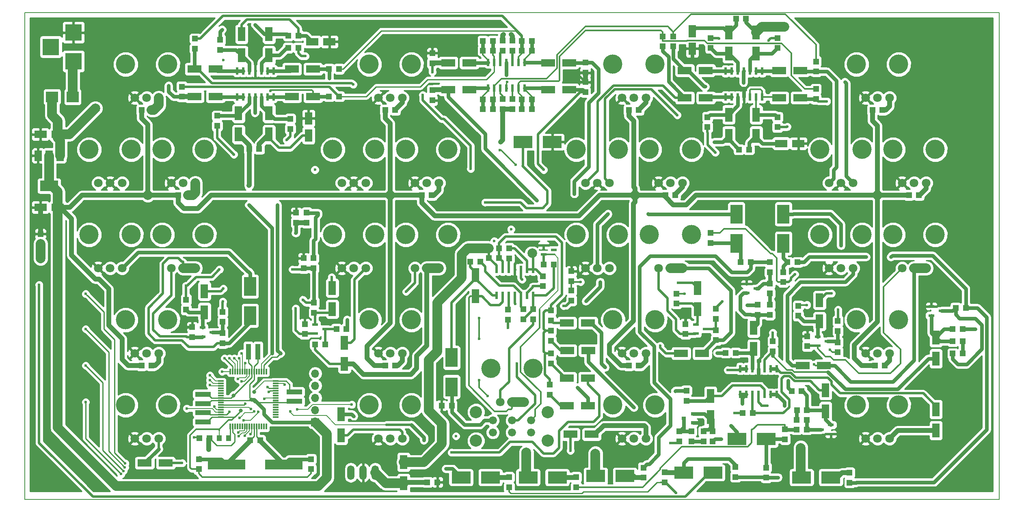
<source format=gbr>
%TF.GenerationSoftware,KiCad,Pcbnew,4.0.7*%
%TF.CreationDate,2019-01-17T01:04:15-05:00*%
%TF.ProjectId,synth_psoc,73796E74685F70736F632E6B69636164,rev?*%
%TF.FileFunction,Copper,L4,Bot,Signal*%
%FSLAX46Y46*%
G04 Gerber Fmt 4.6, Leading zero omitted, Abs format (unit mm)*
G04 Created by KiCad (PCBNEW 4.0.7) date 01/17/19 01:04:15*
%MOMM*%
%LPD*%
G01*
G04 APERTURE LIST*
%ADD10C,0.150000*%
%ADD11R,0.900000X0.800000*%
%ADD12R,2.600000X1.600000*%
%ADD13R,1.600000X2.600000*%
%ADD14R,1.600000X3.000000*%
%ADD15R,3.000000X1.600000*%
%ADD16R,1.200000X1.200000*%
%ADD17R,4.000000X2.500000*%
%ADD18R,2.500000X4.000000*%
%ADD19R,1.300000X0.600000*%
%ADD20R,3.500000X3.500000*%
%ADD21O,1.510000X3.010000*%
%ADD22R,1.700000X1.700000*%
%ADD23O,1.700000X1.700000*%
%ADD24C,1.800000*%
%ADD25C,4.000000*%
%ADD26C,1.676400*%
%ADD27C,2.540000*%
%ADD28R,0.550000X1.500000*%
%ADD29R,1.500000X2.200000*%
%ADD30R,3.800000X2.200000*%
%ADD31R,7.875000X2.000000*%
%ADD32R,1.200000X0.300000*%
%ADD33R,0.300000X1.200000*%
%ADD34R,1.000000X1.250000*%
%ADD35R,1.250000X1.000000*%
%ADD36R,2.500000X2.300000*%
%ADD37C,0.600000*%
%ADD38C,2.000000*%
%ADD39C,0.800000*%
%ADD40C,0.750000*%
%ADD41C,0.250000*%
%ADD42C,0.500000*%
%ADD43C,1.000000*%
%ADD44C,0.300000*%
%ADD45C,0.200000*%
%ADD46C,2.000000*%
%ADD47C,0.254000*%
G04 APERTURE END LIST*
D10*
X203200000Y0D02*
X101600000Y0D01*
X203200000Y-101600000D02*
X203200000Y0D01*
X101600000Y-101600000D02*
X203200000Y-101600000D01*
X101600000Y0D02*
X0Y0D01*
X0Y-101600000D02*
X101600000Y-101600000D01*
X0Y0D02*
X0Y-101600000D01*
D11*
X139380000Y-83696000D03*
X139380000Y-85596000D03*
X137380000Y-84646000D03*
D12*
X157712000Y-27305000D03*
X161312000Y-27305000D03*
D13*
X59182000Y-25656000D03*
X59182000Y-22056000D03*
D12*
X59922000Y-6076000D03*
X63522000Y-6076000D03*
D14*
X152527000Y-21295000D03*
X152527000Y-25695000D03*
X146812000Y-21295000D03*
X146812000Y-25695000D03*
X50927000Y-21021000D03*
X50927000Y-25421000D03*
X44577000Y-21021000D03*
X44577000Y-25421000D03*
X45212000Y-8911000D03*
X45212000Y-4511000D03*
X50927000Y-8911000D03*
X50927000Y-4511000D03*
D15*
X142027000Y-17780000D03*
X137627000Y-17780000D03*
X39792000Y-17506000D03*
X35392000Y-17506000D03*
X55712000Y-11791000D03*
X60112000Y-11791000D03*
X157312000Y-17780000D03*
X161712000Y-17780000D03*
X55712000Y-17506000D03*
X60112000Y-17506000D03*
X39792000Y-11791000D03*
X35392000Y-11791000D03*
D16*
X103664000Y-20136000D03*
X105764000Y-20136000D03*
X97636000Y-5912000D03*
X95536000Y-5912000D03*
X103664000Y-5912000D03*
X105764000Y-5912000D03*
D15*
X109118000Y-16072000D03*
X113518000Y-16072000D03*
X92690000Y-10484000D03*
X88290000Y-10484000D03*
X109118000Y-10484000D03*
X113518000Y-10484000D03*
D13*
X139192000Y-3915000D03*
X139192000Y-7515000D03*
D14*
X146812000Y-8550000D03*
X146812000Y-4150000D03*
X152527000Y-8550000D03*
X152527000Y-4150000D03*
D15*
X157312000Y-12065000D03*
X161712000Y-12065000D03*
X142027000Y-12065000D03*
X137627000Y-12065000D03*
D16*
X97636000Y-20136000D03*
X95536000Y-20136000D03*
D15*
X92690000Y-16072000D03*
X88290000Y-16072000D03*
D17*
X103900000Y-27000000D03*
X110000000Y-27000000D03*
D12*
X6880000Y-25400000D03*
X3280000Y-25400000D03*
X6880000Y-40640000D03*
X3280000Y-40640000D03*
D17*
X137401000Y-96000000D03*
X143501000Y-96000000D03*
X97100000Y-97000000D03*
X91000000Y-97000000D03*
D18*
X148410000Y-48151000D03*
X148410000Y-42051000D03*
D17*
X125151000Y-96700000D03*
X119051000Y-96700000D03*
D18*
X158190000Y-48151000D03*
X158190000Y-42051000D03*
D17*
X168100000Y-97000000D03*
X162000000Y-97000000D03*
X154599000Y-89000000D03*
X148499000Y-89000000D03*
X111050000Y-97000000D03*
X104950000Y-97000000D03*
D16*
X141555000Y-87406000D03*
X141555000Y-89506000D03*
X163100000Y-83000000D03*
X161000000Y-83000000D03*
X155374000Y-63065000D03*
X155374000Y-60965000D03*
X193490000Y-68611000D03*
X195590000Y-68611000D03*
D14*
X143000000Y-80000000D03*
X143000000Y-84400000D03*
X167000000Y-78800000D03*
X167000000Y-83200000D03*
X152000000Y-70200000D03*
X152000000Y-65800000D03*
X190000000Y-72200000D03*
X190000000Y-67800000D03*
D15*
X29400000Y-94000000D03*
X25000000Y-94000000D03*
D14*
X66000000Y-83800000D03*
X66000000Y-88200000D03*
D15*
X113800000Y-88000000D03*
X118200000Y-88000000D03*
D14*
X190000000Y-82800000D03*
X190000000Y-87200000D03*
D15*
X113050000Y-82000000D03*
X117450000Y-82000000D03*
X113050000Y-76250000D03*
X117450000Y-76250000D03*
X113100000Y-70500000D03*
X117500000Y-70500000D03*
X113050000Y-64750000D03*
X117450000Y-64750000D03*
D16*
X98917245Y-51195723D03*
X96817245Y-51195723D03*
D14*
X79000000Y-93800000D03*
X79000000Y-98200000D03*
X94000000Y-59200000D03*
X94000000Y-54800000D03*
D18*
X89000000Y-72000000D03*
X89000000Y-78100000D03*
D14*
X140335000Y-61890000D03*
X140335000Y-57490000D03*
X37465000Y-62525000D03*
X37465000Y-58125000D03*
D16*
X144145000Y-68360000D03*
X144145000Y-66260000D03*
X41275000Y-68995000D03*
X41275000Y-66895000D03*
D15*
X141265000Y-71120000D03*
X136865000Y-71120000D03*
D18*
X46990000Y-63248000D03*
X46990000Y-57148000D03*
D14*
X64135000Y-61890000D03*
X64135000Y-57490000D03*
X165735000Y-64430000D03*
X165735000Y-60030000D03*
D16*
X60545000Y-69215000D03*
X62645000Y-69215000D03*
X169545000Y-70900000D03*
X169545000Y-68800000D03*
D14*
X66675000Y-73320000D03*
X66675000Y-68920000D03*
D15*
X166665000Y-73660000D03*
X162265000Y-73660000D03*
D16*
X59690000Y-95284000D03*
X59690000Y-93184000D03*
X36322000Y-95284000D03*
X36322000Y-93184000D03*
D19*
X110291885Y-49509077D03*
X108191885Y-48559077D03*
X108191885Y-50459077D03*
D20*
X10160000Y-10160000D03*
X10160000Y-4160000D03*
X5460000Y-7160000D03*
D21*
X73080000Y-96000000D03*
X70540000Y-96000000D03*
X68000000Y-96000000D03*
D22*
X60579000Y-85471000D03*
D23*
X60579000Y-82931000D03*
X60579000Y-80391000D03*
X60579000Y-77851000D03*
X60579000Y-75311000D03*
D19*
X166000000Y-87000000D03*
X168100000Y-87950000D03*
X168100000Y-86050000D03*
X152614000Y-57570000D03*
X150514000Y-56620000D03*
X150514000Y-58520000D03*
X191145000Y-62261000D03*
X189045000Y-61311000D03*
X189045000Y-63211000D03*
X142020000Y-66040000D03*
X139920000Y-65090000D03*
X139920000Y-66990000D03*
X39150000Y-66675000D03*
X37050000Y-65725000D03*
X37050000Y-67625000D03*
X62645000Y-66040000D03*
X60545000Y-65090000D03*
X60545000Y-66990000D03*
X167420000Y-68580000D03*
X165320000Y-67630000D03*
X165320000Y-69530000D03*
D16*
X148937000Y-28575000D03*
X151037000Y-28575000D03*
X46795000Y-28448000D03*
X48895000Y-28448000D03*
X54957000Y-4806000D03*
X57057000Y-4806000D03*
X142367000Y-21810000D03*
X142367000Y-23910000D03*
X40132000Y-21536000D03*
X40132000Y-23636000D03*
X54957000Y-7346000D03*
X57057000Y-7346000D03*
X156972000Y-21810000D03*
X156972000Y-23910000D03*
X55372000Y-22171000D03*
X55372000Y-24271000D03*
X40767000Y-7761000D03*
X40767000Y-5661000D03*
X165000000Y-18050000D03*
X165000000Y-15950000D03*
X133000000Y-7050000D03*
X133000000Y-4950000D03*
X63450000Y-17500000D03*
X65550000Y-17500000D03*
X32750000Y-17550000D03*
X32750000Y-15450000D03*
X35500000Y-7550000D03*
X35500000Y-5450000D03*
X63450000Y-11750000D03*
X65550000Y-11750000D03*
X101666000Y-20170000D03*
X101666000Y-18070000D03*
X99634000Y-5878000D03*
X99634000Y-7978000D03*
X101666000Y-5878000D03*
X101666000Y-7978000D03*
X103664000Y-18104000D03*
X105764000Y-18104000D03*
X97636000Y-7944000D03*
X95536000Y-7944000D03*
X103664000Y-7944000D03*
X105764000Y-7944000D03*
X116906000Y-14514000D03*
X116906000Y-16614000D03*
X85000000Y-8450000D03*
X85000000Y-10550000D03*
X116906000Y-12550000D03*
X116906000Y-10450000D03*
X150402000Y-1270000D03*
X148302000Y-1270000D03*
X156972000Y-7400000D03*
X156972000Y-5300000D03*
X143002000Y-7400000D03*
X143002000Y-5300000D03*
X135250000Y-7050000D03*
X135250000Y-4950000D03*
X165000000Y-12300000D03*
X165000000Y-10200000D03*
X99634000Y-20170000D03*
X99634000Y-18070000D03*
X97636000Y-18104000D03*
X95536000Y-18104000D03*
X85000000Y-18300000D03*
X85000000Y-16200000D03*
X114000000Y-58000000D03*
X114000000Y-60100000D03*
X114000000Y-53950000D03*
X114000000Y-56050000D03*
X58800000Y-41750000D03*
X58800000Y-43850000D03*
X56600000Y-43850000D03*
X56600000Y-41750000D03*
X143000000Y-48050000D03*
X143000000Y-45950000D03*
X158200000Y-54150000D03*
X158200000Y-56250000D03*
X148200000Y-94800000D03*
X148200000Y-96900000D03*
X154600000Y-94950000D03*
X154600000Y-97050000D03*
X133466000Y-95950000D03*
X133466000Y-98050000D03*
X101000000Y-96950000D03*
X101000000Y-99050000D03*
X158534000Y-89050000D03*
X158534000Y-86950000D03*
X115000000Y-96950000D03*
X115000000Y-99050000D03*
X149265000Y-52086000D03*
X151365000Y-52086000D03*
X129000000Y-97050000D03*
X129000000Y-94950000D03*
X159045000Y-52086000D03*
X161145000Y-52086000D03*
X172000000Y-96000000D03*
X172000000Y-98100000D03*
X143460000Y-89506000D03*
X143460000Y-87406000D03*
X159900000Y-79000000D03*
X162000000Y-79000000D03*
X152834000Y-60965000D03*
X152834000Y-63065000D03*
X195590000Y-66071000D03*
X193490000Y-66071000D03*
X136475000Y-89506000D03*
X136475000Y-87406000D03*
X160950000Y-87000000D03*
X163050000Y-87000000D03*
X155374000Y-52075000D03*
X155374000Y-54175000D03*
X196225000Y-61626000D03*
X194125000Y-61626000D03*
X139015000Y-89506000D03*
X139015000Y-87406000D03*
X160950000Y-85000000D03*
X163050000Y-85000000D03*
X155374000Y-58620000D03*
X155374000Y-56520000D03*
X195590000Y-71151000D03*
X193490000Y-71151000D03*
X149700000Y-83600000D03*
X151800000Y-83600000D03*
X146150000Y-71000000D03*
X148250000Y-71000000D03*
X156000000Y-68600000D03*
X156000000Y-70700000D03*
X138000000Y-78900000D03*
X138000000Y-81000000D03*
X109500000Y-79750000D03*
X109500000Y-77650000D03*
X109750000Y-73250000D03*
X109750000Y-71150000D03*
X109750000Y-68500000D03*
X109750000Y-66400000D03*
X109750000Y-64250000D03*
X109750000Y-62150000D03*
X101000000Y-49200000D03*
X101000000Y-51300000D03*
X98917245Y-49163723D03*
X96817245Y-49163723D03*
X83950000Y-98000000D03*
X86050000Y-98000000D03*
X60187245Y-53343723D03*
X60187245Y-51243723D03*
X58155245Y-51243723D03*
X58155245Y-53343723D03*
X108000000Y-55000000D03*
X108000000Y-57100000D03*
X104000000Y-61900000D03*
X104000000Y-64000000D03*
X106000000Y-61900000D03*
X106000000Y-64000000D03*
X95000000Y-52000000D03*
X92900000Y-52000000D03*
X110291885Y-52557077D03*
X108191885Y-52557077D03*
X100800000Y-64050000D03*
X100800000Y-61950000D03*
X89050000Y-82000000D03*
X86950000Y-82000000D03*
X135890000Y-60740000D03*
X135890000Y-58640000D03*
X33655000Y-62010000D03*
X33655000Y-59910000D03*
X144145000Y-63915000D03*
X144145000Y-61815000D03*
X137795000Y-64990000D03*
X137795000Y-67090000D03*
X41275000Y-64550000D03*
X41275000Y-62450000D03*
X34925000Y-65625000D03*
X34925000Y-67725000D03*
X60325000Y-62645000D03*
X60325000Y-60545000D03*
X161290000Y-63280000D03*
X161290000Y-61180000D03*
X64990000Y-66040000D03*
X67090000Y-66040000D03*
X58420000Y-64990000D03*
X58420000Y-67090000D03*
X169545000Y-66455000D03*
X169545000Y-64355000D03*
X163195000Y-67530000D03*
X163195000Y-69630000D03*
X49106800Y-89230200D03*
X47006800Y-89230200D03*
X26450000Y-20320000D03*
X24350000Y-20320000D03*
X77250000Y-20320000D03*
X75150000Y-20320000D03*
X128050000Y-20320000D03*
X125950000Y-20320000D03*
X178850000Y-20320000D03*
X176750000Y-20320000D03*
X34070000Y-38100000D03*
X31970000Y-38100000D03*
X84870000Y-38100000D03*
X82770000Y-38100000D03*
X135670000Y-38100000D03*
X133570000Y-38100000D03*
X186470000Y-38100000D03*
X184370000Y-38100000D03*
X26450000Y-73660000D03*
X24350000Y-73660000D03*
X77250000Y-73660000D03*
X75150000Y-73660000D03*
X128050000Y-73660000D03*
X125950000Y-73660000D03*
X179358000Y-73660000D03*
X177258000Y-73660000D03*
D24*
X116920000Y-35560000D03*
X119420000Y-35560000D03*
X121920000Y-35560000D03*
D25*
X115020000Y-28560000D03*
X123820000Y-28560000D03*
D24*
X15320000Y-35560000D03*
X17820000Y-35560000D03*
X20320000Y-35560000D03*
D25*
X13420000Y-28560000D03*
X22220000Y-28560000D03*
D24*
X66120000Y-35560000D03*
X68620000Y-35560000D03*
X71120000Y-35560000D03*
D25*
X64220000Y-28560000D03*
X73020000Y-28560000D03*
D24*
X167720000Y-35560000D03*
X170220000Y-35560000D03*
X172720000Y-35560000D03*
D25*
X165820000Y-28560000D03*
X174620000Y-28560000D03*
D24*
X22940000Y-88900000D03*
X25440000Y-88900000D03*
X27940000Y-88900000D03*
D25*
X21040000Y-81900000D03*
X29840000Y-81900000D03*
D24*
X73740000Y-88900000D03*
X76240000Y-88900000D03*
X78740000Y-88900000D03*
D25*
X71840000Y-81900000D03*
X80640000Y-81900000D03*
D24*
X124540000Y-88900000D03*
X127040000Y-88900000D03*
X129540000Y-88900000D03*
D25*
X122640000Y-81900000D03*
X131440000Y-81900000D03*
D24*
X175340000Y-88900000D03*
X177840000Y-88900000D03*
X180340000Y-88900000D03*
D25*
X173440000Y-81900000D03*
X182240000Y-81900000D03*
D24*
X99140000Y-81280000D03*
X101640000Y-81280000D03*
X104140000Y-81280000D03*
D25*
X97240000Y-74280000D03*
X106040000Y-74280000D03*
D24*
X132160000Y-53340000D03*
X134660000Y-53340000D03*
X137160000Y-53340000D03*
D25*
X130260000Y-46340000D03*
X139060000Y-46340000D03*
D24*
X30560000Y-53340000D03*
X33060000Y-53340000D03*
X35560000Y-53340000D03*
D25*
X28660000Y-46340000D03*
X37460000Y-46340000D03*
D24*
X116920000Y-53340000D03*
X119420000Y-53340000D03*
X121920000Y-53340000D03*
D25*
X115020000Y-46340000D03*
X123820000Y-46340000D03*
D24*
X15320000Y-53340000D03*
X17820000Y-53340000D03*
X20320000Y-53340000D03*
D25*
X13420000Y-46340000D03*
X22220000Y-46340000D03*
D24*
X81360000Y-53340000D03*
X83860000Y-53340000D03*
X86360000Y-53340000D03*
D25*
X79460000Y-46340000D03*
X88260000Y-46340000D03*
D24*
X182960000Y-53340000D03*
X185460000Y-53340000D03*
X187960000Y-53340000D03*
D25*
X181060000Y-46340000D03*
X189860000Y-46340000D03*
D24*
X66120000Y-53340000D03*
X68620000Y-53340000D03*
X71120000Y-53340000D03*
D25*
X64220000Y-46340000D03*
X73020000Y-46340000D03*
D24*
X167720000Y-53340000D03*
X170220000Y-53340000D03*
X172720000Y-53340000D03*
D25*
X165820000Y-46340000D03*
X174620000Y-46340000D03*
D24*
X22940000Y-17780000D03*
X25440000Y-17780000D03*
X27940000Y-17780000D03*
D25*
X21040000Y-10780000D03*
X29840000Y-10780000D03*
D24*
X73740000Y-17780000D03*
X76240000Y-17780000D03*
X78740000Y-17780000D03*
D25*
X71840000Y-10780000D03*
X80640000Y-10780000D03*
D24*
X124540000Y-17780000D03*
X127040000Y-17780000D03*
X129540000Y-17780000D03*
D25*
X122640000Y-10780000D03*
X131440000Y-10780000D03*
D24*
X175340000Y-17780000D03*
X177840000Y-17780000D03*
X180340000Y-17780000D03*
D25*
X173440000Y-10780000D03*
X182240000Y-10780000D03*
D24*
X30560000Y-35560000D03*
X33060000Y-35560000D03*
X35560000Y-35560000D03*
D25*
X28660000Y-28560000D03*
X37460000Y-28560000D03*
D24*
X81360000Y-35560000D03*
X83860000Y-35560000D03*
X86360000Y-35560000D03*
D25*
X79460000Y-28560000D03*
X88260000Y-28560000D03*
D24*
X132160000Y-35560000D03*
X134660000Y-35560000D03*
X137160000Y-35560000D03*
D25*
X130260000Y-28560000D03*
X139060000Y-28560000D03*
D24*
X182960000Y-35560000D03*
X185460000Y-35560000D03*
X187960000Y-35560000D03*
D25*
X181060000Y-28560000D03*
X189860000Y-28560000D03*
D24*
X22940000Y-71120000D03*
X25440000Y-71120000D03*
X27940000Y-71120000D03*
D25*
X21040000Y-64120000D03*
X29840000Y-64120000D03*
D24*
X73740000Y-71120000D03*
X76240000Y-71120000D03*
X78740000Y-71120000D03*
D25*
X71840000Y-64120000D03*
X80640000Y-64120000D03*
D24*
X124540000Y-71120000D03*
X127040000Y-71120000D03*
X129540000Y-71120000D03*
D25*
X122640000Y-64120000D03*
X131440000Y-64120000D03*
D24*
X175340000Y-71120000D03*
X177840000Y-71120000D03*
X180340000Y-71120000D03*
D25*
X173440000Y-64120000D03*
X182240000Y-64120000D03*
D26*
X97602040Y-85110320D03*
X101600000Y-85110320D03*
X105597960Y-85110320D03*
X97602040Y-87609680D03*
X101600000Y-87609680D03*
X105597960Y-87609680D03*
D27*
X94101920Y-83360260D03*
X94101920Y-89359740D03*
X109098080Y-83360260D03*
X109098080Y-89359740D03*
D28*
X153762000Y-17625000D03*
X152492000Y-17625000D03*
X151222000Y-17625000D03*
X149952000Y-17625000D03*
X148682000Y-17625000D03*
X147412000Y-17625000D03*
X146142000Y-17625000D03*
X146142000Y-12225000D03*
X147412000Y-12225000D03*
X148682000Y-12225000D03*
X149952000Y-12225000D03*
X151222000Y-12225000D03*
X152492000Y-12225000D03*
X153762000Y-12225000D03*
X51897000Y-17566000D03*
X50627000Y-17566000D03*
X49357000Y-17566000D03*
X48087000Y-17566000D03*
X46817000Y-17566000D03*
X45547000Y-17566000D03*
X44277000Y-17566000D03*
X44277000Y-12166000D03*
X45547000Y-12166000D03*
X46817000Y-12166000D03*
X48087000Y-12166000D03*
X49357000Y-12166000D03*
X50627000Y-12166000D03*
X51897000Y-12166000D03*
D29*
X7380000Y-29870000D03*
X5080000Y-29870000D03*
X2780000Y-29870000D03*
D30*
X5080000Y-36170000D03*
D28*
X156810000Y-79700000D03*
X155540000Y-79700000D03*
X154270000Y-79700000D03*
X153000000Y-79700000D03*
X151730000Y-79700000D03*
X150460000Y-79700000D03*
X149190000Y-79700000D03*
X149190000Y-74300000D03*
X150460000Y-74300000D03*
X151730000Y-74300000D03*
X153000000Y-74300000D03*
X154270000Y-74300000D03*
X155540000Y-74300000D03*
X156810000Y-74300000D03*
D31*
X53994300Y-94310200D03*
X42119300Y-94310200D03*
D28*
X96647000Y-10368000D03*
X97917000Y-10368000D03*
X99187000Y-10368000D03*
X100457000Y-10368000D03*
X101727000Y-10368000D03*
X102997000Y-10368000D03*
X104267000Y-10368000D03*
X104267000Y-15768000D03*
X102997000Y-15768000D03*
X101727000Y-15768000D03*
X100457000Y-15768000D03*
X99187000Y-15768000D03*
X97917000Y-15768000D03*
X96647000Y-15768000D03*
D32*
X52359000Y-76895000D03*
D33*
X42859000Y-74895000D03*
X43359000Y-74895000D03*
X43859000Y-74895000D03*
X44359000Y-74895000D03*
X44859000Y-74895000D03*
X45359000Y-74895000D03*
X45859000Y-74895000D03*
X46359000Y-74895000D03*
X46859000Y-74895000D03*
X47359000Y-74895000D03*
X47859000Y-74895000D03*
X48359000Y-74895000D03*
X48859000Y-74895000D03*
X49359000Y-74895000D03*
X49859000Y-74895000D03*
X50359000Y-74895000D03*
D32*
X52359000Y-77395000D03*
X52359000Y-77895000D03*
X52359000Y-78395000D03*
X52359000Y-78895000D03*
X52359000Y-79395000D03*
X52359000Y-79895000D03*
X52359000Y-80395000D03*
X52359000Y-80895000D03*
X52359000Y-81395000D03*
X52359000Y-81895000D03*
X52359000Y-82395000D03*
X52359000Y-82895000D03*
X52359000Y-83395000D03*
X52359000Y-83895000D03*
X52359000Y-84395000D03*
D33*
X50359000Y-86395000D03*
X49859000Y-86395000D03*
X49359000Y-86395000D03*
X48859000Y-86395000D03*
X48359000Y-86395000D03*
X47859000Y-86395000D03*
X47359000Y-86395000D03*
X46859000Y-86395000D03*
X46359000Y-86395000D03*
X45859000Y-86395000D03*
X45359000Y-86395000D03*
X44859000Y-86395000D03*
X44359000Y-86395000D03*
X43859000Y-86395000D03*
X43359000Y-86395000D03*
X42859000Y-86395000D03*
D32*
X40859000Y-84395000D03*
X40859000Y-83895000D03*
X40859000Y-83395000D03*
X40859000Y-82895000D03*
X40859000Y-82395000D03*
X40859000Y-81895000D03*
X40859000Y-81395000D03*
X40859000Y-80895000D03*
X40859000Y-80395000D03*
X40859000Y-79895000D03*
X40859000Y-79395000D03*
X40859000Y-78895000D03*
X40859000Y-78395000D03*
X40859000Y-77895000D03*
X40859000Y-77395000D03*
X40859000Y-76895000D03*
D28*
X106000000Y-59000000D03*
X104730000Y-59000000D03*
X103460000Y-59000000D03*
X102190000Y-59000000D03*
X100920000Y-59000000D03*
X99650000Y-59000000D03*
X98380000Y-59000000D03*
X98380000Y-53600000D03*
X99650000Y-53600000D03*
X100920000Y-53600000D03*
X102190000Y-53600000D03*
X103460000Y-53600000D03*
X104730000Y-53600000D03*
X106000000Y-53600000D03*
D34*
X48625000Y-69723000D03*
X46625000Y-69723000D03*
D35*
X36195000Y-81645000D03*
X36195000Y-79645000D03*
D34*
X48625000Y-71755000D03*
X46625000Y-71755000D03*
D35*
X38227000Y-81645000D03*
X38227000Y-79645000D03*
X36195000Y-83455000D03*
X36195000Y-85455000D03*
X55245000Y-81137000D03*
X55245000Y-79137000D03*
X38227000Y-83455000D03*
X38227000Y-85455000D03*
X57277000Y-81137000D03*
X57277000Y-79137000D03*
D34*
X42529000Y-88773000D03*
X40529000Y-88773000D03*
D16*
X38515000Y-88773000D03*
X36415000Y-88773000D03*
X3302000Y-48294000D03*
X3302000Y-46194000D03*
D36*
X5700000Y-17600000D03*
X10000000Y-17600000D03*
D37*
X100584000Y-14478000D03*
X51054000Y-28956000D03*
X55372000Y-30988000D03*
X114808000Y-12700000D03*
X58420000Y-91440000D03*
X67310000Y-91440000D03*
X58420000Y-90424000D03*
X67310000Y-90424000D03*
X161036000Y-67564000D03*
X153924000Y-70866000D03*
X153416000Y-76454000D03*
X140970000Y-85598000D03*
X139192000Y-9906000D03*
X149860000Y-16256000D03*
X3302000Y-43688000D03*
X9652000Y-69850000D03*
X9652000Y-77470000D03*
X9906000Y-54610000D03*
X114800000Y-13600000D03*
X148600000Y-56000000D03*
X137800000Y-63000000D03*
X23000000Y-68000000D03*
X32800000Y-65600000D03*
X66400000Y-6200000D03*
X85000000Y-6600000D03*
X103000000Y-51750000D03*
X105500000Y-48500000D03*
X143800000Y-27000000D03*
X54200000Y-77600000D03*
X46736000Y-40132000D03*
X46736000Y-36068000D03*
X52699990Y-40157152D03*
X48000000Y-2500000D03*
X30000000Y-15250000D03*
X63500000Y-13750000D03*
X136057841Y-21380011D03*
X167250000Y-18500000D03*
X51250000Y-16300000D03*
X68500000Y-15000000D03*
X150600000Y-61000000D03*
X108200000Y-32800000D03*
X145200000Y-89000000D03*
X93000000Y-32600000D03*
X83000000Y-17200000D03*
X85000000Y-12400000D03*
X159200000Y-76800000D03*
X114600000Y-37800000D03*
X158400000Y-3000000D03*
X50000000Y-80600000D03*
X141910668Y-15410668D03*
X171000000Y-14500000D03*
X198200000Y-66000000D03*
X106800000Y-39200000D03*
X103707627Y-55707627D03*
X115900000Y-56200000D03*
X96000000Y-39600000D03*
X101400000Y-45200000D03*
X112400000Y-61200000D03*
X102300000Y-60800000D03*
X145500000Y-60300000D03*
X41300000Y-60300000D03*
X169600000Y-62000000D03*
X154900000Y-82000000D03*
X149900000Y-14600000D03*
X100400000Y-13000000D03*
X67200000Y-64100000D03*
X61100000Y-41800000D03*
X48000000Y-20900000D03*
D38*
X14700000Y-20000000D03*
X177800000Y-38100000D03*
X127254000Y-38100000D03*
X76200000Y-38100000D03*
X25654000Y-38100000D03*
D37*
X35306000Y-88646000D03*
X42672000Y-83312000D03*
D39*
X47269085Y-80774979D03*
D37*
X3000000Y-56800000D03*
X55400000Y-83200000D03*
X48700000Y-83300000D03*
X45612221Y-85124990D03*
X87800000Y-95200000D03*
X83200000Y-89200000D03*
X33800000Y-82600000D03*
X121600000Y-42000000D03*
X130000000Y-42000000D03*
X47134350Y-82756234D03*
D38*
X119000000Y-92000000D03*
D37*
X170200000Y-48600000D03*
X117000000Y-60200000D03*
X120000000Y-56200000D03*
X147200000Y-86200000D03*
X44800000Y-84599990D03*
X39526136Y-82240590D03*
X47800000Y-83200000D03*
D38*
X104600000Y-91800000D03*
D37*
X68200000Y-81800000D03*
X56800000Y-82800000D03*
X158400000Y-82000000D03*
X32800000Y-94000000D03*
X149600000Y-81600000D03*
X68600000Y-84200000D03*
X146600000Y-74600000D03*
X113800000Y-91400000D03*
X115200000Y-78200000D03*
X89000000Y-91800000D03*
X127000000Y-82400000D03*
X121000000Y-74000000D03*
X168200000Y-58600000D03*
X136200000Y-56400000D03*
X102600000Y-73200000D03*
X64000000Y-55200000D03*
X41400000Y-57600000D03*
X132500000Y-69500000D03*
X164592000Y-73406000D03*
X167894000Y-70358000D03*
D39*
X45085000Y-83095010D03*
D38*
X3302000Y-51308000D03*
D39*
X47879000Y-79121000D03*
X43561000Y-79883000D03*
D37*
X38400000Y-91200000D03*
X50927000Y-79121000D03*
X50673000Y-78105000D03*
X56500000Y-61750000D03*
X79500000Y-58250000D03*
X89916000Y-88392000D03*
X96520000Y-80010000D03*
X94742000Y-76708000D03*
X94742000Y-68072000D03*
X94742000Y-63754000D03*
X99060000Y-28702000D03*
X102362000Y-31750000D03*
X41402000Y-9906000D03*
X41148000Y-3556000D03*
X58481730Y-9080009D03*
X155104536Y-5799989D03*
X156000000Y-66800000D03*
X144400000Y-71000000D03*
X148000000Y-83600000D03*
X135600000Y-79000000D03*
X100800000Y-65800000D03*
X144800000Y-5400000D03*
X144000000Y-29200000D03*
X159000000Y-23800000D03*
X54600000Y-26600000D03*
X43600000Y-29600000D03*
X99200000Y-27000000D03*
X101400000Y-4600000D03*
X99800000Y-4600000D03*
D38*
X105800000Y-50200000D03*
D37*
X60500000Y-32800000D03*
X56500000Y-46000000D03*
X160600000Y-54600000D03*
X157100000Y-97000000D03*
X134600000Y-89800000D03*
X135800000Y-100200000D03*
X180600000Y-51000000D03*
X175400000Y-51000000D03*
X97900000Y-47700000D03*
X33600000Y-57000000D03*
X58000000Y-59900000D03*
X163100000Y-61000000D03*
X137600000Y-58700000D03*
X55800000Y-53600000D03*
X40600000Y-53600000D03*
X41656000Y-72136000D03*
X43688000Y-72136000D03*
X45212000Y-71120000D03*
X44450000Y-76454000D03*
X42672000Y-72136000D03*
X44704000Y-72136000D03*
X45974000Y-73152000D03*
X45212000Y-76962000D03*
X41148000Y-74930000D03*
X38608000Y-75692000D03*
X38608000Y-76708000D03*
X38608000Y-77724000D03*
D38*
X161800000Y-90800000D03*
D37*
X46000000Y-81600000D03*
X20100000Y-96300000D03*
X12700000Y-81280000D03*
X47059168Y-87963094D03*
X20555831Y-95642552D03*
X12700000Y-73660000D03*
X45885824Y-88295022D03*
X20872316Y-94907803D03*
X12700000Y-66040000D03*
X44613138Y-88391972D03*
X20948206Y-94099794D03*
X12700000Y-58700000D03*
X44500000Y-87600000D03*
D40*
X139015000Y-87406000D02*
X136475000Y-87406000D01*
X139015000Y-87406000D02*
X137665000Y-87406000D01*
X137665000Y-87406000D02*
X137380000Y-87121000D01*
X137380000Y-87121000D02*
X137380000Y-86501000D01*
X137380000Y-84646000D02*
X137380000Y-86501000D01*
X137380000Y-86501000D02*
X136475000Y-87406000D01*
X152527000Y-25695000D02*
X152527000Y-26027000D01*
X152527000Y-26027000D02*
X153805000Y-27305000D01*
X153805000Y-27305000D02*
X157712000Y-27305000D01*
X151037000Y-28575000D02*
X151037000Y-27185000D01*
X151037000Y-27185000D02*
X152527000Y-25695000D01*
D41*
X100457000Y-15768000D02*
X100457000Y-14605000D01*
X100457000Y-14605000D02*
X100584000Y-14478000D01*
D42*
X114808000Y-12700000D02*
X115092000Y-12700000D01*
X115092000Y-12700000D02*
X116906000Y-14514000D01*
D43*
X116906000Y-14514000D02*
X116906000Y-12550000D01*
D42*
X116906000Y-12550000D02*
X114958000Y-12550000D01*
X114958000Y-12550000D02*
X114808000Y-12700000D01*
X116906000Y-14514000D02*
X115714000Y-14514000D01*
X115714000Y-14514000D02*
X114800000Y-13600000D01*
X161036000Y-67564000D02*
X163161000Y-67564000D01*
X163161000Y-67564000D02*
X163195000Y-67530000D01*
X153250001Y-72301999D02*
X153924000Y-71628000D01*
X153924000Y-71628000D02*
X153924000Y-70866000D01*
X153000000Y-74300000D02*
X153000000Y-73050000D01*
X153000000Y-73050000D02*
X153250001Y-72799999D01*
X153250001Y-72799999D02*
X153250001Y-72301999D01*
D40*
X153000000Y-74300000D02*
X153000000Y-76038000D01*
X153000000Y-76038000D02*
X153416000Y-76454000D01*
X139380000Y-85596000D02*
X140968000Y-85596000D01*
X140968000Y-85596000D02*
X140970000Y-85598000D01*
X139192000Y-9906000D02*
X139192000Y-7515000D01*
X149952000Y-17625000D02*
X149952000Y-16348000D01*
X149952000Y-16348000D02*
X149860000Y-16256000D01*
D42*
X150514000Y-56620000D02*
X149220000Y-56620000D01*
X149220000Y-56620000D02*
X148600000Y-56000000D01*
X137795000Y-63005000D02*
X137800000Y-63000000D01*
X137795000Y-64990000D02*
X137795000Y-63005000D01*
X34925000Y-65625000D02*
X32825000Y-65625000D01*
X32825000Y-65625000D02*
X32800000Y-65600000D01*
X63522000Y-6076000D02*
X66276000Y-6076000D01*
X66276000Y-6076000D02*
X66400000Y-6200000D01*
X85000000Y-8450000D02*
X85000000Y-6600000D01*
X102190000Y-53600000D02*
X102190000Y-52560000D01*
X102190000Y-52560000D02*
X103000000Y-51750000D01*
X108191885Y-48559077D02*
X105559077Y-48559077D01*
X105559077Y-48559077D02*
X105500000Y-48500000D01*
D43*
X3302000Y-46194000D02*
X3302000Y-40662000D01*
X3302000Y-40662000D02*
X3280000Y-40640000D01*
X48895000Y-28448000D02*
X48895000Y-27453000D01*
X48895000Y-27453000D02*
X50927000Y-25421000D01*
D42*
X53006000Y-28200000D02*
X55338000Y-28200000D01*
X55338000Y-28200000D02*
X57882000Y-25656000D01*
X57882000Y-25656000D02*
X59182000Y-25656000D01*
X50927000Y-25421000D02*
X50927000Y-26121000D01*
X50927000Y-26121000D02*
X53006000Y-28200000D01*
X55200000Y-1400000D02*
X57057000Y-3257000D01*
X57057000Y-3257000D02*
X57057000Y-4806000D01*
X46323000Y-1400000D02*
X55200000Y-1400000D01*
X45212000Y-4511000D02*
X45212000Y-2511000D01*
X45212000Y-2511000D02*
X46323000Y-1400000D01*
D40*
X57057000Y-4806000D02*
X58652000Y-4806000D01*
X58652000Y-4806000D02*
X59922000Y-6076000D01*
D44*
X152492000Y-17625000D02*
X152492000Y-21260000D01*
X152492000Y-21260000D02*
X152527000Y-21295000D01*
D40*
X152527000Y-21295000D02*
X156457000Y-21295000D01*
X156457000Y-21295000D02*
X156972000Y-21810000D01*
X148682000Y-17625000D02*
X148682000Y-19425000D01*
X148682000Y-19425000D02*
X146812000Y-21295000D01*
X146812000Y-21295000D02*
X142882000Y-21295000D01*
X142882000Y-21295000D02*
X142367000Y-21810000D01*
X143800000Y-27000000D02*
X145507000Y-27000000D01*
X145507000Y-27000000D02*
X146812000Y-25695000D01*
D45*
X53995000Y-77395000D02*
X54200000Y-77600000D01*
X52359000Y-77395000D02*
X53995000Y-77395000D01*
D40*
X146812000Y-25695000D02*
X146812000Y-26450000D01*
X146812000Y-26450000D02*
X148937000Y-28575000D01*
X55372000Y-22171000D02*
X52077000Y-22171000D01*
X52077000Y-22171000D02*
X50927000Y-21021000D01*
X49357000Y-17566000D02*
X49357000Y-19451000D01*
X49357000Y-19451000D02*
X50927000Y-21021000D01*
X40132000Y-21536000D02*
X44062000Y-21536000D01*
X44062000Y-21536000D02*
X44577000Y-21021000D01*
X44577000Y-21021000D02*
X44729000Y-21021000D01*
X44729000Y-21021000D02*
X46817000Y-18933000D01*
X46817000Y-18933000D02*
X46817000Y-17566000D01*
D43*
X46795000Y-28448000D02*
X46795000Y-36009000D01*
X46795000Y-36009000D02*
X46736000Y-36068000D01*
X46795000Y-28448000D02*
X46795000Y-27639000D01*
X46795000Y-27639000D02*
X44577000Y-25421000D01*
D45*
X49359000Y-73323000D02*
X50038000Y-72644000D01*
X50038000Y-72644000D02*
X51562000Y-71120000D01*
D40*
X51562000Y-71120000D02*
X51562000Y-44958000D01*
X51562000Y-44958000D02*
X46736000Y-40132000D01*
X46736000Y-36068000D02*
X46702000Y-36034000D01*
D45*
X49359000Y-73323000D02*
X49359000Y-74895000D01*
D40*
X46817000Y-12166000D02*
X46817000Y-10516000D01*
X46817000Y-10516000D02*
X45212000Y-8911000D01*
X40767000Y-7761000D02*
X44062000Y-7761000D01*
X44062000Y-7761000D02*
X45212000Y-8911000D01*
X54957000Y-7346000D02*
X54654000Y-7346000D01*
X54654000Y-7346000D02*
X53089000Y-8911000D01*
X53089000Y-8911000D02*
X50927000Y-8911000D01*
X49357000Y-12166000D02*
X49357000Y-10481000D01*
X49357000Y-10481000D02*
X50927000Y-8911000D01*
X52699990Y-40581416D02*
X52699990Y-40157152D01*
X52699990Y-70479990D02*
X52699990Y-40581416D01*
X53340000Y-71120000D02*
X52699990Y-70479990D01*
D41*
X49859000Y-74895000D02*
X49859000Y-73585000D01*
X49859000Y-73585000D02*
X51562000Y-71882000D01*
X51562000Y-71882000D02*
X52578000Y-71882000D01*
X52578000Y-71882000D02*
X53340000Y-71120000D01*
D40*
X50927000Y-4511000D02*
X54662000Y-4511000D01*
X54662000Y-4511000D02*
X54957000Y-4806000D01*
X49997000Y-4511000D02*
X50927000Y-4511000D01*
X48006000Y-2520000D02*
X49997000Y-4511000D01*
X146142000Y-17625000D02*
X142182000Y-17625000D01*
X142182000Y-17625000D02*
X142027000Y-17780000D01*
X147412000Y-17625000D02*
X146142000Y-17625000D01*
D42*
X135627000Y-17780000D02*
X137627000Y-17780000D01*
X133097000Y-15250000D02*
X135627000Y-17780000D01*
X119500000Y-18500000D02*
X122750000Y-15250000D01*
X122750000Y-15250000D02*
X133097000Y-15250000D01*
X116920000Y-35560000D02*
X119500000Y-32980000D01*
X119500000Y-32980000D02*
X119500000Y-18500000D01*
D40*
X133000000Y-7050000D02*
X133000000Y-8000000D01*
X134250000Y-14403000D02*
X137627000Y-17780000D01*
X134250000Y-9250000D02*
X134250000Y-14403000D01*
X133000000Y-8000000D02*
X134250000Y-9250000D01*
X45547000Y-17566000D02*
X44277000Y-17566000D01*
X44277000Y-17566000D02*
X39852000Y-17566000D01*
X39852000Y-17566000D02*
X39792000Y-17506000D01*
X30000000Y-15250000D02*
X30000000Y-16500000D01*
X30000000Y-16500000D02*
X31050000Y-17550000D01*
X31050000Y-17550000D02*
X32750000Y-17550000D01*
D43*
X32750000Y-17550000D02*
X35348000Y-17550000D01*
X35348000Y-17550000D02*
X35392000Y-17506000D01*
D40*
X35392000Y-17506000D02*
X34756000Y-17506000D01*
X51897000Y-12166000D02*
X55337000Y-12166000D01*
X55337000Y-12166000D02*
X55712000Y-11791000D01*
X50627000Y-12166000D02*
X51897000Y-12166000D01*
X63500000Y-13750000D02*
X63500000Y-11800000D01*
X63500000Y-11800000D02*
X63450000Y-11750000D01*
X63450000Y-11750000D02*
X60153000Y-11750000D01*
X60153000Y-11750000D02*
X60112000Y-11791000D01*
D44*
X153762000Y-17625000D02*
X157157000Y-17625000D01*
X157157000Y-17625000D02*
X157312000Y-17780000D01*
X151400000Y-16000000D02*
X151222000Y-16178000D01*
X151222000Y-16178000D02*
X151222000Y-17625000D01*
X153400000Y-16000000D02*
X151400000Y-16000000D01*
X153762000Y-16362000D02*
X153400000Y-16000000D01*
X153762000Y-17625000D02*
X153762000Y-16362000D01*
D42*
X130677830Y-16000000D02*
X135757842Y-21080012D01*
X121920000Y-35560000D02*
X121020001Y-34660001D01*
X123000000Y-16000000D02*
X130677830Y-16000000D01*
X121020001Y-34660001D02*
X121020001Y-17979999D01*
X121020001Y-17979999D02*
X123000000Y-16000000D01*
X135757842Y-21080012D02*
X136057841Y-21380011D01*
X167250000Y-18500000D02*
X165450000Y-18500000D01*
X165450000Y-18500000D02*
X165000000Y-18050000D01*
D40*
X165000000Y-18050000D02*
X161982000Y-18050000D01*
X161982000Y-18050000D02*
X161712000Y-17780000D01*
X51897000Y-17566000D02*
X55652000Y-17566000D01*
X55652000Y-17566000D02*
X55712000Y-17506000D01*
X50627000Y-17566000D02*
X51897000Y-17566000D01*
D44*
X51250000Y-16200000D02*
X59906000Y-16200000D01*
X59906000Y-16200000D02*
X60112000Y-16406000D01*
X60112000Y-16406000D02*
X60112000Y-17506000D01*
D40*
X63450000Y-17500000D02*
X60118000Y-17500000D01*
X60118000Y-17500000D02*
X60112000Y-17506000D01*
X44277000Y-12166000D02*
X40167000Y-12166000D01*
X40167000Y-12166000D02*
X39792000Y-11791000D01*
X45547000Y-12166000D02*
X44277000Y-12166000D01*
D42*
X68500000Y-15000000D02*
X68200001Y-14700001D01*
X68200001Y-14700001D02*
X39001001Y-14700001D01*
X39001001Y-14700001D02*
X36092000Y-11791000D01*
X36092000Y-11791000D02*
X35392000Y-11791000D01*
D40*
X35392000Y-11791000D02*
X35392000Y-7658000D01*
X35392000Y-7658000D02*
X35500000Y-7550000D01*
D44*
X138076997Y-5900001D02*
X138111999Y-5864999D01*
X133000000Y-4950000D02*
X133000000Y-5850000D01*
X133000000Y-5850000D02*
X133050001Y-5900001D01*
X133050001Y-5900001D02*
X138076997Y-5900001D01*
X138111999Y-5864999D02*
X141736997Y-5864999D01*
X159861999Y-13145001D02*
X162666998Y-15950000D01*
X141736997Y-5864999D02*
X142321997Y-6449999D01*
X142321997Y-6449999D02*
X157852001Y-6449999D01*
X157852001Y-6449999D02*
X159861999Y-8459997D01*
X159861999Y-8459997D02*
X159861999Y-13145001D01*
X162666998Y-15950000D02*
X164100000Y-15950000D01*
X164100000Y-15950000D02*
X165000000Y-15950000D01*
X102997000Y-15768000D02*
X102997000Y-14718000D01*
X111500000Y-14100000D02*
X111500000Y-9100000D01*
X111500000Y-9100000D02*
X116900000Y-3700000D01*
X133000000Y-4050000D02*
X133000000Y-4950000D01*
X102997000Y-14718000D02*
X103415000Y-14300000D01*
X116900000Y-3700000D02*
X132650000Y-3700000D01*
X103415000Y-14300000D02*
X111300000Y-14300000D01*
X111300000Y-14300000D02*
X111500000Y-14100000D01*
X132650000Y-3700000D02*
X133000000Y-4050000D01*
D40*
X103664000Y-20136000D02*
X103664000Y-18104000D01*
D44*
X102997000Y-15768000D02*
X102997000Y-16747000D01*
X103664000Y-17414000D02*
X103664000Y-18104000D01*
X102997000Y-16747000D02*
X103664000Y-17414000D01*
D40*
X105764000Y-20136000D02*
X105764000Y-18104000D01*
X104267000Y-15768000D02*
X108814000Y-15768000D01*
X108814000Y-15768000D02*
X109118000Y-16072000D01*
D44*
X104267000Y-15768000D02*
X104267000Y-16017000D01*
X104267000Y-16017000D02*
X105764000Y-17514000D01*
X105764000Y-17514000D02*
X105764000Y-18104000D01*
D42*
X32750000Y-15450000D02*
X63500000Y-15450000D01*
X63500000Y-15450000D02*
X65550000Y-17500000D01*
D41*
X65550000Y-17500000D02*
X71250000Y-17500000D01*
X97917000Y-12333000D02*
X97917000Y-10368000D01*
X96250000Y-14000000D02*
X97917000Y-12333000D01*
X84000000Y-14000000D02*
X96250000Y-14000000D01*
X82500000Y-15500000D02*
X84000000Y-14000000D01*
X73250000Y-15500000D02*
X82500000Y-15500000D01*
X71250000Y-17500000D02*
X73250000Y-15500000D01*
D40*
X97636000Y-7944000D02*
X97636000Y-5912000D01*
D44*
X97917000Y-10368000D02*
X97917000Y-9167000D01*
X97636000Y-8886000D02*
X97636000Y-7944000D01*
X97917000Y-9167000D02*
X97636000Y-8886000D01*
D40*
X95536000Y-7944000D02*
X95536000Y-5912000D01*
D44*
X96647000Y-10368000D02*
X96647000Y-9897000D01*
X96647000Y-9897000D02*
X95536000Y-8786000D01*
X95536000Y-8786000D02*
X95536000Y-7944000D01*
D40*
X92690000Y-10484000D02*
X96531000Y-10484000D01*
X96531000Y-10484000D02*
X96647000Y-10368000D01*
D42*
X103664000Y-4812000D02*
X103664000Y-5912000D01*
X99551989Y-699989D02*
X103664000Y-4812000D01*
X41350011Y-699989D02*
X99551989Y-699989D01*
X35500000Y-5450000D02*
X36600000Y-5450000D01*
X36600000Y-5450000D02*
X41350011Y-699989D01*
D41*
X103664000Y-5062000D02*
X103664000Y-5912000D01*
X102376991Y-3774991D02*
X103664000Y-5062000D01*
X74375009Y-3774991D02*
X102376991Y-3774991D01*
X66400000Y-11750000D02*
X74375009Y-3774991D01*
X65550000Y-11750000D02*
X66400000Y-11750000D01*
D40*
X103664000Y-5912000D02*
X103664000Y-7944000D01*
D44*
X102997000Y-10368000D02*
X102997000Y-9253000D01*
X103664000Y-8586000D02*
X103664000Y-7944000D01*
X102997000Y-9253000D02*
X103664000Y-8586000D01*
X104267000Y-10368000D02*
X104267000Y-9733000D01*
X104267000Y-9733000D02*
X105764000Y-8236000D01*
X105764000Y-8236000D02*
X105764000Y-7944000D01*
D40*
X104267000Y-10368000D02*
X109002000Y-10368000D01*
X109002000Y-10368000D02*
X109118000Y-10484000D01*
X105764000Y-5912000D02*
X105764000Y-7944000D01*
D44*
X104267000Y-10368000D02*
X104382000Y-10368000D01*
D40*
X150600000Y-61000000D02*
X152799000Y-61000000D01*
X152799000Y-61000000D02*
X152834000Y-60965000D01*
D42*
X107000000Y-25420000D02*
X107000000Y-31600000D01*
X107000000Y-31600000D02*
X108200000Y-32800000D01*
X116906000Y-16614000D02*
X115806000Y-16614000D01*
X115806000Y-16614000D02*
X107000000Y-25420000D01*
D40*
X113518000Y-16072000D02*
X116364000Y-16072000D01*
X116364000Y-16072000D02*
X116906000Y-16614000D01*
X145200000Y-89000000D02*
X143966000Y-89000000D01*
X143966000Y-89000000D02*
X143460000Y-89506000D01*
D42*
X87400000Y-22200000D02*
X93000000Y-27800000D01*
X93000000Y-27800000D02*
X93000000Y-32600000D01*
X86889998Y-22200000D02*
X87400000Y-22200000D01*
X83000000Y-17200000D02*
X83000000Y-18310002D01*
X83000000Y-18310002D02*
X86889998Y-22200000D01*
X85000000Y-10550000D02*
X85000000Y-12400000D01*
D43*
X88290000Y-10484000D02*
X85066000Y-10484000D01*
X85066000Y-10484000D02*
X85000000Y-10550000D01*
D40*
X88290000Y-10484000D02*
X87234000Y-10484000D01*
X159200000Y-76800000D02*
X159200000Y-78300000D01*
X159200000Y-78300000D02*
X159900000Y-79000000D01*
X117595001Y-32204999D02*
X114600000Y-35200000D01*
X114600000Y-35200000D02*
X114600000Y-37800000D01*
X117595001Y-18804999D02*
X117595001Y-32204999D01*
X119600000Y-16800000D02*
X117595001Y-18804999D01*
X119600000Y-11794000D02*
X119600000Y-16800000D01*
X116906000Y-10450000D02*
X118256000Y-10450000D01*
X118256000Y-10450000D02*
X119600000Y-11794000D01*
X113518000Y-10484000D02*
X116872000Y-10484000D01*
X116872000Y-10484000D02*
X116906000Y-10450000D01*
X146812000Y-4150000D02*
X146650000Y-4150000D01*
X146650000Y-4150000D02*
X145750000Y-3250000D01*
X145750000Y-3250000D02*
X139857000Y-3250000D01*
X139857000Y-3250000D02*
X139192000Y-3915000D01*
X148302000Y-1270000D02*
X148302000Y-2660000D01*
X148302000Y-2660000D02*
X146812000Y-4150000D01*
X146812000Y-8550000D02*
X144152000Y-8550000D01*
X144152000Y-8550000D02*
X143002000Y-7400000D01*
X148682000Y-12225000D02*
X148682000Y-10420000D01*
X148682000Y-10420000D02*
X146812000Y-8550000D01*
X152527000Y-8550000D02*
X155822000Y-8550000D01*
X155822000Y-8550000D02*
X156972000Y-7400000D01*
X151222000Y-12225000D02*
X151222000Y-9855000D01*
X151222000Y-9855000D02*
X152527000Y-8550000D01*
D46*
X158400000Y-3000000D02*
X153677000Y-3000000D01*
X153677000Y-3000000D02*
X152527000Y-4150000D01*
D45*
X52359000Y-80395000D02*
X50205000Y-80395000D01*
X50205000Y-80395000D02*
X50000000Y-80600000D01*
D40*
X150402000Y-1270000D02*
X150402000Y-2025000D01*
X150402000Y-2025000D02*
X152527000Y-4150000D01*
X153762000Y-12225000D02*
X157152000Y-12225000D01*
X157152000Y-12225000D02*
X157312000Y-12065000D01*
X152492000Y-12225000D02*
X153762000Y-12225000D01*
X169250000Y-14250000D02*
X167300000Y-12300000D01*
X167300000Y-12300000D02*
X165000000Y-12300000D01*
X169250000Y-32250000D02*
X169250000Y-14250000D01*
X168619999Y-32880001D02*
X169250000Y-32250000D01*
X167720000Y-35560000D02*
X168619999Y-34660001D01*
X168619999Y-34660001D02*
X168619999Y-32880001D01*
X165000000Y-12300000D02*
X161947000Y-12300000D01*
X161947000Y-12300000D02*
X161712000Y-12065000D01*
X146142000Y-12225000D02*
X142187000Y-12225000D01*
X142187000Y-12225000D02*
X142027000Y-12065000D01*
X147412000Y-12225000D02*
X146142000Y-12225000D01*
X137627000Y-12065000D02*
X138327000Y-12065000D01*
X138327000Y-12065000D02*
X141672668Y-15410668D01*
X141672668Y-15410668D02*
X141910668Y-15410668D01*
X172720000Y-35560000D02*
X171250000Y-34090000D01*
X171250000Y-34090000D02*
X171250000Y-14750000D01*
X171250000Y-14750000D02*
X171000000Y-14500000D01*
X135250000Y-7050000D02*
X135250000Y-9688000D01*
X135250000Y-9688000D02*
X137627000Y-12065000D01*
D44*
X158619999Y-319999D02*
X165000000Y-6700000D01*
X165000000Y-6700000D02*
X165000000Y-10200000D01*
X135250000Y-4050000D02*
X138980001Y-319999D01*
X138980001Y-319999D02*
X158619999Y-319999D01*
X135250000Y-4050000D02*
X135250000Y-4950000D01*
X134100000Y-2900000D02*
X135250000Y-4050000D01*
X116900000Y-2900000D02*
X134100000Y-2900000D01*
X110999989Y-8800011D02*
X116900000Y-2900000D01*
X108788891Y-13799989D02*
X110999989Y-11588891D01*
X99410011Y-13799989D02*
X108788891Y-13799989D01*
X97917000Y-15293000D02*
X99410011Y-13799989D01*
X110999989Y-11588891D02*
X110999989Y-8800011D01*
X97917000Y-15768000D02*
X97917000Y-15293000D01*
D40*
X97636000Y-20136000D02*
X97636000Y-18104000D01*
D44*
X97917000Y-15768000D02*
X97917000Y-17823000D01*
X97917000Y-17823000D02*
X97636000Y-18104000D01*
D40*
X95536000Y-20136000D02*
X95536000Y-18104000D01*
D44*
X96647000Y-15768000D02*
X96647000Y-16353000D01*
X96647000Y-16353000D02*
X95536000Y-17464000D01*
X95536000Y-17464000D02*
X95536000Y-18104000D01*
D40*
X96647000Y-15768000D02*
X92994000Y-15768000D01*
X92994000Y-15768000D02*
X92690000Y-16072000D01*
X198200000Y-66000000D02*
X195661000Y-66000000D01*
X195661000Y-66000000D02*
X195590000Y-66071000D01*
X96000000Y-25332000D02*
X96000000Y-28400000D01*
X96000000Y-28400000D02*
X106800000Y-39200000D01*
X88290000Y-16072000D02*
X88290000Y-17622000D01*
X88290000Y-17622000D02*
X96000000Y-25332000D01*
D43*
X88290000Y-16072000D02*
X85128000Y-16072000D01*
X85128000Y-16072000D02*
X85000000Y-16200000D01*
D40*
X88290000Y-16072000D02*
X87428000Y-16072000D01*
D42*
X103460000Y-55460000D02*
X103707627Y-55707627D01*
X103460000Y-53600000D02*
X103460000Y-55460000D01*
D44*
X115900000Y-56200000D02*
X114150000Y-56200000D01*
X114150000Y-56200000D02*
X114000000Y-56050000D01*
X114000000Y-58000000D02*
X114000000Y-56050000D01*
D42*
X103800000Y-32000000D02*
X103900000Y-31900000D01*
X103900000Y-31900000D02*
X103900000Y-27000000D01*
X109000000Y-37200000D02*
X103800000Y-32000000D01*
X109000000Y-39800000D02*
X109000000Y-37200000D01*
X108000000Y-40800000D02*
X109000000Y-39800000D01*
X104600000Y-40800000D02*
X108000000Y-40800000D01*
X103400000Y-39600000D02*
X104600000Y-40800000D01*
X96000000Y-39600000D02*
X103400000Y-39600000D01*
X112400000Y-61200000D02*
X112900000Y-61200000D01*
X112900000Y-61200000D02*
X114000000Y-60100000D01*
X102190000Y-59000000D02*
X102190000Y-60690000D01*
X102190000Y-60690000D02*
X102300000Y-60800000D01*
X144145000Y-61815000D02*
X144145000Y-61655000D01*
X144145000Y-61655000D02*
X145500000Y-60300000D01*
X41275000Y-62450000D02*
X41275000Y-60325000D01*
X41275000Y-60325000D02*
X41300000Y-60300000D01*
X169600000Y-62000000D02*
X169600000Y-64300000D01*
X169600000Y-64300000D02*
X169545000Y-64355000D01*
X153600000Y-81900000D02*
X153000000Y-81300000D01*
X153000000Y-81300000D02*
X153000000Y-79700000D01*
X153600000Y-82000000D02*
X153600000Y-81900000D01*
X154900000Y-82000000D02*
X153600000Y-82000000D01*
D40*
X149900000Y-14600000D02*
X149900000Y-12277000D01*
X149900000Y-12277000D02*
X149952000Y-12225000D01*
X100400000Y-13000000D02*
X100400000Y-10425000D01*
X100400000Y-10425000D02*
X100457000Y-10368000D01*
X67200000Y-64100000D02*
X67200000Y-65930000D01*
X67200000Y-65930000D02*
X67090000Y-66040000D01*
X60600000Y-47200000D02*
X60187245Y-47612755D01*
X60187245Y-47612755D02*
X60187245Y-51243723D01*
X60600000Y-42724264D02*
X60600000Y-47200000D01*
X61100000Y-41800000D02*
X61100000Y-42224264D01*
X61100000Y-42224264D02*
X60600000Y-42724264D01*
X61100000Y-41800000D02*
X58850000Y-41800000D01*
X58850000Y-41800000D02*
X58800000Y-41750000D01*
X48000000Y-20900000D02*
X48000000Y-17653000D01*
X48000000Y-17653000D02*
X48087000Y-17566000D01*
D46*
X6880000Y-25400000D02*
X9300000Y-25400000D01*
X9300000Y-25400000D02*
X14700000Y-20000000D01*
X5700000Y-21400000D02*
X6880000Y-22580000D01*
X6880000Y-22580000D02*
X6880000Y-25400000D01*
X5700000Y-17600000D02*
X5700000Y-21400000D01*
X6880000Y-25400000D02*
X6880000Y-26184000D01*
X6880000Y-26184000D02*
X7380000Y-26684000D01*
X7380000Y-26684000D02*
X7380000Y-29870000D01*
D40*
X6880000Y-25400000D02*
X6880000Y-25676000D01*
D43*
X75150000Y-73660000D02*
X72898000Y-73660000D01*
X72898000Y-73660000D02*
X71374000Y-72136000D01*
X71374000Y-72136000D02*
X71374000Y-69596000D01*
X71374000Y-69596000D02*
X76200000Y-64770000D01*
X76200000Y-64770000D02*
X76200000Y-38100000D01*
X126924990Y-64337010D02*
X126924990Y-39843223D01*
X126924990Y-39843223D02*
X127254000Y-39514213D01*
X127254000Y-39514213D02*
X127254000Y-38100000D01*
X177800000Y-38100000D02*
X177800000Y-64516000D01*
X177800000Y-38100000D02*
X177800000Y-23622000D01*
X177800000Y-23622000D02*
X176750000Y-22572000D01*
X176750000Y-22572000D02*
X176750000Y-20320000D01*
X177800000Y-38100000D02*
X184370000Y-38100000D01*
X139954000Y-38100000D02*
X177800000Y-38100000D01*
X137922000Y-40132000D02*
X139954000Y-38100000D01*
X135241998Y-40132000D02*
X137922000Y-40132000D01*
X133570000Y-38100000D02*
X133570000Y-38460002D01*
X133570000Y-38460002D02*
X135241998Y-40132000D01*
X127254000Y-38100000D02*
X127254000Y-36685787D01*
X127254000Y-36685787D02*
X127000000Y-36431787D01*
X127000000Y-36431787D02*
X127000000Y-22606000D01*
X127254000Y-38100000D02*
X133570000Y-38100000D01*
X119888000Y-38100000D02*
X127254000Y-38100000D01*
X115570000Y-42418000D02*
X119888000Y-38100000D01*
X85488000Y-42418000D02*
X115570000Y-42418000D01*
X82770000Y-38100000D02*
X82770000Y-39700000D01*
X82770000Y-39700000D02*
X85488000Y-42418000D01*
X76200000Y-38100000D02*
X76200000Y-23114000D01*
X76200000Y-23114000D02*
X75150000Y-22064000D01*
X75150000Y-22064000D02*
X75150000Y-20320000D01*
X76200000Y-38100000D02*
X82770000Y-38100000D01*
X38862000Y-38100000D02*
X76200000Y-38100000D01*
X36068000Y-40894000D02*
X38862000Y-38100000D01*
X33164000Y-40894000D02*
X36068000Y-40894000D01*
X31970000Y-38100000D02*
X31970000Y-39700000D01*
X31970000Y-39700000D02*
X33164000Y-40894000D01*
X25654000Y-23368000D02*
X24350000Y-22064000D01*
X24350000Y-22064000D02*
X24350000Y-20320000D01*
X25654000Y-38100000D02*
X25654000Y-23368000D01*
X25654000Y-38100000D02*
X31970000Y-38100000D01*
X11938000Y-38100000D02*
X25654000Y-38100000D01*
X9398000Y-40640000D02*
X11938000Y-38100000D01*
X6880000Y-40640000D02*
X9398000Y-40640000D01*
D44*
X35306000Y-88646000D02*
X36288000Y-88646000D01*
X36288000Y-88646000D02*
X36415000Y-88773000D01*
D43*
X55245000Y-81137000D02*
X57277000Y-81137000D01*
D41*
X52359000Y-81395000D02*
X54987000Y-81395000D01*
X54987000Y-81395000D02*
X55245000Y-81137000D01*
X52359000Y-81395000D02*
X47889106Y-81395000D01*
X47889106Y-81395000D02*
X47269085Y-80774979D01*
X42672000Y-83312000D02*
X42089000Y-83895000D01*
X42089000Y-83895000D02*
X40859000Y-83895000D01*
D43*
X24350000Y-73660000D02*
X21590000Y-73660000D01*
X21590000Y-73660000D02*
X20320000Y-72390000D01*
X17526000Y-57658000D02*
X15494000Y-55626000D01*
X20320000Y-72390000D02*
X20320000Y-68072000D01*
X20320000Y-68072000D02*
X17526000Y-65278000D01*
X17526000Y-65278000D02*
X17526000Y-57658000D01*
X9750000Y-50644000D02*
X9750000Y-43010000D01*
X15494000Y-55626000D02*
X14732000Y-55626000D01*
X14732000Y-55626000D02*
X9750000Y-50644000D01*
X9750000Y-43010000D02*
X7380000Y-40640000D01*
X7380000Y-40640000D02*
X6880000Y-40640000D01*
X121920000Y-69342000D02*
X121920000Y-71230000D01*
X124350000Y-73660000D02*
X125950000Y-73660000D01*
X126924990Y-64337010D02*
X121920000Y-69342000D01*
X121920000Y-71230000D02*
X124350000Y-73660000D01*
D40*
X47834770Y-80774979D02*
X47269085Y-80774979D01*
X49875002Y-83820002D02*
X49875002Y-82815211D01*
X51526000Y-85471000D02*
X49875002Y-83820002D01*
X60579000Y-85471000D02*
X51526000Y-85471000D01*
X49875002Y-82815211D02*
X47834770Y-80774979D01*
D41*
X46869086Y-77590914D02*
X46869086Y-80374980D01*
X47149064Y-80895000D02*
X47269085Y-80774979D01*
X40859000Y-80895000D02*
X47149064Y-80895000D01*
X46869086Y-80374980D02*
X47269085Y-80774979D01*
X47859000Y-76601000D02*
X46869086Y-77590914D01*
X47859000Y-74895000D02*
X47859000Y-76601000D01*
D46*
X6880000Y-40640000D02*
X6880000Y-86636000D01*
X62992000Y-87884000D02*
X60579000Y-85471000D01*
X62992000Y-97028000D02*
X62992000Y-87884000D01*
X61214000Y-98806000D02*
X62992000Y-97028000D01*
X19050000Y-98806000D02*
X61214000Y-98806000D01*
X6880000Y-86636000D02*
X19050000Y-98806000D01*
D43*
X174498000Y-73660000D02*
X177258000Y-73660000D01*
X172974000Y-72136000D02*
X174498000Y-73660000D01*
X172974000Y-69342000D02*
X172974000Y-72136000D01*
X177800000Y-64516000D02*
X172974000Y-69342000D01*
X125950000Y-21556000D02*
X127000000Y-22606000D01*
X125950000Y-20320000D02*
X125950000Y-21556000D01*
D41*
X40859000Y-80895000D02*
X38977000Y-80895000D01*
X38977000Y-80895000D02*
X38227000Y-81645000D01*
X40859000Y-83895000D02*
X38667000Y-83895000D01*
X38667000Y-83895000D02*
X38227000Y-83455000D01*
X47859000Y-74895000D02*
X47859000Y-73807000D01*
X48625000Y-73041000D02*
X48625000Y-71755000D01*
X47859000Y-73807000D02*
X48625000Y-73041000D01*
D43*
X36195000Y-83455000D02*
X38227000Y-83455000D01*
X36195000Y-81645000D02*
X38227000Y-81645000D01*
X48625000Y-69723000D02*
X48625000Y-71755000D01*
D41*
X55003000Y-81395000D02*
X55245000Y-81153000D01*
D46*
X5080000Y-36170000D02*
X5690000Y-36170000D01*
X5690000Y-36170000D02*
X6880000Y-37360000D01*
X6880000Y-37360000D02*
X6880000Y-40640000D01*
X5080000Y-29870000D02*
X5080000Y-36170000D01*
D40*
X5080000Y-36170000D02*
X5182000Y-36170000D01*
X148200000Y-94800000D02*
X148200000Y-94400000D01*
X148200000Y-94400000D02*
X146900000Y-93100000D01*
X137401000Y-94000000D02*
X137401000Y-96000000D01*
X146900000Y-93100000D02*
X138301000Y-93100000D01*
X138301000Y-93100000D02*
X137401000Y-94000000D01*
D43*
X137401000Y-96000000D02*
X133516000Y-96000000D01*
X133516000Y-96000000D02*
X133466000Y-95950000D01*
D42*
X3000000Y-89800000D02*
X3000000Y-56800000D01*
X14200000Y-101000000D02*
X3000000Y-89800000D01*
X137751000Y-101000000D02*
X14200000Y-101000000D01*
X143501000Y-96000000D02*
X142751000Y-96000000D01*
X142751000Y-96000000D02*
X137751000Y-101000000D01*
D43*
X97100000Y-97000000D02*
X100950000Y-97000000D01*
X100950000Y-97000000D02*
X101000000Y-96950000D01*
D45*
X48800000Y-83400000D02*
X48700000Y-83300000D01*
X47000000Y-85124990D02*
X46036485Y-85124990D01*
X48800000Y-83400000D02*
X47075010Y-85124990D01*
X47075010Y-85124990D02*
X47000000Y-85124990D01*
X46036485Y-85124990D02*
X45612221Y-85124990D01*
D40*
X87800000Y-95200000D02*
X89200000Y-95200000D01*
X89200000Y-95200000D02*
X91000000Y-97000000D01*
X80600000Y-86000000D02*
X83200000Y-88600000D01*
X83200000Y-88600000D02*
X83200000Y-89200000D01*
D42*
X75400000Y-86000000D02*
X80600000Y-86000000D01*
D45*
X64800000Y-86000000D02*
X75400000Y-86000000D01*
X62881001Y-84081001D02*
X64800000Y-86000000D01*
X55400000Y-83400000D02*
X56081001Y-84081001D01*
X56081001Y-84081001D02*
X62881001Y-84081001D01*
X40859000Y-83395000D02*
X39832002Y-83395000D01*
X39832002Y-83395000D02*
X39092001Y-82654999D01*
X39092001Y-82654999D02*
X33854999Y-82654999D01*
X33854999Y-82654999D02*
X33800000Y-82600000D01*
D40*
X143000000Y-48050000D02*
X148309000Y-48050000D01*
X148309000Y-48050000D02*
X148410000Y-48151000D01*
X149265000Y-52086000D02*
X149265000Y-49006000D01*
X149265000Y-49006000D02*
X148410000Y-48151000D01*
X121600000Y-42000000D02*
X119420000Y-44180000D01*
X119420000Y-44180000D02*
X119420000Y-53340000D01*
X148410000Y-42051000D02*
X130051000Y-42051000D01*
X130051000Y-42051000D02*
X130000000Y-42000000D01*
D43*
X126900000Y-96700000D02*
X127250000Y-97050000D01*
X127250000Y-97050000D02*
X129000000Y-97050000D01*
X125151000Y-96700000D02*
X126900000Y-96700000D01*
D45*
X46834351Y-82456235D02*
X47134350Y-82756234D01*
X40859000Y-82395000D02*
X46773116Y-82395000D01*
X46773116Y-82395000D02*
X46834351Y-82456235D01*
D46*
X119000000Y-92000000D02*
X119000000Y-96649000D01*
X119000000Y-96649000D02*
X119051000Y-96700000D01*
D40*
X158200000Y-54150000D02*
X158200000Y-52931000D01*
X158200000Y-52931000D02*
X159045000Y-52086000D01*
X158190000Y-48151000D02*
X158190000Y-51231000D01*
X158190000Y-51231000D02*
X159045000Y-52086000D01*
X170200000Y-44200000D02*
X170200000Y-48600000D01*
X168000000Y-42000000D02*
X170200000Y-44200000D01*
X160241000Y-42000000D02*
X168000000Y-42000000D01*
X158190000Y-42051000D02*
X160190000Y-42051000D01*
X160190000Y-42051000D02*
X160241000Y-42000000D01*
D43*
X169400000Y-97000000D02*
X170400000Y-96000000D01*
X170400000Y-96000000D02*
X172000000Y-96000000D01*
X168100000Y-97000000D02*
X169400000Y-97000000D01*
D40*
X154600000Y-94950000D02*
X154600000Y-89001000D01*
X154600000Y-89001000D02*
X154599000Y-89000000D01*
X154599000Y-89000000D02*
X158484000Y-89000000D01*
X158484000Y-89000000D02*
X158534000Y-89050000D01*
X120000000Y-56200000D02*
X120000000Y-57200000D01*
X120000000Y-57200000D02*
X117000000Y-60200000D01*
X148499000Y-89000000D02*
X148499000Y-87499000D01*
X148499000Y-87499000D02*
X147200000Y-86200000D01*
D43*
X111050000Y-97000000D02*
X114950000Y-97000000D01*
X114950000Y-97000000D02*
X115000000Y-96950000D01*
D45*
X45099999Y-84299991D02*
X44800000Y-84599990D01*
X45899991Y-83499999D02*
X45099999Y-84299991D01*
X47500001Y-83499999D02*
X45899991Y-83499999D01*
X47800000Y-83200000D02*
X47500001Y-83499999D01*
X40059000Y-82895000D02*
X39526136Y-82362136D01*
X40859000Y-82895000D02*
X40059000Y-82895000D01*
X39526136Y-82362136D02*
X39526136Y-82240590D01*
D46*
X104600000Y-91800000D02*
X104600000Y-96650000D01*
X104600000Y-96650000D02*
X104950000Y-97000000D01*
D45*
X56800000Y-82800000D02*
X59007998Y-82800000D01*
X59007998Y-82800000D02*
X60026999Y-81780999D01*
X60026999Y-81780999D02*
X68180999Y-81780999D01*
X68180999Y-81780999D02*
X68200000Y-81800000D01*
D40*
X142400000Y-84400000D02*
X141696000Y-83696000D01*
X141696000Y-83696000D02*
X139380000Y-83696000D01*
X143000000Y-84400000D02*
X142400000Y-84400000D01*
X141555000Y-87045000D02*
X142605000Y-87045000D01*
X142605000Y-87045000D02*
X143000000Y-86650000D01*
X143000000Y-86650000D02*
X143000000Y-84400000D01*
X141555000Y-87406000D02*
X141555000Y-87045000D01*
X143460000Y-87406000D02*
X143460000Y-84860000D01*
X143460000Y-84860000D02*
X143000000Y-84400000D01*
X141555000Y-89506000D02*
X139015000Y-89506000D01*
X167000000Y-83200000D02*
X167000000Y-84950000D01*
X167000000Y-84950000D02*
X168100000Y-86050000D01*
X163100000Y-83000000D02*
X166800000Y-83000000D01*
X166800000Y-83000000D02*
X167000000Y-83200000D01*
X162200000Y-79000000D02*
X163100000Y-79900000D01*
X163100000Y-79900000D02*
X163100000Y-83000000D01*
X162000000Y-79000000D02*
X162200000Y-79000000D01*
X160950000Y-85000000D02*
X160950000Y-83050000D01*
X160950000Y-83050000D02*
X161000000Y-83000000D01*
X152834000Y-63065000D02*
X151484000Y-63065000D01*
X151484000Y-63065000D02*
X151419000Y-63000000D01*
X151419000Y-63000000D02*
X150200000Y-63000000D01*
X150200000Y-63000000D02*
X149200000Y-62000000D01*
X149200000Y-62000000D02*
X149200000Y-59200000D01*
X149200000Y-59200000D02*
X149880000Y-58520000D01*
X149880000Y-58520000D02*
X150514000Y-58520000D01*
X152834000Y-63065000D02*
X152834000Y-64966000D01*
X152834000Y-64966000D02*
X152000000Y-65800000D01*
X152834000Y-63065000D02*
X155374000Y-63065000D01*
X155374000Y-58620000D02*
X155374000Y-60965000D01*
X193490000Y-68611000D02*
X190811000Y-68611000D01*
X190811000Y-68611000D02*
X190000000Y-67800000D01*
X193490000Y-66071000D02*
X191729000Y-66071000D01*
X191729000Y-66071000D02*
X190000000Y-67800000D01*
X189045000Y-63211000D02*
X189045000Y-66845000D01*
X189045000Y-66845000D02*
X190000000Y-67800000D01*
X195590000Y-68611000D02*
X195590000Y-71151000D01*
D42*
X143000000Y-80000000D02*
X145400000Y-80000000D01*
X145400000Y-80000000D02*
X147600000Y-77800000D01*
X147600000Y-77800000D02*
X153400000Y-77800000D01*
X153400000Y-77800000D02*
X154270000Y-78670000D01*
X154270000Y-78670000D02*
X154270000Y-79700000D01*
D40*
X138000000Y-81000000D02*
X142000000Y-81000000D01*
X142000000Y-81000000D02*
X143000000Y-80000000D01*
D42*
X152900000Y-83600000D02*
X151800000Y-83600000D01*
X159400000Y-82400000D02*
X158200000Y-83600000D01*
X157800000Y-79200000D02*
X159400000Y-80800000D01*
X158339988Y-75860012D02*
X157800000Y-76400000D01*
X159470048Y-75860012D02*
X158339988Y-75860012D01*
X165700000Y-78800000D02*
X163800011Y-76900011D01*
X167000000Y-78800000D02*
X165700000Y-78800000D01*
X158200000Y-83600000D02*
X152900000Y-83600000D01*
X157800000Y-76400000D02*
X157800000Y-79200000D01*
X159400000Y-80800000D02*
X159400000Y-82400000D01*
X163800011Y-76900011D02*
X160510046Y-76900011D01*
X160510046Y-76900011D02*
X159470048Y-75860012D01*
X151730000Y-79700000D02*
X151730000Y-83530000D01*
X151730000Y-83530000D02*
X151800000Y-83600000D01*
D40*
X151730000Y-74300000D02*
X151730000Y-70470000D01*
X151730000Y-70470000D02*
X152000000Y-70200000D01*
X148250000Y-71000000D02*
X151200000Y-71000000D01*
X151200000Y-71000000D02*
X152000000Y-70200000D01*
D44*
X167511744Y-75035001D02*
X160483540Y-75035001D01*
X160483540Y-75035001D02*
X160008533Y-74559992D01*
X160008533Y-74559992D02*
X158959992Y-74559992D01*
X158959992Y-74559992D02*
X156000000Y-71600000D01*
D40*
X167511744Y-75035001D02*
X167435001Y-75035001D01*
X182050000Y-78600000D02*
X171076743Y-78600000D01*
X190000000Y-72200000D02*
X188450000Y-72200000D01*
X171076743Y-78600000D02*
X167511744Y-75035001D01*
X188450000Y-72200000D02*
X182050000Y-78600000D01*
X156000000Y-71600000D02*
X156000000Y-70700000D01*
D42*
X154270000Y-74300000D02*
X154270000Y-72430000D01*
X154270000Y-72430000D02*
X156000000Y-70700000D01*
D40*
X156810000Y-79700000D02*
X155540000Y-79700000D01*
X158400000Y-82000000D02*
X158400000Y-81290000D01*
X158400000Y-81290000D02*
X156810000Y-79700000D01*
D42*
X29400000Y-94000000D02*
X32800000Y-94000000D01*
D40*
X27940000Y-91060000D02*
X25000000Y-94000000D01*
D42*
X27940000Y-88900000D02*
X27940000Y-91060000D01*
D40*
X149600000Y-81600000D02*
X149600000Y-80400000D01*
X149600000Y-80400000D02*
X149600000Y-80110000D01*
X150460000Y-79700000D02*
X150300000Y-79700000D01*
X150300000Y-79700000D02*
X149600000Y-80400000D01*
X149600000Y-80110000D02*
X149190000Y-79700000D01*
X66000000Y-83800000D02*
X68200000Y-83800000D01*
X68200000Y-83800000D02*
X68600000Y-84200000D01*
X150460000Y-79700000D02*
X149190000Y-79700000D01*
D42*
X78200000Y-87000000D02*
X68500000Y-87000000D01*
X68500000Y-87000000D02*
X67300000Y-88200000D01*
X67300000Y-88200000D02*
X66000000Y-88200000D01*
X78712792Y-87512792D02*
X78200000Y-87000000D01*
X78712792Y-87600000D02*
X78712792Y-87512792D01*
X78740000Y-88900000D02*
X78740000Y-87627208D01*
X78740000Y-87627208D02*
X78712792Y-87600000D01*
X146600000Y-74600000D02*
X148890000Y-74600000D01*
X148890000Y-74600000D02*
X149190000Y-74300000D01*
X113800000Y-88000000D02*
X113800000Y-91400000D01*
D40*
X149190000Y-74300000D02*
X150460000Y-74300000D01*
D43*
X129200000Y-86200000D02*
X120700000Y-86200000D01*
X120700000Y-86200000D02*
X118900000Y-88000000D01*
X118900000Y-88000000D02*
X118200000Y-88000000D01*
X129540000Y-86540000D02*
X129200000Y-86200000D01*
X129540000Y-88900000D02*
X129540000Y-86540000D01*
D42*
X187349999Y-79449999D02*
X170049999Y-79449999D01*
X168250001Y-77650001D02*
X168250001Y-76939999D01*
X190000000Y-82100000D02*
X187349999Y-79449999D01*
X170049999Y-79449999D02*
X168250001Y-77650001D01*
X159760001Y-75160002D02*
X157670002Y-75160002D01*
X190000000Y-82800000D02*
X190000000Y-82100000D01*
X168250001Y-76939999D02*
X167510002Y-76200000D01*
X167510002Y-76200000D02*
X160799998Y-76200000D01*
X160799998Y-76200000D02*
X159760001Y-75160002D01*
X157670002Y-75160002D02*
X156810000Y-74300000D01*
D40*
X155540000Y-74300000D02*
X156810000Y-74300000D01*
D43*
X180340000Y-88900000D02*
X182040000Y-87200000D01*
X182040000Y-87200000D02*
X190000000Y-87200000D01*
D42*
X113050000Y-82000000D02*
X111750000Y-82000000D01*
X111750000Y-82000000D02*
X109500000Y-79750000D01*
D40*
X115200000Y-78200000D02*
X117450000Y-80450000D01*
X117450000Y-80450000D02*
X117450000Y-82000000D01*
D42*
X113050000Y-76250000D02*
X112750000Y-76250000D01*
X112750000Y-76250000D02*
X109750000Y-73250000D01*
X99000000Y-91800000D02*
X89000000Y-91800000D01*
X101200000Y-89600000D02*
X99000000Y-91800000D01*
X105800000Y-89600000D02*
X101200000Y-89600000D01*
X108200000Y-92000000D02*
X105800000Y-89600000D01*
X110200000Y-92000000D02*
X108200000Y-92000000D01*
X111400000Y-90800000D02*
X110200000Y-92000000D01*
X111400000Y-87289998D02*
X111400000Y-90800000D01*
X118600000Y-85400000D02*
X113289998Y-85400000D01*
X113289998Y-85400000D02*
X111400000Y-87289998D01*
X119800000Y-84200000D02*
X118600000Y-85400000D01*
X119800000Y-82760002D02*
X119800000Y-84200000D01*
X119800000Y-79900000D02*
X119800000Y-82760002D01*
X119300000Y-79400000D02*
X119800000Y-79900000D01*
X117450000Y-76250000D02*
X117450000Y-77550000D01*
X117450000Y-77550000D02*
X119300000Y-79400000D01*
X113100000Y-70500000D02*
X111750000Y-70500000D01*
X111750000Y-70500000D02*
X109750000Y-68500000D01*
D40*
X117500000Y-72050000D02*
X117500000Y-70500000D01*
X117500000Y-72900000D02*
X117500000Y-72050000D01*
X127000000Y-82400000D02*
X117500000Y-72900000D01*
D42*
X113050000Y-64750000D02*
X110250000Y-64750000D01*
X110250000Y-64750000D02*
X109750000Y-64250000D01*
D40*
X121000000Y-74000000D02*
X120200000Y-73200000D01*
X120200000Y-73200000D02*
X120200000Y-66800000D01*
X120200000Y-66800000D02*
X118150000Y-64750000D01*
X118150000Y-64750000D02*
X117450000Y-64750000D01*
D42*
X109750000Y-62150000D02*
X109750000Y-61050000D01*
X109750000Y-61050000D02*
X112000000Y-58800000D01*
X112000000Y-58800000D02*
X112000000Y-48000000D01*
X112000000Y-48000000D02*
X110750000Y-46750000D01*
X110750000Y-46750000D02*
X100230968Y-46750000D01*
X100230968Y-46750000D02*
X98917245Y-48063723D01*
X98917245Y-48063723D02*
X98917245Y-49163723D01*
X108250000Y-66000000D02*
X108250000Y-62550000D01*
X108250000Y-62550000D02*
X108650000Y-62150000D01*
X108650000Y-62150000D02*
X109750000Y-62150000D01*
X108650000Y-66400000D02*
X108250000Y-66000000D01*
X108250000Y-70750000D02*
X108250000Y-66800000D01*
X108250000Y-66800000D02*
X108650000Y-66400000D01*
X108650000Y-66400000D02*
X109750000Y-66400000D01*
X108650000Y-71150000D02*
X108250000Y-70750000D01*
X108500000Y-75550000D02*
X108500000Y-71300000D01*
X108500000Y-71300000D02*
X108650000Y-71150000D01*
X108650000Y-71150000D02*
X109750000Y-71150000D01*
X109500000Y-77650000D02*
X109500000Y-76550000D01*
X109500000Y-76550000D02*
X108500000Y-75550000D01*
X98917245Y-51195723D02*
X98917245Y-49163723D01*
X99650000Y-53600000D02*
X99650000Y-51928478D01*
X99650000Y-51928478D02*
X98917245Y-51195723D01*
D46*
X96817245Y-49163723D02*
X92376275Y-49163723D01*
X84250000Y-72500000D02*
X84250000Y-83050000D01*
X92376275Y-49163723D02*
X91099999Y-50439999D01*
X91099999Y-50439999D02*
X91099999Y-55400001D01*
X91099999Y-55400001D02*
X86000000Y-60500000D01*
X86000000Y-60500000D02*
X86000000Y-70750000D01*
X86000000Y-70750000D02*
X84250000Y-72500000D01*
X84250000Y-83050000D02*
X87000000Y-85800000D01*
X87000000Y-85800000D02*
X87000000Y-90000000D01*
X87000000Y-90000000D02*
X83200000Y-93800000D01*
X83200000Y-93800000D02*
X79000000Y-93800000D01*
D42*
X96817245Y-51195723D02*
X96817245Y-49163723D01*
X98380000Y-53600000D02*
X98380000Y-52758478D01*
X98380000Y-52758478D02*
X96817245Y-51195723D01*
D46*
X79000000Y-98200000D02*
X75280000Y-98200000D01*
X75280000Y-98200000D02*
X73080000Y-96000000D01*
D43*
X83950000Y-98000000D02*
X79200000Y-98000000D01*
X79200000Y-98000000D02*
X79000000Y-98200000D01*
D44*
X101640000Y-81280000D02*
X101640000Y-82552792D01*
X101640000Y-82552792D02*
X101400000Y-82792792D01*
X92600000Y-77800000D02*
X92600000Y-59500000D01*
X101400000Y-82792792D02*
X100807208Y-82792792D01*
X100807208Y-82792792D02*
X100400000Y-83200000D01*
X98000000Y-83200000D02*
X92600000Y-77800000D01*
X100400000Y-83200000D02*
X98000000Y-83200000D01*
X92600000Y-59500000D02*
X92900000Y-59200000D01*
X92900000Y-59200000D02*
X94000000Y-59200000D01*
D42*
X99000000Y-61000000D02*
X97100000Y-61000000D01*
X97100000Y-61000000D02*
X95300000Y-59200000D01*
X95300000Y-59200000D02*
X94000000Y-59200000D01*
X99650000Y-60350000D02*
X99000000Y-61000000D01*
X99650000Y-59000000D02*
X99650000Y-60350000D01*
D46*
X101640000Y-81280000D02*
X104140000Y-81280000D01*
D42*
X94000000Y-54800000D02*
X94000000Y-55500000D01*
X94000000Y-55500000D02*
X89000000Y-60500000D01*
X89000000Y-60500000D02*
X89000000Y-69500000D01*
X89000000Y-69500000D02*
X89000000Y-72000000D01*
X94000000Y-54000000D02*
X93800000Y-54000000D01*
X93800000Y-54000000D02*
X92900000Y-53100000D01*
X92900000Y-53100000D02*
X92900000Y-52000000D01*
X94000000Y-54800000D02*
X94000000Y-54000000D01*
X94000000Y-55500000D02*
X97500000Y-59000000D01*
X97500000Y-59000000D02*
X97605000Y-59000000D01*
X97605000Y-59000000D02*
X98380000Y-59000000D01*
D40*
X89050000Y-82000000D02*
X89050000Y-78150000D01*
X89050000Y-78150000D02*
X89000000Y-78100000D01*
X95000000Y-86000000D02*
X91700000Y-86000000D01*
X91700000Y-86000000D02*
X89050000Y-83350000D01*
X89050000Y-83350000D02*
X89050000Y-82000000D01*
X95889680Y-85110320D02*
X95000000Y-86000000D01*
X97602040Y-85110320D02*
X95889680Y-85110320D01*
D42*
X140335000Y-61890000D02*
X140335000Y-64675000D01*
X140335000Y-64675000D02*
X139920000Y-65090000D01*
X135890000Y-60740000D02*
X139185000Y-60740000D01*
X139185000Y-60740000D02*
X140335000Y-61890000D01*
X168200000Y-58600000D02*
X167165000Y-58600000D01*
X167165000Y-58600000D02*
X165735000Y-60030000D01*
X136200000Y-56400000D02*
X139245000Y-56400000D01*
X139245000Y-56400000D02*
X140335000Y-57490000D01*
X106400000Y-81600000D02*
X102889680Y-85110320D01*
X102889680Y-85110320D02*
X101600000Y-85110320D01*
X106400000Y-79800000D02*
X106400000Y-81600000D01*
X102600000Y-76000000D02*
X106400000Y-79800000D01*
X102600000Y-73200000D02*
X102600000Y-76000000D01*
X64000000Y-55200000D02*
X64000000Y-57355000D01*
X64000000Y-57355000D02*
X64135000Y-57490000D01*
X37465000Y-58125000D02*
X40875000Y-58125000D01*
X40875000Y-58125000D02*
X41400000Y-57600000D01*
D40*
X37465000Y-62525000D02*
X34170000Y-62525000D01*
X34170000Y-62525000D02*
X33655000Y-62010000D01*
X37050000Y-65725000D02*
X37050000Y-62940000D01*
X37050000Y-62940000D02*
X37465000Y-62525000D01*
X141265000Y-71120000D02*
X141385000Y-71120000D01*
X141385000Y-71120000D02*
X144145000Y-68360000D01*
X137160000Y-53340000D02*
X142590000Y-53340000D01*
X147250000Y-58000000D02*
X147250000Y-66750000D01*
X142590000Y-53340000D02*
X147250000Y-58000000D01*
X147250000Y-66750000D02*
X145640000Y-68360000D01*
X145640000Y-68360000D02*
X144145000Y-68360000D01*
D46*
X134660000Y-53340000D02*
X137160000Y-53340000D01*
D42*
X144145000Y-66260000D02*
X144145000Y-63915000D01*
X142020000Y-66040000D02*
X143925000Y-66040000D01*
X143925000Y-66040000D02*
X144145000Y-66260000D01*
X41275000Y-68995000D02*
X40175000Y-68995000D01*
X25800000Y-61600000D02*
X28800000Y-58600000D01*
X40175000Y-68995000D02*
X39370000Y-69800000D01*
X28800000Y-58600000D02*
X28800000Y-52400000D01*
X39370000Y-69800000D02*
X34200000Y-69800000D01*
X34200000Y-69800000D02*
X32800000Y-68400000D01*
X32992792Y-52000000D02*
X33060000Y-52067208D01*
X33060000Y-52067208D02*
X33060000Y-53340000D01*
X32800000Y-68400000D02*
X27200000Y-68400000D01*
X27200000Y-68400000D02*
X25800000Y-67000000D01*
X32800000Y-52000000D02*
X32992792Y-52000000D01*
X25800000Y-67000000D02*
X25800000Y-61600000D01*
X28800000Y-52400000D02*
X30000000Y-51200000D01*
X30000000Y-51200000D02*
X32000000Y-51200000D01*
X32000000Y-51200000D02*
X32800000Y-52000000D01*
D46*
X33060000Y-53340000D02*
X35560000Y-53340000D01*
D40*
X41275000Y-68995000D02*
X42625000Y-68995000D01*
X42625000Y-68995000D02*
X46990000Y-64630000D01*
X46990000Y-64630000D02*
X46990000Y-63248000D01*
X46990000Y-62498000D02*
X46990000Y-63248000D01*
X41275000Y-66895000D02*
X41275000Y-64550000D01*
X39150000Y-66675000D02*
X41055000Y-66675000D01*
X41055000Y-66675000D02*
X41275000Y-66895000D01*
D42*
X132500000Y-69500000D02*
X132500000Y-69924264D01*
X132500000Y-69924264D02*
X133695736Y-71120000D01*
X133695736Y-71120000D02*
X134865000Y-71120000D01*
X134865000Y-71120000D02*
X136865000Y-71120000D01*
D40*
X20320000Y-53340000D02*
X23660000Y-50000000D01*
X23660000Y-50000000D02*
X42500000Y-50000000D01*
X42500000Y-50000000D02*
X46500000Y-54000000D01*
X46990000Y-54398000D02*
X46990000Y-57148000D01*
X46500000Y-54000000D02*
X46592000Y-54000000D01*
X46592000Y-54000000D02*
X46990000Y-54398000D01*
D42*
X60545000Y-65090000D02*
X60545000Y-62865000D01*
X60545000Y-62865000D02*
X60325000Y-62645000D01*
X60325000Y-62645000D02*
X63380000Y-62645000D01*
X63380000Y-62645000D02*
X64135000Y-61890000D01*
D40*
X165735000Y-64430000D02*
X162440000Y-64430000D01*
X162440000Y-64430000D02*
X161290000Y-63280000D01*
X165320000Y-67630000D02*
X165320000Y-64845000D01*
X165320000Y-64845000D02*
X165735000Y-64430000D01*
D42*
X60545000Y-69215000D02*
X60545000Y-70315000D01*
X60545000Y-70315000D02*
X63550000Y-73320000D01*
X63550000Y-73320000D02*
X66675000Y-73320000D01*
D43*
X80500000Y-75500000D02*
X70655000Y-75500000D01*
X70655000Y-75500000D02*
X68475000Y-73320000D01*
X68475000Y-73320000D02*
X66675000Y-73320000D01*
X81750000Y-74250000D02*
X80500000Y-75500000D01*
X81750000Y-71620002D02*
X81750000Y-74250000D01*
X83860000Y-53340000D02*
X83860000Y-69510002D01*
X83860000Y-69510002D02*
X81750000Y-71620002D01*
D46*
X86360000Y-53340000D02*
X83860000Y-53340000D01*
D42*
X62645000Y-66040000D02*
X64990000Y-66040000D01*
X62645000Y-66040000D02*
X62645000Y-69215000D01*
D44*
X166665000Y-73660000D02*
X164846000Y-73660000D01*
X164846000Y-73660000D02*
X164592000Y-73406000D01*
X169545000Y-70900000D02*
X168436000Y-70900000D01*
X168436000Y-70900000D02*
X167894000Y-70358000D01*
D40*
X181000000Y-77000000D02*
X172255000Y-77000000D01*
X172255000Y-77000000D02*
X168915000Y-73660000D01*
X168915000Y-73660000D02*
X166665000Y-73660000D01*
X185460000Y-72540000D02*
X181000000Y-77000000D01*
X185460000Y-53340000D02*
X185460000Y-72540000D01*
D46*
X187960000Y-53340000D02*
X185460000Y-53340000D01*
D40*
X169545000Y-66455000D02*
X169545000Y-68800000D01*
X167420000Y-68580000D02*
X169325000Y-68580000D01*
X169325000Y-68580000D02*
X169545000Y-68800000D01*
D42*
X68750000Y-55710000D02*
X68750000Y-68145000D01*
X68750000Y-68145000D02*
X67975000Y-68920000D01*
X67975000Y-68920000D02*
X66675000Y-68920000D01*
X71120000Y-53340000D02*
X68750000Y-55710000D01*
D40*
X172720000Y-53340000D02*
X172720000Y-54612792D01*
X172720000Y-54612792D02*
X171082792Y-56250000D01*
X171082792Y-56250000D02*
X161750000Y-56250000D01*
X159000000Y-59000000D02*
X159000000Y-72645000D01*
X161750000Y-56250000D02*
X159000000Y-59000000D01*
X159000000Y-72645000D02*
X160015000Y-73660000D01*
X160015000Y-73660000D02*
X162265000Y-73660000D01*
D44*
X59690000Y-95284000D02*
X59690000Y-96184000D01*
X59690000Y-96184000D02*
X58974000Y-96900000D01*
X58974000Y-96900000D02*
X37038000Y-96900000D01*
X37038000Y-96900000D02*
X36322000Y-96184000D01*
X36322000Y-96184000D02*
X36322000Y-95284000D01*
X34500000Y-95000000D02*
X34784000Y-95284000D01*
X34784000Y-95284000D02*
X36322000Y-95284000D01*
X34500000Y-88200000D02*
X34500000Y-95000000D01*
X35729000Y-86971000D02*
X34500000Y-88200000D01*
X40529000Y-86971000D02*
X35729000Y-86971000D01*
D45*
X40529000Y-88773000D02*
X40529000Y-87200000D01*
X40529000Y-87200000D02*
X40529000Y-87085325D01*
D44*
X42500000Y-85000000D02*
X40529000Y-86971000D01*
X40529000Y-86971000D02*
X40529000Y-87200000D01*
X43200000Y-85000000D02*
X42500000Y-85000000D01*
X43785010Y-84414990D02*
X43200000Y-85000000D01*
X43785010Y-84395000D02*
X43785010Y-84414990D01*
D41*
X44685001Y-83495009D02*
X45085000Y-83095010D01*
X43785010Y-84395000D02*
X44685001Y-83495009D01*
X40859000Y-84395000D02*
X43785010Y-84395000D01*
D46*
X3302000Y-51308000D02*
X3302000Y-48294000D01*
D43*
X46625000Y-71755000D02*
X46625000Y-69723000D01*
D45*
X52359000Y-76895000D02*
X49971000Y-76895000D01*
X47879000Y-78987000D02*
X47879000Y-79121000D01*
X49971000Y-76895000D02*
X47879000Y-78987000D01*
D41*
X47359000Y-74895000D02*
X47359000Y-76085000D01*
X47359000Y-76085000D02*
X43561000Y-79883000D01*
X40859000Y-80395000D02*
X43049000Y-80395000D01*
X43049000Y-80395000D02*
X43561000Y-79883000D01*
X52359000Y-76895000D02*
X54543000Y-76895000D01*
X54543000Y-76895000D02*
X55245000Y-77597000D01*
X55245000Y-77597000D02*
X55245000Y-79137000D01*
X40859000Y-80395000D02*
X38977000Y-80395000D01*
X38977000Y-80395000D02*
X38227000Y-79645000D01*
X40859000Y-84395000D02*
X39049000Y-84395000D01*
X39049000Y-84395000D02*
X38227000Y-85217000D01*
X38227000Y-85217000D02*
X38227000Y-85455000D01*
X47359000Y-74895000D02*
X47359000Y-73775000D01*
X46625000Y-73041000D02*
X46625000Y-71755000D01*
X47359000Y-73775000D02*
X46625000Y-73041000D01*
D43*
X36195000Y-85455000D02*
X38227000Y-85455000D01*
X36195000Y-79645000D02*
X38227000Y-79645000D01*
X57277000Y-79137000D02*
X55245000Y-79137000D01*
D40*
X59690000Y-93184000D02*
X55120500Y-93184000D01*
X55120500Y-93184000D02*
X53994300Y-94310200D01*
D43*
X59675300Y-93198700D02*
X59690000Y-93184000D01*
D41*
X48359000Y-86395000D02*
X48359000Y-88482400D01*
X48359000Y-88482400D02*
X49106800Y-89230200D01*
D43*
X49106800Y-89230200D02*
X49106800Y-89422700D01*
X49106800Y-89422700D02*
X53994300Y-94310200D01*
D40*
X36322000Y-93184000D02*
X40993100Y-93184000D01*
X40993100Y-93184000D02*
X42119300Y-94310200D01*
D43*
X36459700Y-93046300D02*
X36322000Y-93184000D01*
D41*
X47859000Y-86395000D02*
X47859000Y-88378000D01*
X47859000Y-88378000D02*
X47006800Y-89230200D01*
D43*
X47006800Y-89230200D02*
X47006800Y-89422700D01*
X47006800Y-89422700D02*
X42119300Y-94310200D01*
X42119300Y-94310200D02*
X38684200Y-94310200D01*
D45*
X107400000Y-62000000D02*
X107400000Y-61800000D01*
X107400000Y-61800000D02*
X111191886Y-58008114D01*
X111191886Y-58008114D02*
X111191886Y-51191886D01*
X111191886Y-51191886D02*
X110459077Y-50459077D01*
D44*
X110459077Y-50459077D02*
X108191885Y-50459077D01*
X107400000Y-65800000D02*
X107400000Y-62000000D01*
X103400000Y-69800000D02*
X107400000Y-65800000D01*
X103400000Y-75000000D02*
X103400000Y-69800000D01*
X107600000Y-79200000D02*
X103400000Y-75000000D01*
X107600000Y-81600000D02*
X107600000Y-79200000D01*
X106436159Y-82763841D02*
X107600000Y-81600000D01*
X105597960Y-85110320D02*
X106436159Y-84272121D01*
X106436159Y-84272121D02*
X106436159Y-82763841D01*
D42*
X108191885Y-52557077D02*
X108191885Y-50459077D01*
D46*
X10000000Y-17600000D02*
X10000000Y-10320000D01*
X10000000Y-10320000D02*
X10160000Y-10160000D01*
D43*
X38400000Y-91200000D02*
X38400000Y-88888000D01*
X38400000Y-88888000D02*
X38515000Y-88773000D01*
D41*
X43359000Y-86395000D02*
X43359000Y-87555000D01*
X40039000Y-90297000D02*
X38515000Y-88773000D01*
X43053000Y-90297000D02*
X40039000Y-90297000D01*
X43815000Y-89535000D02*
X43053000Y-90297000D01*
X43815000Y-88011000D02*
X43815000Y-89535000D01*
X43359000Y-87555000D02*
X43815000Y-88011000D01*
X51153000Y-78895000D02*
X50927000Y-79121000D01*
X52359000Y-78895000D02*
X51153000Y-78895000D01*
X52359000Y-78395000D02*
X50963000Y-78395000D01*
X50963000Y-78395000D02*
X50673000Y-78105000D01*
D40*
X163050000Y-87000000D02*
X163050000Y-85000000D01*
X166000000Y-87000000D02*
X163050000Y-87000000D01*
X155374000Y-56520000D02*
X155374000Y-54175000D01*
X153030000Y-57570000D02*
X153030000Y-57514000D01*
X153030000Y-57514000D02*
X154024000Y-56520000D01*
X154024000Y-56520000D02*
X155374000Y-56520000D01*
X152614000Y-57570000D02*
X153030000Y-57570000D01*
X196400000Y-73400000D02*
X199600000Y-70200000D01*
X199600000Y-70200000D02*
X199600000Y-65200000D01*
X199600000Y-65200000D02*
X198200000Y-63800000D01*
X198200000Y-63800000D02*
X194949000Y-63800000D01*
X194949000Y-63800000D02*
X194125000Y-62976000D01*
X194125000Y-62976000D02*
X194125000Y-61626000D01*
X193490000Y-71151000D02*
X193490000Y-72290000D01*
X193490000Y-72290000D02*
X194600000Y-73400000D01*
X196400000Y-73400000D02*
X196650001Y-73149999D01*
X194600000Y-73400000D02*
X196400000Y-73400000D01*
X191145000Y-62261000D02*
X193490000Y-62261000D01*
X193490000Y-62261000D02*
X194125000Y-61626000D01*
D42*
X134000000Y-59600000D02*
X132160000Y-57760000D01*
X132160000Y-57760000D02*
X132160000Y-53340000D01*
X134000000Y-62200000D02*
X134000000Y-59600000D01*
X135800000Y-64000000D02*
X134000000Y-62200000D01*
X135800000Y-66195000D02*
X135800000Y-64000000D01*
X137795000Y-67090000D02*
X136695000Y-67090000D01*
X136695000Y-67090000D02*
X135800000Y-66195000D01*
X137795000Y-67090000D02*
X139820000Y-67090000D01*
X139820000Y-67090000D02*
X139920000Y-66990000D01*
X26800000Y-62800000D02*
X30560000Y-59040000D01*
X30560000Y-59040000D02*
X30560000Y-53340000D01*
X26800000Y-66200000D02*
X26800000Y-62800000D01*
X28200000Y-67600000D02*
X26800000Y-66200000D01*
X33700000Y-67600000D02*
X28200000Y-67600000D01*
X34925000Y-67725000D02*
X33825000Y-67725000D01*
X33825000Y-67725000D02*
X33700000Y-67600000D01*
D40*
X34925000Y-67725000D02*
X36950000Y-67725000D01*
X36950000Y-67725000D02*
X37050000Y-67625000D01*
D42*
X60545000Y-66990000D02*
X58520000Y-66990000D01*
X58520000Y-66990000D02*
X58420000Y-67090000D01*
X56500000Y-66270000D02*
X56500000Y-61750000D01*
X58420000Y-67090000D02*
X57320000Y-67090000D01*
X57320000Y-67090000D02*
X56500000Y-66270000D01*
X81360000Y-53340000D02*
X81360000Y-56390000D01*
X81360000Y-56390000D02*
X79500000Y-58250000D01*
D44*
X165320000Y-69530000D02*
X165320000Y-70130000D01*
X165320000Y-70130000D02*
X166990000Y-71800000D01*
X168700000Y-72500000D02*
X171100000Y-72500000D01*
X173900000Y-75300000D02*
X180500000Y-75300000D01*
X179100000Y-66800000D02*
X179100000Y-57200000D01*
X166990000Y-71800000D02*
X168000000Y-71800000D01*
X168000000Y-71800000D02*
X168700000Y-72500000D01*
X171100000Y-72500000D02*
X173900000Y-75300000D01*
X180500000Y-75300000D02*
X182600000Y-73200000D01*
X182600000Y-73200000D02*
X182600000Y-70300000D01*
X179100000Y-57200000D02*
X182960000Y-53340000D01*
X182600000Y-70300000D02*
X179100000Y-66800000D01*
D42*
X165320000Y-69530000D02*
X163295000Y-69530000D01*
X163295000Y-69530000D02*
X163195000Y-69630000D01*
D44*
X94742000Y-78232000D02*
X96520000Y-80010000D01*
X94742000Y-76708000D02*
X94742000Y-78232000D01*
X94742000Y-63754000D02*
X94742000Y-68072000D01*
X102362000Y-31750000D02*
X99314000Y-28702000D01*
X99314000Y-28702000D02*
X99060000Y-28702000D01*
D40*
X40767000Y-5661000D02*
X40767000Y-3937000D01*
X40767000Y-3937000D02*
X41148000Y-3556000D01*
D42*
X57691009Y-9080009D02*
X58057466Y-9080009D01*
X57057000Y-8446000D02*
X57691009Y-9080009D01*
X58057466Y-9080009D02*
X58481730Y-9080009D01*
X57057000Y-7346000D02*
X57057000Y-8446000D01*
X155404535Y-5499990D02*
X155104536Y-5799989D01*
X155604525Y-5300000D02*
X155404535Y-5499990D01*
X156972000Y-5300000D02*
X155604525Y-5300000D01*
X156000000Y-68600000D02*
X156000000Y-66800000D01*
D40*
X146150000Y-71000000D02*
X144400000Y-71000000D01*
D42*
X149700000Y-83600000D02*
X148000000Y-83600000D01*
D40*
X138000000Y-78900000D02*
X135700000Y-78900000D01*
X135700000Y-78900000D02*
X135600000Y-79000000D01*
D42*
X100800000Y-64050000D02*
X100800000Y-65800000D01*
X143002000Y-5300000D02*
X144700000Y-5300000D01*
X144700000Y-5300000D02*
X144800000Y-5400000D01*
X142400000Y-25043000D02*
X142400000Y-27600000D01*
X142400000Y-27600000D02*
X144000000Y-29200000D01*
X142367000Y-23910000D02*
X142367000Y-25010000D01*
X142367000Y-25010000D02*
X142400000Y-25043000D01*
X156972000Y-23910000D02*
X158890000Y-23910000D01*
X158890000Y-23910000D02*
X159000000Y-23800000D01*
X55372000Y-24271000D02*
X55372000Y-25828000D01*
X55372000Y-25828000D02*
X54600000Y-26600000D01*
X40132000Y-23636000D02*
X40132000Y-26132000D01*
X40132000Y-26132000D02*
X43600000Y-29600000D01*
D43*
X101666000Y-20170000D02*
X99634000Y-20170000D01*
X99634000Y-26566000D02*
X99200000Y-27000000D01*
X99634000Y-20170000D02*
X99634000Y-26566000D01*
X101666000Y-5878000D02*
X101666000Y-4866000D01*
X101666000Y-4866000D02*
X101400000Y-4600000D01*
X99634000Y-5878000D02*
X99634000Y-4766000D01*
X99634000Y-4766000D02*
X99800000Y-4600000D01*
D42*
X106000000Y-53600000D02*
X106000000Y-50400000D01*
X106000000Y-50400000D02*
X105800000Y-50200000D01*
X104730000Y-53600000D02*
X106000000Y-53600000D01*
X101000000Y-49200000D02*
X102100000Y-49200000D01*
X104730000Y-52350000D02*
X104730000Y-53600000D01*
X102100000Y-49200000D02*
X104730000Y-51830000D01*
X104730000Y-51830000D02*
X104730000Y-52350000D01*
X106000000Y-53600000D02*
X106600000Y-53600000D01*
X106600000Y-53600000D02*
X108000000Y-55000000D01*
D44*
X101727000Y-15768000D02*
X101727000Y-18009000D01*
X101727000Y-18009000D02*
X101666000Y-18070000D01*
D42*
X99187000Y-10368000D02*
X99187000Y-8425000D01*
X99187000Y-8425000D02*
X99634000Y-7978000D01*
X101727000Y-10368000D02*
X101727000Y-8039000D01*
X101727000Y-8039000D02*
X101666000Y-7978000D01*
D44*
X99187000Y-15768000D02*
X99187000Y-16937000D01*
X99634000Y-17384000D02*
X99634000Y-18070000D01*
X99187000Y-16937000D02*
X99634000Y-17384000D01*
D40*
X56600000Y-43850000D02*
X56600000Y-45900000D01*
X56600000Y-45900000D02*
X56500000Y-46000000D01*
D43*
X58800000Y-43850000D02*
X56600000Y-43850000D01*
D44*
X156800000Y-56000000D02*
X157050000Y-56250000D01*
X157050000Y-56250000D02*
X158200000Y-56250000D01*
X156800000Y-51200000D02*
X156800000Y-56000000D01*
X155900000Y-50300000D02*
X156800000Y-51200000D01*
X155500000Y-50300000D02*
X155900000Y-50300000D01*
X150300000Y-45100000D02*
X155500000Y-50300000D01*
X145800000Y-45100000D02*
X150300000Y-45100000D01*
X144950000Y-45950000D02*
X145800000Y-45100000D01*
X143000000Y-45950000D02*
X144950000Y-45950000D01*
D42*
X159800000Y-55400000D02*
X159800000Y-55750000D01*
X159800000Y-55750000D02*
X159300000Y-56250000D01*
X159300000Y-56250000D02*
X158200000Y-56250000D01*
X160600000Y-54600000D02*
X159800000Y-55400000D01*
D40*
X154600000Y-97050000D02*
X157050000Y-97050000D01*
X157050000Y-97050000D02*
X157100000Y-97000000D01*
X148200000Y-96900000D02*
X154450000Y-96900000D01*
X154450000Y-96900000D02*
X154600000Y-97050000D01*
D44*
X101000000Y-99950000D02*
X101250000Y-100200000D01*
D41*
X116200000Y-100300000D02*
X101350000Y-100300000D01*
X101350000Y-100300000D02*
X101250000Y-100200000D01*
X116500000Y-100000000D02*
X116200000Y-100300000D01*
X129900000Y-100000000D02*
X116500000Y-100000000D01*
X131850000Y-98050000D02*
X129900000Y-100000000D01*
X132566000Y-98050000D02*
X131850000Y-98050000D01*
D42*
X134600000Y-89800000D02*
X136181000Y-89800000D01*
X136181000Y-89800000D02*
X136475000Y-89506000D01*
X133466000Y-98050000D02*
X133650000Y-98050000D01*
X133650000Y-98050000D02*
X135800000Y-100200000D01*
D44*
X132566000Y-98050000D02*
X133466000Y-98050000D01*
X101000000Y-99050000D02*
X101000000Y-99950000D01*
D40*
X160950000Y-87000000D02*
X158584000Y-87000000D01*
X158584000Y-87000000D02*
X158534000Y-86950000D01*
D44*
X115000000Y-99050000D02*
X128830002Y-99050000D01*
X128830002Y-99050000D02*
X132515999Y-95364003D01*
X132515999Y-95364003D02*
X132515999Y-95069999D01*
X132515999Y-95069999D02*
X136985997Y-90600001D01*
X151850000Y-86950000D02*
X152800000Y-86000000D01*
X152800000Y-86000000D02*
X158484000Y-86000000D01*
X136985997Y-90600001D02*
X150779001Y-90600001D01*
X150779001Y-90600001D02*
X151600000Y-89779002D01*
X151600000Y-89779002D02*
X151600000Y-87000000D01*
X151650000Y-86950000D02*
X151850000Y-86950000D01*
X158534000Y-86050000D02*
X158534000Y-86950000D01*
X151600000Y-87000000D02*
X151650000Y-86950000D01*
X158484000Y-86000000D02*
X158534000Y-86050000D01*
D40*
X151365000Y-52086000D02*
X151365000Y-53436000D01*
X132200000Y-92200000D02*
X130200000Y-94200000D01*
X151365000Y-53436000D02*
X150601000Y-54200000D01*
X150601000Y-54200000D02*
X147400000Y-54200000D01*
X147400000Y-54200000D02*
X144000000Y-50800000D01*
X144000000Y-50800000D02*
X130400000Y-50800000D01*
X128200000Y-53000000D02*
X128200000Y-66600000D01*
X130400000Y-50800000D02*
X128200000Y-53000000D01*
X131200000Y-69600000D02*
X131200000Y-77200000D01*
X128200000Y-66600000D02*
X131200000Y-69600000D01*
X131200000Y-77200000D02*
X134600000Y-80600000D01*
X134600000Y-80600000D02*
X134600000Y-86200000D01*
X134600000Y-86200000D02*
X132200000Y-88600000D01*
X132200000Y-88600000D02*
X132200000Y-92200000D01*
X130200000Y-94200000D02*
X129750000Y-94200000D01*
X129750000Y-94200000D02*
X129000000Y-94950000D01*
X155374000Y-52075000D02*
X151376000Y-52075000D01*
X151376000Y-52075000D02*
X151365000Y-52086000D01*
X200600000Y-63600000D02*
X198626000Y-61626000D01*
X198626000Y-61626000D02*
X196225000Y-61626000D01*
X200600000Y-87000000D02*
X200600000Y-63600000D01*
X189600000Y-98000000D02*
X200600000Y-87000000D01*
X173450000Y-98000000D02*
X189600000Y-98000000D01*
X172000000Y-98100000D02*
X173350000Y-98100000D01*
X173350000Y-98100000D02*
X173450000Y-98000000D01*
X189300001Y-50700001D02*
X196225000Y-57625000D01*
X196225000Y-57625000D02*
X196225000Y-61626000D01*
X180600000Y-51000000D02*
X180899999Y-50700001D01*
X180899999Y-50700001D02*
X189300001Y-50700001D01*
X161145000Y-52086000D02*
X162495000Y-52086000D01*
X162495000Y-52086000D02*
X163581000Y-51000000D01*
X163581000Y-51000000D02*
X175400000Y-51000000D01*
D42*
X100920000Y-53600000D02*
X100920000Y-51380000D01*
X100920000Y-51380000D02*
X101000000Y-51300000D01*
X58645000Y-60545000D02*
X58000000Y-59900000D01*
X60325000Y-60545000D02*
X58645000Y-60545000D01*
D44*
X163100000Y-61000000D02*
X161470000Y-61000000D01*
X161470000Y-61000000D02*
X161290000Y-61180000D01*
X135890000Y-58640000D02*
X137540000Y-58640000D01*
X137540000Y-58640000D02*
X137600000Y-58700000D01*
D42*
X55800000Y-53600000D02*
X57898968Y-53600000D01*
X57898968Y-53600000D02*
X58155245Y-53343723D01*
X35698002Y-55200000D02*
X39000000Y-55200000D01*
X39000000Y-55200000D02*
X40600000Y-53600000D01*
X33600000Y-57000000D02*
X33898002Y-57000000D01*
X33898002Y-57000000D02*
X35698002Y-55200000D01*
X33600000Y-58755000D02*
X33600000Y-57000000D01*
X33655000Y-59910000D02*
X33655000Y-58810000D01*
X33655000Y-58810000D02*
X33600000Y-58755000D01*
D40*
X60187245Y-53343723D02*
X58155245Y-53343723D01*
X60325000Y-60545000D02*
X60325000Y-53481478D01*
X60325000Y-53481478D02*
X60187245Y-53343723D01*
D42*
X105900000Y-57100000D02*
X105900000Y-57355000D01*
X105900000Y-57355000D02*
X104730000Y-58525000D01*
X104730000Y-58525000D02*
X104730000Y-59000000D01*
X108000000Y-57100000D02*
X105900000Y-57100000D01*
X99000000Y-57000000D02*
X101935000Y-57000000D01*
X101935000Y-57000000D02*
X103460000Y-58525000D01*
X103460000Y-58525000D02*
X103460000Y-59000000D01*
X96000000Y-54000000D02*
X99000000Y-57000000D01*
X96000000Y-53000000D02*
X96000000Y-54000000D01*
X95000000Y-52000000D02*
X96000000Y-53000000D01*
X103460000Y-59000000D02*
X103460000Y-61360000D01*
X103460000Y-61360000D02*
X104000000Y-61900000D01*
X106000000Y-59000000D02*
X108750000Y-59000000D01*
X108750000Y-59000000D02*
X110291885Y-57458115D01*
X110291885Y-57458115D02*
X110291885Y-52557077D01*
X104000000Y-64000000D02*
X106000000Y-62000000D01*
X106000000Y-62000000D02*
X106000000Y-61900000D01*
X106000000Y-61900000D02*
X106000000Y-59000000D01*
X99140000Y-81280000D02*
X99140000Y-78860000D01*
X99140000Y-78860000D02*
X101000000Y-77000000D01*
X106000000Y-65100000D02*
X106000000Y-64000000D01*
X101000000Y-77000000D02*
X101000000Y-70100000D01*
X101000000Y-70100000D02*
X106000000Y-65100000D01*
X100920000Y-59000000D02*
X100920000Y-61830000D01*
X100920000Y-61830000D02*
X100800000Y-61950000D01*
D46*
X27940000Y-19304000D02*
X27940000Y-17780000D01*
X26924000Y-20320000D02*
X27940000Y-19304000D01*
X26450000Y-20320000D02*
X26924000Y-20320000D01*
D43*
X78740000Y-17780000D02*
X78740000Y-18830000D01*
X78740000Y-18830000D02*
X77250000Y-20320000D01*
X129540000Y-17780000D02*
X129540000Y-18830000D01*
X129540000Y-18830000D02*
X128050000Y-20320000D01*
X179578000Y-20320000D02*
X180340000Y-19558000D01*
X180340000Y-19558000D02*
X180340000Y-17780000D01*
X178850000Y-20320000D02*
X179578000Y-20320000D01*
X178930000Y-20320000D02*
X178850000Y-20320000D01*
D46*
X35560000Y-37592000D02*
X35560000Y-35560000D01*
X35052000Y-38100000D02*
X35560000Y-37592000D01*
X34070000Y-38100000D02*
X35052000Y-38100000D01*
D43*
X86360000Y-37084000D02*
X86360000Y-35560000D01*
X85344000Y-38100000D02*
X86360000Y-37084000D01*
X84870000Y-38100000D02*
X85344000Y-38100000D01*
X137160000Y-36410000D02*
X135670000Y-37900000D01*
X135670000Y-37900000D02*
X135670000Y-38100000D01*
X137160000Y-35560000D02*
X137160000Y-36410000D01*
X135670000Y-38100000D02*
X135670000Y-37830000D01*
X187960000Y-36710000D02*
X186570000Y-38100000D01*
X186570000Y-38100000D02*
X186470000Y-38100000D01*
X187960000Y-35560000D02*
X187960000Y-36710000D01*
X27940000Y-72898000D02*
X27940000Y-71120000D01*
X27178000Y-73660000D02*
X27940000Y-72898000D01*
X26450000Y-73660000D02*
X27178000Y-73660000D01*
X78740000Y-72740000D02*
X77820000Y-73660000D01*
X77820000Y-73660000D02*
X77250000Y-73660000D01*
X78740000Y-71120000D02*
X78740000Y-72740000D01*
X129540000Y-72710000D02*
X128590000Y-73660000D01*
X128590000Y-73660000D02*
X128050000Y-73660000D01*
X129540000Y-71120000D02*
X129540000Y-72710000D01*
X179358000Y-73660000D02*
X179358000Y-73626000D01*
X179358000Y-73626000D02*
X180340000Y-72644000D01*
X180340000Y-72644000D02*
X180340000Y-71120000D01*
D41*
X43359000Y-73839000D02*
X43359000Y-74895000D01*
X43359000Y-73839000D02*
X41656000Y-72136000D01*
D45*
X44359000Y-72807000D02*
X43688000Y-72136000D01*
X44359000Y-72807000D02*
X44359000Y-74895000D01*
X45359000Y-71267000D02*
X45212000Y-71120000D01*
X45359000Y-74895000D02*
X45359000Y-71267000D01*
X46359000Y-75815000D02*
X45974000Y-76200000D01*
X45974000Y-76200000D02*
X44704000Y-76200000D01*
X44704000Y-76200000D02*
X44450000Y-76454000D01*
X46359000Y-74895000D02*
X46359000Y-75815000D01*
X43859000Y-73323000D02*
X43859000Y-74895000D01*
X43859000Y-73323000D02*
X42672000Y-72136000D01*
X44859000Y-72291000D02*
X44704000Y-72136000D01*
X44859000Y-74895000D02*
X44859000Y-72291000D01*
X45859000Y-73267000D02*
X45974000Y-73152000D01*
X45859000Y-74895000D02*
X45859000Y-73267000D01*
X46859000Y-75880688D02*
X45777688Y-76962000D01*
X45777688Y-76962000D02*
X45212000Y-76962000D01*
X46859000Y-75880688D02*
X46859000Y-74895000D01*
X42859000Y-74895000D02*
X41183000Y-74895000D01*
X41183000Y-74895000D02*
X41148000Y-74930000D01*
X39811000Y-76895000D02*
X38608000Y-75692000D01*
X40859000Y-76895000D02*
X39811000Y-76895000D01*
X40859000Y-77395000D02*
X39295000Y-77395000D01*
X39295000Y-77395000D02*
X38608000Y-76708000D01*
X38779000Y-77895000D02*
X38608000Y-77724000D01*
X40859000Y-77895000D02*
X38779000Y-77895000D01*
D46*
X161800000Y-90800000D02*
X161800000Y-96800000D01*
X161800000Y-96800000D02*
X162000000Y-97000000D01*
D41*
X40859000Y-81895000D02*
X45705000Y-81895000D01*
X45705000Y-81895000D02*
X46000000Y-81600000D01*
X42859000Y-86395000D02*
X42859000Y-88443000D01*
X42859000Y-88443000D02*
X42529000Y-88773000D01*
X12700000Y-81280000D02*
X12700000Y-88900000D01*
X12700000Y-88900000D02*
X20100000Y-96300000D01*
D45*
X47359000Y-86395000D02*
X47359000Y-87663262D01*
X47359000Y-87663262D02*
X47059168Y-87963094D01*
D41*
X12700000Y-73660000D02*
X16256000Y-77216000D01*
X16256000Y-77216000D02*
X16256000Y-91342721D01*
X16256000Y-91342721D02*
X20555831Y-95642552D01*
D45*
X46185823Y-87989579D02*
X46185823Y-87995023D01*
X46859000Y-86395000D02*
X46859000Y-87250702D01*
X46609023Y-87500679D02*
X46609023Y-87566379D01*
X46859000Y-87250702D02*
X46609023Y-87500679D01*
X46185823Y-87995023D02*
X45885824Y-88295022D01*
X46609023Y-87566379D02*
X46185823Y-87989579D01*
D41*
X12700000Y-66040000D02*
X17526000Y-70866000D01*
X17526000Y-70866000D02*
X17526000Y-91561487D01*
X17526000Y-91561487D02*
X20872316Y-94907803D01*
D45*
X46359000Y-87185002D02*
X46209012Y-87334990D01*
X46209012Y-87400690D02*
X45914690Y-87695012D01*
X45310098Y-87695012D02*
X44913137Y-88091973D01*
X44913137Y-88091973D02*
X44613138Y-88391972D01*
X45914690Y-87695012D02*
X45310098Y-87695012D01*
X46359000Y-86395000D02*
X46359000Y-87185002D01*
X46209012Y-87334990D02*
X46209012Y-87400690D01*
D41*
X16510000Y-66040000D02*
X18714999Y-68244999D01*
X18714999Y-68244999D02*
X18714999Y-91866587D01*
X18714999Y-91866587D02*
X20648207Y-93799795D01*
X20648207Y-93799795D02*
X20948206Y-94099794D01*
X16510000Y-62484000D02*
X16510000Y-66040000D01*
X13025999Y-58999999D02*
X16510000Y-62484000D01*
X12700000Y-58700000D02*
X12999999Y-58999999D01*
X12999999Y-58999999D02*
X13025999Y-58999999D01*
D45*
X45859000Y-86395000D02*
X45809001Y-86444999D01*
X45809001Y-86444999D02*
X45809001Y-87235001D01*
X45809001Y-87235001D02*
X45749001Y-87295001D01*
X45749001Y-87295001D02*
X44804999Y-87295001D01*
X44804999Y-87295001D02*
X44500000Y-87600000D01*
D47*
G36*
X201873000Y-99873000D02*
X140129580Y-99873000D01*
X142105139Y-97897440D01*
X145501000Y-97897440D01*
X145736317Y-97853162D01*
X145952441Y-97714090D01*
X146097431Y-97501890D01*
X146148440Y-97250000D01*
X146148440Y-94750000D01*
X146104162Y-94514683D01*
X145965090Y-94298559D01*
X145752890Y-94153569D01*
X145537740Y-94110000D01*
X146481644Y-94110000D01*
X146952560Y-94580916D01*
X146952560Y-95400000D01*
X146996838Y-95635317D01*
X147135910Y-95851441D01*
X147137299Y-95852390D01*
X147003569Y-96048110D01*
X146952560Y-96300000D01*
X146952560Y-97500000D01*
X146996838Y-97735317D01*
X147135910Y-97951441D01*
X147348110Y-98096431D01*
X147600000Y-98147440D01*
X148800000Y-98147440D01*
X149035317Y-98103162D01*
X149251441Y-97964090D01*
X149288399Y-97910000D01*
X153412721Y-97910000D01*
X153535910Y-98101441D01*
X153748110Y-98246431D01*
X154000000Y-98297440D01*
X155200000Y-98297440D01*
X155435317Y-98253162D01*
X155651441Y-98114090D01*
X155688399Y-98060000D01*
X157050000Y-98060000D01*
X157436510Y-97983118D01*
X157764178Y-97764178D01*
X157814178Y-97714178D01*
X158033118Y-97386510D01*
X158110000Y-97000000D01*
X158033118Y-96613490D01*
X157814178Y-96285822D01*
X157486510Y-96066882D01*
X157100000Y-95990000D01*
X156848634Y-96040000D01*
X155690757Y-96040000D01*
X155664090Y-95998559D01*
X155662701Y-95997610D01*
X155796431Y-95801890D01*
X155806938Y-95750000D01*
X159352560Y-95750000D01*
X159352560Y-98250000D01*
X159396838Y-98485317D01*
X159535910Y-98701441D01*
X159748110Y-98846431D01*
X160000000Y-98897440D01*
X164000000Y-98897440D01*
X164235317Y-98853162D01*
X164451441Y-98714090D01*
X164596431Y-98501890D01*
X164647440Y-98250000D01*
X164647440Y-95750000D01*
X164603162Y-95514683D01*
X164464090Y-95298559D01*
X164251890Y-95153569D01*
X164000000Y-95102560D01*
X163435000Y-95102560D01*
X163435000Y-90801427D01*
X163435284Y-90476205D01*
X163230322Y-89980159D01*
X174439446Y-89980159D01*
X174525852Y-90236643D01*
X175099336Y-90446458D01*
X175709460Y-90420839D01*
X176154148Y-90236643D01*
X176240554Y-89980159D01*
X175340000Y-89079605D01*
X174439446Y-89980159D01*
X163230322Y-89980159D01*
X163186894Y-89875057D01*
X162727363Y-89414722D01*
X162126648Y-89165284D01*
X161476205Y-89164716D01*
X160875057Y-89413106D01*
X160414722Y-89872637D01*
X160165284Y-90473352D01*
X160164716Y-91123795D01*
X160165000Y-91124482D01*
X160165000Y-95102560D01*
X160000000Y-95102560D01*
X159764683Y-95146838D01*
X159548559Y-95285910D01*
X159403569Y-95498110D01*
X159352560Y-95750000D01*
X155806938Y-95750000D01*
X155847440Y-95550000D01*
X155847440Y-94350000D01*
X155803162Y-94114683D01*
X155664090Y-93898559D01*
X155610000Y-93861601D01*
X155610000Y-90897440D01*
X156599000Y-90897440D01*
X156834317Y-90853162D01*
X157050441Y-90714090D01*
X157195431Y-90501890D01*
X157246440Y-90250000D01*
X157246440Y-90010000D01*
X157411069Y-90010000D01*
X157469910Y-90101441D01*
X157682110Y-90246431D01*
X157934000Y-90297440D01*
X159134000Y-90297440D01*
X159369317Y-90253162D01*
X159585441Y-90114090D01*
X159730431Y-89901890D01*
X159781440Y-89650000D01*
X159781440Y-88450000D01*
X159737162Y-88214683D01*
X159605452Y-88010000D01*
X159859243Y-88010000D01*
X159885910Y-88051441D01*
X160098110Y-88196431D01*
X160350000Y-88247440D01*
X161550000Y-88247440D01*
X161785317Y-88203162D01*
X162001441Y-88064090D01*
X162002390Y-88062701D01*
X162198110Y-88196431D01*
X162450000Y-88247440D01*
X163650000Y-88247440D01*
X163712126Y-88235750D01*
X166815000Y-88235750D01*
X166815000Y-88376310D01*
X166911673Y-88609699D01*
X167090302Y-88788327D01*
X167323691Y-88885000D01*
X167814250Y-88885000D01*
X167973000Y-88726250D01*
X167973000Y-88077000D01*
X168227000Y-88077000D01*
X168227000Y-88726250D01*
X168385750Y-88885000D01*
X168876309Y-88885000D01*
X169109698Y-88788327D01*
X169238689Y-88659336D01*
X173793542Y-88659336D01*
X173819161Y-89269460D01*
X174003357Y-89714148D01*
X174259841Y-89800554D01*
X175160395Y-88900000D01*
X175519605Y-88900000D01*
X176420159Y-89800554D01*
X176535214Y-89761793D01*
X176537932Y-89768371D01*
X176969357Y-90200551D01*
X177533330Y-90434733D01*
X178143991Y-90435265D01*
X178708371Y-90202068D01*
X179090288Y-89820818D01*
X179469357Y-90200551D01*
X180033330Y-90434733D01*
X180643991Y-90435265D01*
X181208371Y-90202068D01*
X181640551Y-89770643D01*
X181874733Y-89206670D01*
X181874939Y-88970193D01*
X182510132Y-88335000D01*
X188552560Y-88335000D01*
X188552560Y-88700000D01*
X188596838Y-88935317D01*
X188735910Y-89151441D01*
X188948110Y-89296431D01*
X189200000Y-89347440D01*
X190800000Y-89347440D01*
X191035317Y-89303162D01*
X191251441Y-89164090D01*
X191396431Y-88951890D01*
X191447440Y-88700000D01*
X191447440Y-85700000D01*
X191403162Y-85464683D01*
X191264090Y-85248559D01*
X191051890Y-85103569D01*
X190800000Y-85052560D01*
X189200000Y-85052560D01*
X188964683Y-85096838D01*
X188748559Y-85235910D01*
X188603569Y-85448110D01*
X188552560Y-85700000D01*
X188552560Y-86065000D01*
X182040000Y-86065000D01*
X181605654Y-86151397D01*
X181291228Y-86361490D01*
X181237434Y-86397434D01*
X180269929Y-87364939D01*
X180036009Y-87364735D01*
X179471629Y-87597932D01*
X179089712Y-87979182D01*
X178710643Y-87599449D01*
X178146670Y-87365267D01*
X177536009Y-87364735D01*
X176971629Y-87597932D01*
X176539449Y-88029357D01*
X176535706Y-88038372D01*
X176420159Y-87999446D01*
X175519605Y-88900000D01*
X175160395Y-88900000D01*
X174259841Y-87999446D01*
X174003357Y-88085852D01*
X173793542Y-88659336D01*
X169238689Y-88659336D01*
X169288327Y-88609699D01*
X169385000Y-88376310D01*
X169385000Y-88235750D01*
X169226250Y-88077000D01*
X168227000Y-88077000D01*
X167973000Y-88077000D01*
X166973750Y-88077000D01*
X166815000Y-88235750D01*
X163712126Y-88235750D01*
X163885317Y-88203162D01*
X164101441Y-88064090D01*
X164138399Y-88010000D01*
X166000000Y-88010000D01*
X166314509Y-87947440D01*
X166650000Y-87947440D01*
X166885317Y-87903162D01*
X167009892Y-87823000D01*
X167973000Y-87823000D01*
X167973000Y-87803000D01*
X168227000Y-87803000D01*
X168227000Y-87823000D01*
X169226250Y-87823000D01*
X169229409Y-87819841D01*
X174439446Y-87819841D01*
X175340000Y-88720395D01*
X176240554Y-87819841D01*
X176154148Y-87563357D01*
X175580664Y-87353542D01*
X174970540Y-87379161D01*
X174525852Y-87563357D01*
X174439446Y-87819841D01*
X169229409Y-87819841D01*
X169385000Y-87664250D01*
X169385000Y-87523690D01*
X169288327Y-87290301D01*
X169109698Y-87111673D01*
X168876309Y-87015000D01*
X168385750Y-87015000D01*
X168227002Y-87173748D01*
X168227002Y-87034738D01*
X168414509Y-86997440D01*
X168750000Y-86997440D01*
X168985317Y-86953162D01*
X169201441Y-86814090D01*
X169346431Y-86601890D01*
X169397440Y-86350000D01*
X169397440Y-85750000D01*
X169353162Y-85514683D01*
X169214090Y-85298559D01*
X169001890Y-85153569D01*
X168750000Y-85102560D01*
X168580916Y-85102560D01*
X168402126Y-84923770D01*
X168447440Y-84700000D01*
X168447440Y-81700000D01*
X168403162Y-81464683D01*
X168264090Y-81248559D01*
X168051890Y-81103569D01*
X167800000Y-81052560D01*
X166200000Y-81052560D01*
X165964683Y-81096838D01*
X165748559Y-81235910D01*
X165603569Y-81448110D01*
X165552560Y-81700000D01*
X165552560Y-81990000D01*
X164190757Y-81990000D01*
X164164090Y-81948559D01*
X164110000Y-81911601D01*
X164110000Y-79900000D01*
X164033118Y-79513490D01*
X163814178Y-79185822D01*
X163247440Y-78619084D01*
X163247440Y-78400000D01*
X163203162Y-78164683D01*
X163064090Y-77948559D01*
X162851890Y-77803569D01*
X162760248Y-77785011D01*
X163433431Y-77785011D01*
X165074208Y-79425787D01*
X165074210Y-79425790D01*
X165361325Y-79617633D01*
X165552560Y-79655673D01*
X165552560Y-80300000D01*
X165596838Y-80535317D01*
X165735910Y-80751441D01*
X165948110Y-80896431D01*
X166200000Y-80947440D01*
X167800000Y-80947440D01*
X168035317Y-80903162D01*
X168251441Y-80764090D01*
X168396431Y-80551890D01*
X168447440Y-80300000D01*
X168447440Y-79099020D01*
X169424207Y-80075786D01*
X169424209Y-80075789D01*
X169588558Y-80185603D01*
X169711325Y-80267633D01*
X170049999Y-80335000D01*
X170050004Y-80334999D01*
X171278025Y-80334999D01*
X171207458Y-80405443D01*
X170805458Y-81373567D01*
X170804543Y-82421834D01*
X171204853Y-83390658D01*
X171945443Y-84132542D01*
X172913567Y-84534542D01*
X173961834Y-84535457D01*
X174930658Y-84135147D01*
X175672542Y-83394557D01*
X176074542Y-82426433D01*
X176075457Y-81378166D01*
X175675147Y-80409342D01*
X175600934Y-80334999D01*
X180078025Y-80334999D01*
X180007458Y-80405443D01*
X179605458Y-81373567D01*
X179604543Y-82421834D01*
X180004853Y-83390658D01*
X180745443Y-84132542D01*
X181713567Y-84534542D01*
X182761834Y-84535457D01*
X183730658Y-84135147D01*
X184472542Y-83394557D01*
X184874542Y-82426433D01*
X184875457Y-81378166D01*
X184475147Y-80409342D01*
X184400934Y-80334999D01*
X186983419Y-80334999D01*
X188552560Y-81904139D01*
X188552560Y-84300000D01*
X188596838Y-84535317D01*
X188735910Y-84751441D01*
X188948110Y-84896431D01*
X189200000Y-84947440D01*
X190800000Y-84947440D01*
X191035317Y-84903162D01*
X191251441Y-84764090D01*
X191396431Y-84551890D01*
X191447440Y-84300000D01*
X191447440Y-81300000D01*
X191403162Y-81064683D01*
X191264090Y-80848559D01*
X191051890Y-80703569D01*
X190800000Y-80652560D01*
X189804139Y-80652560D01*
X187975789Y-78824209D01*
X187910987Y-78780910D01*
X187688674Y-78632366D01*
X187614607Y-78617633D01*
X187349999Y-78564998D01*
X187349994Y-78564999D01*
X183513357Y-78564999D01*
X188552560Y-73525796D01*
X188552560Y-73700000D01*
X188596838Y-73935317D01*
X188735910Y-74151441D01*
X188948110Y-74296431D01*
X189200000Y-74347440D01*
X190800000Y-74347440D01*
X191035317Y-74303162D01*
X191251441Y-74164090D01*
X191396431Y-73951890D01*
X191447440Y-73700000D01*
X191447440Y-70700000D01*
X191403162Y-70464683D01*
X191264090Y-70248559D01*
X191051890Y-70103569D01*
X190800000Y-70052560D01*
X189200000Y-70052560D01*
X188964683Y-70096838D01*
X188748559Y-70235910D01*
X188603569Y-70448110D01*
X188552560Y-70700000D01*
X188552560Y-71190000D01*
X188450000Y-71190000D01*
X188063490Y-71266882D01*
X187735822Y-71485822D01*
X186417448Y-72804196D01*
X186470000Y-72540000D01*
X186470000Y-60884690D01*
X187760000Y-60884690D01*
X187760000Y-61025250D01*
X187918750Y-61184000D01*
X188918000Y-61184000D01*
X188918000Y-60534750D01*
X189172000Y-60534750D01*
X189172000Y-61184000D01*
X190171250Y-61184000D01*
X190330000Y-61025250D01*
X190330000Y-60884690D01*
X190233327Y-60651301D01*
X190054698Y-60472673D01*
X189821309Y-60376000D01*
X189330750Y-60376000D01*
X189172000Y-60534750D01*
X188918000Y-60534750D01*
X188759250Y-60376000D01*
X188268691Y-60376000D01*
X188035302Y-60472673D01*
X187856673Y-60651301D01*
X187760000Y-60884690D01*
X186470000Y-60884690D01*
X186470000Y-54975000D01*
X187960000Y-54975000D01*
X188585687Y-54850543D01*
X189116120Y-54496120D01*
X189470543Y-53965687D01*
X189595000Y-53340000D01*
X189470543Y-52714313D01*
X189116120Y-52183880D01*
X188585687Y-51829457D01*
X187985142Y-51710001D01*
X188881645Y-51710001D01*
X195215000Y-58043355D01*
X195215000Y-60535243D01*
X195173559Y-60561910D01*
X195172610Y-60563299D01*
X194976890Y-60429569D01*
X194725000Y-60378560D01*
X193525000Y-60378560D01*
X193289683Y-60422838D01*
X193073559Y-60561910D01*
X192928569Y-60774110D01*
X192877560Y-61026000D01*
X192877560Y-61251000D01*
X191145000Y-61251000D01*
X190830491Y-61313560D01*
X190495000Y-61313560D01*
X190259683Y-61357838D01*
X190135108Y-61438000D01*
X189172000Y-61438000D01*
X189172000Y-61458000D01*
X188918000Y-61458000D01*
X188918000Y-61438000D01*
X187918750Y-61438000D01*
X187760000Y-61596750D01*
X187760000Y-61737310D01*
X187856673Y-61970699D01*
X188035302Y-62149327D01*
X188268691Y-62246000D01*
X188759250Y-62246000D01*
X188917998Y-62087252D01*
X188917998Y-62226262D01*
X188730491Y-62263560D01*
X188395000Y-62263560D01*
X188159683Y-62307838D01*
X187943559Y-62446910D01*
X187798569Y-62659110D01*
X187747560Y-62911000D01*
X187747560Y-63511000D01*
X187791838Y-63746317D01*
X187930910Y-63962441D01*
X188035000Y-64033563D01*
X188035000Y-66845000D01*
X188111882Y-67231510D01*
X188330822Y-67559178D01*
X188552560Y-67780916D01*
X188552560Y-69300000D01*
X188596838Y-69535317D01*
X188735910Y-69751441D01*
X188948110Y-69896431D01*
X189200000Y-69947440D01*
X190800000Y-69947440D01*
X191035317Y-69903162D01*
X191251441Y-69764090D01*
X191349210Y-69621000D01*
X192399243Y-69621000D01*
X192425910Y-69662441D01*
X192638110Y-69807431D01*
X192890000Y-69858440D01*
X194090000Y-69858440D01*
X194325317Y-69814162D01*
X194541441Y-69675090D01*
X194542390Y-69673701D01*
X194580000Y-69699399D01*
X194580000Y-70060243D01*
X194538559Y-70086910D01*
X194537610Y-70088299D01*
X194341890Y-69954569D01*
X194090000Y-69903560D01*
X192890000Y-69903560D01*
X192654683Y-69947838D01*
X192438559Y-70086910D01*
X192293569Y-70299110D01*
X192242560Y-70551000D01*
X192242560Y-71751000D01*
X192286838Y-71986317D01*
X192425910Y-72202441D01*
X192480000Y-72239399D01*
X192480000Y-72290000D01*
X192556882Y-72676510D01*
X192775822Y-73004178D01*
X193885822Y-74114178D01*
X194213490Y-74333118D01*
X194600000Y-74410000D01*
X196400000Y-74410000D01*
X196786510Y-74333118D01*
X197114178Y-74114178D01*
X199590000Y-71638356D01*
X199590000Y-86581644D01*
X189181644Y-96990000D01*
X173450000Y-96990000D01*
X173074475Y-97064697D01*
X173064090Y-97048559D01*
X173062701Y-97047610D01*
X173196431Y-96851890D01*
X173247440Y-96600000D01*
X173247440Y-95400000D01*
X173203162Y-95164683D01*
X173064090Y-94948559D01*
X172851890Y-94803569D01*
X172600000Y-94752560D01*
X171400000Y-94752560D01*
X171164683Y-94796838D01*
X171058756Y-94865000D01*
X170400000Y-94865000D01*
X169965655Y-94951396D01*
X169739422Y-95102560D01*
X166100000Y-95102560D01*
X165864683Y-95146838D01*
X165648559Y-95285910D01*
X165503569Y-95498110D01*
X165452560Y-95750000D01*
X165452560Y-98250000D01*
X165496838Y-98485317D01*
X165635910Y-98701441D01*
X165848110Y-98846431D01*
X166100000Y-98897440D01*
X170100000Y-98897440D01*
X170335317Y-98853162D01*
X170551441Y-98714090D01*
X170696431Y-98501890D01*
X170747440Y-98250000D01*
X170747440Y-97257693D01*
X170870133Y-97135000D01*
X170880854Y-97135000D01*
X170803569Y-97248110D01*
X170752560Y-97500000D01*
X170752560Y-98700000D01*
X170796838Y-98935317D01*
X170935910Y-99151441D01*
X171148110Y-99296431D01*
X171400000Y-99347440D01*
X172600000Y-99347440D01*
X172835317Y-99303162D01*
X173051441Y-99164090D01*
X173088399Y-99110000D01*
X173350000Y-99110000D01*
X173736510Y-99033118D01*
X173771109Y-99010000D01*
X189600000Y-99010000D01*
X189986510Y-98933118D01*
X190314178Y-98714178D01*
X201314178Y-87714178D01*
X201533118Y-87386510D01*
X201610000Y-87000000D01*
X201610000Y-63600005D01*
X201610001Y-63600000D01*
X201533118Y-63213490D01*
X201314178Y-62885822D01*
X199340178Y-60911822D01*
X199012510Y-60692882D01*
X198626000Y-60616000D01*
X197315757Y-60616000D01*
X197289090Y-60574559D01*
X197235000Y-60537601D01*
X197235000Y-57625005D01*
X197235001Y-57625000D01*
X197158118Y-57238490D01*
X197097655Y-57148000D01*
X196939178Y-56910822D01*
X196939175Y-56910820D01*
X190014179Y-49985823D01*
X189686511Y-49766883D01*
X189300001Y-49690001D01*
X180899999Y-49690001D01*
X180513489Y-49766883D01*
X180185821Y-49985823D01*
X179885822Y-50285822D01*
X179666882Y-50613490D01*
X179590000Y-51000000D01*
X179666882Y-51386510D01*
X179885822Y-51714178D01*
X180213490Y-51933118D01*
X180600000Y-52010000D01*
X180986510Y-51933118D01*
X181314178Y-51714178D01*
X181318355Y-51710001D01*
X185434858Y-51710001D01*
X184834313Y-51829457D01*
X184303880Y-52183880D01*
X184171940Y-52381343D01*
X183830643Y-52039449D01*
X183266670Y-51805267D01*
X182656009Y-51804735D01*
X182091629Y-52037932D01*
X181659449Y-52469357D01*
X181425267Y-53033330D01*
X181424735Y-53643991D01*
X181460147Y-53729695D01*
X178935000Y-56254842D01*
X178935000Y-47940997D01*
X179565443Y-48572542D01*
X180533567Y-48974542D01*
X181581834Y-48975457D01*
X182550658Y-48575147D01*
X183292542Y-47834557D01*
X183694542Y-46866433D01*
X183694546Y-46861834D01*
X187224543Y-46861834D01*
X187624853Y-47830658D01*
X188365443Y-48572542D01*
X189333567Y-48974542D01*
X190381834Y-48975457D01*
X191350658Y-48575147D01*
X192092542Y-47834557D01*
X192494542Y-46866433D01*
X192495457Y-45818166D01*
X192095147Y-44849342D01*
X191354557Y-44107458D01*
X190386433Y-43705458D01*
X189338166Y-43704543D01*
X188369342Y-44104853D01*
X187627458Y-44845443D01*
X187225458Y-45813567D01*
X187224543Y-46861834D01*
X183694546Y-46861834D01*
X183695457Y-45818166D01*
X183295147Y-44849342D01*
X182554557Y-44107458D01*
X181586433Y-43705458D01*
X180538166Y-43704543D01*
X179569342Y-44104853D01*
X178935000Y-44738089D01*
X178935000Y-39277204D01*
X178977278Y-39235000D01*
X183428203Y-39235000D01*
X183518110Y-39296431D01*
X183770000Y-39347440D01*
X184970000Y-39347440D01*
X185205317Y-39303162D01*
X185421441Y-39164090D01*
X185422390Y-39162701D01*
X185618110Y-39296431D01*
X185870000Y-39347440D01*
X187070000Y-39347440D01*
X187305317Y-39303162D01*
X187521441Y-39164090D01*
X187666431Y-38951890D01*
X187717440Y-38700000D01*
X187717440Y-38557692D01*
X188762566Y-37512566D01*
X188788126Y-37474313D01*
X189008603Y-37144346D01*
X189095000Y-36710000D01*
X189095000Y-36595905D01*
X189260551Y-36430643D01*
X189494733Y-35866670D01*
X189495265Y-35256009D01*
X189262068Y-34691629D01*
X188830643Y-34259449D01*
X188266670Y-34025267D01*
X187656009Y-34024735D01*
X187091629Y-34257932D01*
X186709712Y-34639182D01*
X186330643Y-34259449D01*
X185766670Y-34025267D01*
X185156009Y-34024735D01*
X184591629Y-34257932D01*
X184159449Y-34689357D01*
X184155706Y-34698372D01*
X184040159Y-34659446D01*
X183139605Y-35560000D01*
X184040159Y-36460554D01*
X184155214Y-36421793D01*
X184157932Y-36428371D01*
X184581380Y-36852560D01*
X183788999Y-36852560D01*
X183860554Y-36640159D01*
X182960000Y-35739605D01*
X182059446Y-36640159D01*
X182145852Y-36896643D01*
X182332691Y-36965000D01*
X178977204Y-36965000D01*
X178935000Y-36922722D01*
X178935000Y-35319336D01*
X181413542Y-35319336D01*
X181439161Y-35929460D01*
X181623357Y-36374148D01*
X181879841Y-36460554D01*
X182780395Y-35560000D01*
X181879841Y-34659446D01*
X181623357Y-34745852D01*
X181413542Y-35319336D01*
X178935000Y-35319336D01*
X178935000Y-34479841D01*
X182059446Y-34479841D01*
X182960000Y-35380395D01*
X183860554Y-34479841D01*
X183774148Y-34223357D01*
X183200664Y-34013542D01*
X182590540Y-34039161D01*
X182145852Y-34223357D01*
X182059446Y-34479841D01*
X178935000Y-34479841D01*
X178935000Y-30160997D01*
X179565443Y-30792542D01*
X180533567Y-31194542D01*
X181581834Y-31195457D01*
X182550658Y-30795147D01*
X183292542Y-30054557D01*
X183694542Y-29086433D01*
X183694546Y-29081834D01*
X187224543Y-29081834D01*
X187624853Y-30050658D01*
X188365443Y-30792542D01*
X189333567Y-31194542D01*
X190381834Y-31195457D01*
X191350658Y-30795147D01*
X192092542Y-30054557D01*
X192494542Y-29086433D01*
X192495457Y-28038166D01*
X192095147Y-27069342D01*
X191354557Y-26327458D01*
X190386433Y-25925458D01*
X189338166Y-25924543D01*
X188369342Y-26324853D01*
X187627458Y-27065443D01*
X187225458Y-28033567D01*
X187224543Y-29081834D01*
X183694546Y-29081834D01*
X183695457Y-28038166D01*
X183295147Y-27069342D01*
X182554557Y-26327458D01*
X181586433Y-25925458D01*
X180538166Y-25924543D01*
X179569342Y-26324853D01*
X178935000Y-26958089D01*
X178935000Y-23622000D01*
X178848603Y-23187654D01*
X178602566Y-22819434D01*
X177885000Y-22101868D01*
X177885000Y-21439146D01*
X177998110Y-21516431D01*
X178250000Y-21567440D01*
X179450000Y-21567440D01*
X179685317Y-21523162D01*
X179886655Y-21393605D01*
X180012346Y-21368603D01*
X180380566Y-21122566D01*
X181142566Y-20360566D01*
X181193058Y-20285000D01*
X181388603Y-19992346D01*
X181475000Y-19558000D01*
X181475000Y-18815905D01*
X181640551Y-18650643D01*
X181874733Y-18086670D01*
X181875265Y-17476009D01*
X181642068Y-16911629D01*
X181210643Y-16479449D01*
X180646670Y-16245267D01*
X180036009Y-16244735D01*
X179471629Y-16477932D01*
X179089712Y-16859182D01*
X178710643Y-16479449D01*
X178146670Y-16245267D01*
X177536009Y-16244735D01*
X176971629Y-16477932D01*
X176539449Y-16909357D01*
X176535706Y-16918372D01*
X176420159Y-16879446D01*
X175519605Y-17780000D01*
X176420159Y-18680554D01*
X176535214Y-18641793D01*
X176537932Y-18648371D01*
X176961380Y-19072560D01*
X176168999Y-19072560D01*
X176240554Y-18860159D01*
X175340000Y-17959605D01*
X174439446Y-18860159D01*
X174525852Y-19116643D01*
X175099336Y-19326458D01*
X175666632Y-19302637D01*
X175553569Y-19468110D01*
X175502560Y-19720000D01*
X175502560Y-20920000D01*
X175546838Y-21155317D01*
X175615000Y-21261244D01*
X175615000Y-22572000D01*
X175701397Y-23006346D01*
X175879944Y-23273560D01*
X175947434Y-23374566D01*
X176665000Y-24092132D01*
X176665000Y-26878863D01*
X176114557Y-26327458D01*
X175146433Y-25925458D01*
X174098166Y-25924543D01*
X173129342Y-26324853D01*
X172387458Y-27065443D01*
X172260000Y-27372396D01*
X172260000Y-17539336D01*
X173793542Y-17539336D01*
X173819161Y-18149460D01*
X174003357Y-18594148D01*
X174259841Y-18680554D01*
X175160395Y-17780000D01*
X174259841Y-16879446D01*
X174003357Y-16965852D01*
X173793542Y-17539336D01*
X172260000Y-17539336D01*
X172260000Y-16699841D01*
X174439446Y-16699841D01*
X175340000Y-17600395D01*
X176240554Y-16699841D01*
X176154148Y-16443357D01*
X175580664Y-16233542D01*
X174970540Y-16259161D01*
X174525852Y-16443357D01*
X174439446Y-16699841D01*
X172260000Y-16699841D01*
X172260000Y-14750000D01*
X172183118Y-14363490D01*
X171964178Y-14035822D01*
X171714178Y-13785822D01*
X171386510Y-13566882D01*
X171000000Y-13490000D01*
X170613490Y-13566882D01*
X170285822Y-13785822D01*
X170194774Y-13922086D01*
X170183118Y-13863489D01*
X169964178Y-13535822D01*
X168014178Y-11585822D01*
X167686510Y-11366882D01*
X167359494Y-11301834D01*
X170804543Y-11301834D01*
X171204853Y-12270658D01*
X171945443Y-13012542D01*
X172913567Y-13414542D01*
X173961834Y-13415457D01*
X174930658Y-13015147D01*
X175672542Y-12274557D01*
X176074542Y-11306433D01*
X176074546Y-11301834D01*
X179604543Y-11301834D01*
X180004853Y-12270658D01*
X180745443Y-13012542D01*
X181713567Y-13414542D01*
X182761834Y-13415457D01*
X183730658Y-13015147D01*
X184472542Y-12274557D01*
X184874542Y-11306433D01*
X184875457Y-10258166D01*
X184475147Y-9289342D01*
X183734557Y-8547458D01*
X182766433Y-8145458D01*
X181718166Y-8144543D01*
X180749342Y-8544853D01*
X180007458Y-9285443D01*
X179605458Y-10253567D01*
X179604543Y-11301834D01*
X176074546Y-11301834D01*
X176075457Y-10258166D01*
X175675147Y-9289342D01*
X174934557Y-8547458D01*
X173966433Y-8145458D01*
X172918166Y-8144543D01*
X171949342Y-8544853D01*
X171207458Y-9285443D01*
X170805458Y-10253567D01*
X170804543Y-11301834D01*
X167359494Y-11301834D01*
X167300000Y-11290000D01*
X166090757Y-11290000D01*
X166064090Y-11248559D01*
X166062701Y-11247610D01*
X166196431Y-11051890D01*
X166247440Y-10800000D01*
X166247440Y-9600000D01*
X166203162Y-9364683D01*
X166064090Y-9148559D01*
X165851890Y-9003569D01*
X165785000Y-8990023D01*
X165785000Y-6700000D01*
X165725245Y-6399594D01*
X165555079Y-6144921D01*
X160537158Y-1127000D01*
X201873000Y-1127000D01*
X201873000Y-99873000D01*
X201873000Y-99873000D01*
G37*
X201873000Y-99873000D02*
X140129580Y-99873000D01*
X142105139Y-97897440D01*
X145501000Y-97897440D01*
X145736317Y-97853162D01*
X145952441Y-97714090D01*
X146097431Y-97501890D01*
X146148440Y-97250000D01*
X146148440Y-94750000D01*
X146104162Y-94514683D01*
X145965090Y-94298559D01*
X145752890Y-94153569D01*
X145537740Y-94110000D01*
X146481644Y-94110000D01*
X146952560Y-94580916D01*
X146952560Y-95400000D01*
X146996838Y-95635317D01*
X147135910Y-95851441D01*
X147137299Y-95852390D01*
X147003569Y-96048110D01*
X146952560Y-96300000D01*
X146952560Y-97500000D01*
X146996838Y-97735317D01*
X147135910Y-97951441D01*
X147348110Y-98096431D01*
X147600000Y-98147440D01*
X148800000Y-98147440D01*
X149035317Y-98103162D01*
X149251441Y-97964090D01*
X149288399Y-97910000D01*
X153412721Y-97910000D01*
X153535910Y-98101441D01*
X153748110Y-98246431D01*
X154000000Y-98297440D01*
X155200000Y-98297440D01*
X155435317Y-98253162D01*
X155651441Y-98114090D01*
X155688399Y-98060000D01*
X157050000Y-98060000D01*
X157436510Y-97983118D01*
X157764178Y-97764178D01*
X157814178Y-97714178D01*
X158033118Y-97386510D01*
X158110000Y-97000000D01*
X158033118Y-96613490D01*
X157814178Y-96285822D01*
X157486510Y-96066882D01*
X157100000Y-95990000D01*
X156848634Y-96040000D01*
X155690757Y-96040000D01*
X155664090Y-95998559D01*
X155662701Y-95997610D01*
X155796431Y-95801890D01*
X155806938Y-95750000D01*
X159352560Y-95750000D01*
X159352560Y-98250000D01*
X159396838Y-98485317D01*
X159535910Y-98701441D01*
X159748110Y-98846431D01*
X160000000Y-98897440D01*
X164000000Y-98897440D01*
X164235317Y-98853162D01*
X164451441Y-98714090D01*
X164596431Y-98501890D01*
X164647440Y-98250000D01*
X164647440Y-95750000D01*
X164603162Y-95514683D01*
X164464090Y-95298559D01*
X164251890Y-95153569D01*
X164000000Y-95102560D01*
X163435000Y-95102560D01*
X163435000Y-90801427D01*
X163435284Y-90476205D01*
X163230322Y-89980159D01*
X174439446Y-89980159D01*
X174525852Y-90236643D01*
X175099336Y-90446458D01*
X175709460Y-90420839D01*
X176154148Y-90236643D01*
X176240554Y-89980159D01*
X175340000Y-89079605D01*
X174439446Y-89980159D01*
X163230322Y-89980159D01*
X163186894Y-89875057D01*
X162727363Y-89414722D01*
X162126648Y-89165284D01*
X161476205Y-89164716D01*
X160875057Y-89413106D01*
X160414722Y-89872637D01*
X160165284Y-90473352D01*
X160164716Y-91123795D01*
X160165000Y-91124482D01*
X160165000Y-95102560D01*
X160000000Y-95102560D01*
X159764683Y-95146838D01*
X159548559Y-95285910D01*
X159403569Y-95498110D01*
X159352560Y-95750000D01*
X155806938Y-95750000D01*
X155847440Y-95550000D01*
X155847440Y-94350000D01*
X155803162Y-94114683D01*
X155664090Y-93898559D01*
X155610000Y-93861601D01*
X155610000Y-90897440D01*
X156599000Y-90897440D01*
X156834317Y-90853162D01*
X157050441Y-90714090D01*
X157195431Y-90501890D01*
X157246440Y-90250000D01*
X157246440Y-90010000D01*
X157411069Y-90010000D01*
X157469910Y-90101441D01*
X157682110Y-90246431D01*
X157934000Y-90297440D01*
X159134000Y-90297440D01*
X159369317Y-90253162D01*
X159585441Y-90114090D01*
X159730431Y-89901890D01*
X159781440Y-89650000D01*
X159781440Y-88450000D01*
X159737162Y-88214683D01*
X159605452Y-88010000D01*
X159859243Y-88010000D01*
X159885910Y-88051441D01*
X160098110Y-88196431D01*
X160350000Y-88247440D01*
X161550000Y-88247440D01*
X161785317Y-88203162D01*
X162001441Y-88064090D01*
X162002390Y-88062701D01*
X162198110Y-88196431D01*
X162450000Y-88247440D01*
X163650000Y-88247440D01*
X163712126Y-88235750D01*
X166815000Y-88235750D01*
X166815000Y-88376310D01*
X166911673Y-88609699D01*
X167090302Y-88788327D01*
X167323691Y-88885000D01*
X167814250Y-88885000D01*
X167973000Y-88726250D01*
X167973000Y-88077000D01*
X168227000Y-88077000D01*
X168227000Y-88726250D01*
X168385750Y-88885000D01*
X168876309Y-88885000D01*
X169109698Y-88788327D01*
X169238689Y-88659336D01*
X173793542Y-88659336D01*
X173819161Y-89269460D01*
X174003357Y-89714148D01*
X174259841Y-89800554D01*
X175160395Y-88900000D01*
X175519605Y-88900000D01*
X176420159Y-89800554D01*
X176535214Y-89761793D01*
X176537932Y-89768371D01*
X176969357Y-90200551D01*
X177533330Y-90434733D01*
X178143991Y-90435265D01*
X178708371Y-90202068D01*
X179090288Y-89820818D01*
X179469357Y-90200551D01*
X180033330Y-90434733D01*
X180643991Y-90435265D01*
X181208371Y-90202068D01*
X181640551Y-89770643D01*
X181874733Y-89206670D01*
X181874939Y-88970193D01*
X182510132Y-88335000D01*
X188552560Y-88335000D01*
X188552560Y-88700000D01*
X188596838Y-88935317D01*
X188735910Y-89151441D01*
X188948110Y-89296431D01*
X189200000Y-89347440D01*
X190800000Y-89347440D01*
X191035317Y-89303162D01*
X191251441Y-89164090D01*
X191396431Y-88951890D01*
X191447440Y-88700000D01*
X191447440Y-85700000D01*
X191403162Y-85464683D01*
X191264090Y-85248559D01*
X191051890Y-85103569D01*
X190800000Y-85052560D01*
X189200000Y-85052560D01*
X188964683Y-85096838D01*
X188748559Y-85235910D01*
X188603569Y-85448110D01*
X188552560Y-85700000D01*
X188552560Y-86065000D01*
X182040000Y-86065000D01*
X181605654Y-86151397D01*
X181291228Y-86361490D01*
X181237434Y-86397434D01*
X180269929Y-87364939D01*
X180036009Y-87364735D01*
X179471629Y-87597932D01*
X179089712Y-87979182D01*
X178710643Y-87599449D01*
X178146670Y-87365267D01*
X177536009Y-87364735D01*
X176971629Y-87597932D01*
X176539449Y-88029357D01*
X176535706Y-88038372D01*
X176420159Y-87999446D01*
X175519605Y-88900000D01*
X175160395Y-88900000D01*
X174259841Y-87999446D01*
X174003357Y-88085852D01*
X173793542Y-88659336D01*
X169238689Y-88659336D01*
X169288327Y-88609699D01*
X169385000Y-88376310D01*
X169385000Y-88235750D01*
X169226250Y-88077000D01*
X168227000Y-88077000D01*
X167973000Y-88077000D01*
X166973750Y-88077000D01*
X166815000Y-88235750D01*
X163712126Y-88235750D01*
X163885317Y-88203162D01*
X164101441Y-88064090D01*
X164138399Y-88010000D01*
X166000000Y-88010000D01*
X166314509Y-87947440D01*
X166650000Y-87947440D01*
X166885317Y-87903162D01*
X167009892Y-87823000D01*
X167973000Y-87823000D01*
X167973000Y-87803000D01*
X168227000Y-87803000D01*
X168227000Y-87823000D01*
X169226250Y-87823000D01*
X169229409Y-87819841D01*
X174439446Y-87819841D01*
X175340000Y-88720395D01*
X176240554Y-87819841D01*
X176154148Y-87563357D01*
X175580664Y-87353542D01*
X174970540Y-87379161D01*
X174525852Y-87563357D01*
X174439446Y-87819841D01*
X169229409Y-87819841D01*
X169385000Y-87664250D01*
X169385000Y-87523690D01*
X169288327Y-87290301D01*
X169109698Y-87111673D01*
X168876309Y-87015000D01*
X168385750Y-87015000D01*
X168227002Y-87173748D01*
X168227002Y-87034738D01*
X168414509Y-86997440D01*
X168750000Y-86997440D01*
X168985317Y-86953162D01*
X169201441Y-86814090D01*
X169346431Y-86601890D01*
X169397440Y-86350000D01*
X169397440Y-85750000D01*
X169353162Y-85514683D01*
X169214090Y-85298559D01*
X169001890Y-85153569D01*
X168750000Y-85102560D01*
X168580916Y-85102560D01*
X168402126Y-84923770D01*
X168447440Y-84700000D01*
X168447440Y-81700000D01*
X168403162Y-81464683D01*
X168264090Y-81248559D01*
X168051890Y-81103569D01*
X167800000Y-81052560D01*
X166200000Y-81052560D01*
X165964683Y-81096838D01*
X165748559Y-81235910D01*
X165603569Y-81448110D01*
X165552560Y-81700000D01*
X165552560Y-81990000D01*
X164190757Y-81990000D01*
X164164090Y-81948559D01*
X164110000Y-81911601D01*
X164110000Y-79900000D01*
X164033118Y-79513490D01*
X163814178Y-79185822D01*
X163247440Y-78619084D01*
X163247440Y-78400000D01*
X163203162Y-78164683D01*
X163064090Y-77948559D01*
X162851890Y-77803569D01*
X162760248Y-77785011D01*
X163433431Y-77785011D01*
X165074208Y-79425787D01*
X165074210Y-79425790D01*
X165361325Y-79617633D01*
X165552560Y-79655673D01*
X165552560Y-80300000D01*
X165596838Y-80535317D01*
X165735910Y-80751441D01*
X165948110Y-80896431D01*
X166200000Y-80947440D01*
X167800000Y-80947440D01*
X168035317Y-80903162D01*
X168251441Y-80764090D01*
X168396431Y-80551890D01*
X168447440Y-80300000D01*
X168447440Y-79099020D01*
X169424207Y-80075786D01*
X169424209Y-80075789D01*
X169588558Y-80185603D01*
X169711325Y-80267633D01*
X170049999Y-80335000D01*
X170050004Y-80334999D01*
X171278025Y-80334999D01*
X171207458Y-80405443D01*
X170805458Y-81373567D01*
X170804543Y-82421834D01*
X171204853Y-83390658D01*
X171945443Y-84132542D01*
X172913567Y-84534542D01*
X173961834Y-84535457D01*
X174930658Y-84135147D01*
X175672542Y-83394557D01*
X176074542Y-82426433D01*
X176075457Y-81378166D01*
X175675147Y-80409342D01*
X175600934Y-80334999D01*
X180078025Y-80334999D01*
X180007458Y-80405443D01*
X179605458Y-81373567D01*
X179604543Y-82421834D01*
X180004853Y-83390658D01*
X180745443Y-84132542D01*
X181713567Y-84534542D01*
X182761834Y-84535457D01*
X183730658Y-84135147D01*
X184472542Y-83394557D01*
X184874542Y-82426433D01*
X184875457Y-81378166D01*
X184475147Y-80409342D01*
X184400934Y-80334999D01*
X186983419Y-80334999D01*
X188552560Y-81904139D01*
X188552560Y-84300000D01*
X188596838Y-84535317D01*
X188735910Y-84751441D01*
X188948110Y-84896431D01*
X189200000Y-84947440D01*
X190800000Y-84947440D01*
X191035317Y-84903162D01*
X191251441Y-84764090D01*
X191396431Y-84551890D01*
X191447440Y-84300000D01*
X191447440Y-81300000D01*
X191403162Y-81064683D01*
X191264090Y-80848559D01*
X191051890Y-80703569D01*
X190800000Y-80652560D01*
X189804139Y-80652560D01*
X187975789Y-78824209D01*
X187910987Y-78780910D01*
X187688674Y-78632366D01*
X187614607Y-78617633D01*
X187349999Y-78564998D01*
X187349994Y-78564999D01*
X183513357Y-78564999D01*
X188552560Y-73525796D01*
X188552560Y-73700000D01*
X188596838Y-73935317D01*
X188735910Y-74151441D01*
X188948110Y-74296431D01*
X189200000Y-74347440D01*
X190800000Y-74347440D01*
X191035317Y-74303162D01*
X191251441Y-74164090D01*
X191396431Y-73951890D01*
X191447440Y-73700000D01*
X191447440Y-70700000D01*
X191403162Y-70464683D01*
X191264090Y-70248559D01*
X191051890Y-70103569D01*
X190800000Y-70052560D01*
X189200000Y-70052560D01*
X188964683Y-70096838D01*
X188748559Y-70235910D01*
X188603569Y-70448110D01*
X188552560Y-70700000D01*
X188552560Y-71190000D01*
X188450000Y-71190000D01*
X188063490Y-71266882D01*
X187735822Y-71485822D01*
X186417448Y-72804196D01*
X186470000Y-72540000D01*
X186470000Y-60884690D01*
X187760000Y-60884690D01*
X187760000Y-61025250D01*
X187918750Y-61184000D01*
X188918000Y-61184000D01*
X188918000Y-60534750D01*
X189172000Y-60534750D01*
X189172000Y-61184000D01*
X190171250Y-61184000D01*
X190330000Y-61025250D01*
X190330000Y-60884690D01*
X190233327Y-60651301D01*
X190054698Y-60472673D01*
X189821309Y-60376000D01*
X189330750Y-60376000D01*
X189172000Y-60534750D01*
X188918000Y-60534750D01*
X188759250Y-60376000D01*
X188268691Y-60376000D01*
X188035302Y-60472673D01*
X187856673Y-60651301D01*
X187760000Y-60884690D01*
X186470000Y-60884690D01*
X186470000Y-54975000D01*
X187960000Y-54975000D01*
X188585687Y-54850543D01*
X189116120Y-54496120D01*
X189470543Y-53965687D01*
X189595000Y-53340000D01*
X189470543Y-52714313D01*
X189116120Y-52183880D01*
X188585687Y-51829457D01*
X187985142Y-51710001D01*
X188881645Y-51710001D01*
X195215000Y-58043355D01*
X195215000Y-60535243D01*
X195173559Y-60561910D01*
X195172610Y-60563299D01*
X194976890Y-60429569D01*
X194725000Y-60378560D01*
X193525000Y-60378560D01*
X193289683Y-60422838D01*
X193073559Y-60561910D01*
X192928569Y-60774110D01*
X192877560Y-61026000D01*
X192877560Y-61251000D01*
X191145000Y-61251000D01*
X190830491Y-61313560D01*
X190495000Y-61313560D01*
X190259683Y-61357838D01*
X190135108Y-61438000D01*
X189172000Y-61438000D01*
X189172000Y-61458000D01*
X188918000Y-61458000D01*
X188918000Y-61438000D01*
X187918750Y-61438000D01*
X187760000Y-61596750D01*
X187760000Y-61737310D01*
X187856673Y-61970699D01*
X188035302Y-62149327D01*
X188268691Y-62246000D01*
X188759250Y-62246000D01*
X188917998Y-62087252D01*
X188917998Y-62226262D01*
X188730491Y-62263560D01*
X188395000Y-62263560D01*
X188159683Y-62307838D01*
X187943559Y-62446910D01*
X187798569Y-62659110D01*
X187747560Y-62911000D01*
X187747560Y-63511000D01*
X187791838Y-63746317D01*
X187930910Y-63962441D01*
X188035000Y-64033563D01*
X188035000Y-66845000D01*
X188111882Y-67231510D01*
X188330822Y-67559178D01*
X188552560Y-67780916D01*
X188552560Y-69300000D01*
X188596838Y-69535317D01*
X188735910Y-69751441D01*
X188948110Y-69896431D01*
X189200000Y-69947440D01*
X190800000Y-69947440D01*
X191035317Y-69903162D01*
X191251441Y-69764090D01*
X191349210Y-69621000D01*
X192399243Y-69621000D01*
X192425910Y-69662441D01*
X192638110Y-69807431D01*
X192890000Y-69858440D01*
X194090000Y-69858440D01*
X194325317Y-69814162D01*
X194541441Y-69675090D01*
X194542390Y-69673701D01*
X194580000Y-69699399D01*
X194580000Y-70060243D01*
X194538559Y-70086910D01*
X194537610Y-70088299D01*
X194341890Y-69954569D01*
X194090000Y-69903560D01*
X192890000Y-69903560D01*
X192654683Y-69947838D01*
X192438559Y-70086910D01*
X192293569Y-70299110D01*
X192242560Y-70551000D01*
X192242560Y-71751000D01*
X192286838Y-71986317D01*
X192425910Y-72202441D01*
X192480000Y-72239399D01*
X192480000Y-72290000D01*
X192556882Y-72676510D01*
X192775822Y-73004178D01*
X193885822Y-74114178D01*
X194213490Y-74333118D01*
X194600000Y-74410000D01*
X196400000Y-74410000D01*
X196786510Y-74333118D01*
X197114178Y-74114178D01*
X199590000Y-71638356D01*
X199590000Y-86581644D01*
X189181644Y-96990000D01*
X173450000Y-96990000D01*
X173074475Y-97064697D01*
X173064090Y-97048559D01*
X173062701Y-97047610D01*
X173196431Y-96851890D01*
X173247440Y-96600000D01*
X173247440Y-95400000D01*
X173203162Y-95164683D01*
X173064090Y-94948559D01*
X172851890Y-94803569D01*
X172600000Y-94752560D01*
X171400000Y-94752560D01*
X171164683Y-94796838D01*
X171058756Y-94865000D01*
X170400000Y-94865000D01*
X169965655Y-94951396D01*
X169739422Y-95102560D01*
X166100000Y-95102560D01*
X165864683Y-95146838D01*
X165648559Y-95285910D01*
X165503569Y-95498110D01*
X165452560Y-95750000D01*
X165452560Y-98250000D01*
X165496838Y-98485317D01*
X165635910Y-98701441D01*
X165848110Y-98846431D01*
X166100000Y-98897440D01*
X170100000Y-98897440D01*
X170335317Y-98853162D01*
X170551441Y-98714090D01*
X170696431Y-98501890D01*
X170747440Y-98250000D01*
X170747440Y-97257693D01*
X170870133Y-97135000D01*
X170880854Y-97135000D01*
X170803569Y-97248110D01*
X170752560Y-97500000D01*
X170752560Y-98700000D01*
X170796838Y-98935317D01*
X170935910Y-99151441D01*
X171148110Y-99296431D01*
X171400000Y-99347440D01*
X172600000Y-99347440D01*
X172835317Y-99303162D01*
X173051441Y-99164090D01*
X173088399Y-99110000D01*
X173350000Y-99110000D01*
X173736510Y-99033118D01*
X173771109Y-99010000D01*
X189600000Y-99010000D01*
X189986510Y-98933118D01*
X190314178Y-98714178D01*
X201314178Y-87714178D01*
X201533118Y-87386510D01*
X201610000Y-87000000D01*
X201610000Y-63600005D01*
X201610001Y-63600000D01*
X201533118Y-63213490D01*
X201314178Y-62885822D01*
X199340178Y-60911822D01*
X199012510Y-60692882D01*
X198626000Y-60616000D01*
X197315757Y-60616000D01*
X197289090Y-60574559D01*
X197235000Y-60537601D01*
X197235000Y-57625005D01*
X197235001Y-57625000D01*
X197158118Y-57238490D01*
X197097655Y-57148000D01*
X196939178Y-56910822D01*
X196939175Y-56910820D01*
X190014179Y-49985823D01*
X189686511Y-49766883D01*
X189300001Y-49690001D01*
X180899999Y-49690001D01*
X180513489Y-49766883D01*
X180185821Y-49985823D01*
X179885822Y-50285822D01*
X179666882Y-50613490D01*
X179590000Y-51000000D01*
X179666882Y-51386510D01*
X179885822Y-51714178D01*
X180213490Y-51933118D01*
X180600000Y-52010000D01*
X180986510Y-51933118D01*
X181314178Y-51714178D01*
X181318355Y-51710001D01*
X185434858Y-51710001D01*
X184834313Y-51829457D01*
X184303880Y-52183880D01*
X184171940Y-52381343D01*
X183830643Y-52039449D01*
X183266670Y-51805267D01*
X182656009Y-51804735D01*
X182091629Y-52037932D01*
X181659449Y-52469357D01*
X181425267Y-53033330D01*
X181424735Y-53643991D01*
X181460147Y-53729695D01*
X178935000Y-56254842D01*
X178935000Y-47940997D01*
X179565443Y-48572542D01*
X180533567Y-48974542D01*
X181581834Y-48975457D01*
X182550658Y-48575147D01*
X183292542Y-47834557D01*
X183694542Y-46866433D01*
X183694546Y-46861834D01*
X187224543Y-46861834D01*
X187624853Y-47830658D01*
X188365443Y-48572542D01*
X189333567Y-48974542D01*
X190381834Y-48975457D01*
X191350658Y-48575147D01*
X192092542Y-47834557D01*
X192494542Y-46866433D01*
X192495457Y-45818166D01*
X192095147Y-44849342D01*
X191354557Y-44107458D01*
X190386433Y-43705458D01*
X189338166Y-43704543D01*
X188369342Y-44104853D01*
X187627458Y-44845443D01*
X187225458Y-45813567D01*
X187224543Y-46861834D01*
X183694546Y-46861834D01*
X183695457Y-45818166D01*
X183295147Y-44849342D01*
X182554557Y-44107458D01*
X181586433Y-43705458D01*
X180538166Y-43704543D01*
X179569342Y-44104853D01*
X178935000Y-44738089D01*
X178935000Y-39277204D01*
X178977278Y-39235000D01*
X183428203Y-39235000D01*
X183518110Y-39296431D01*
X183770000Y-39347440D01*
X184970000Y-39347440D01*
X185205317Y-39303162D01*
X185421441Y-39164090D01*
X185422390Y-39162701D01*
X185618110Y-39296431D01*
X185870000Y-39347440D01*
X187070000Y-39347440D01*
X187305317Y-39303162D01*
X187521441Y-39164090D01*
X187666431Y-38951890D01*
X187717440Y-38700000D01*
X187717440Y-38557692D01*
X188762566Y-37512566D01*
X188788126Y-37474313D01*
X189008603Y-37144346D01*
X189095000Y-36710000D01*
X189095000Y-36595905D01*
X189260551Y-36430643D01*
X189494733Y-35866670D01*
X189495265Y-35256009D01*
X189262068Y-34691629D01*
X188830643Y-34259449D01*
X188266670Y-34025267D01*
X187656009Y-34024735D01*
X187091629Y-34257932D01*
X186709712Y-34639182D01*
X186330643Y-34259449D01*
X185766670Y-34025267D01*
X185156009Y-34024735D01*
X184591629Y-34257932D01*
X184159449Y-34689357D01*
X184155706Y-34698372D01*
X184040159Y-34659446D01*
X183139605Y-35560000D01*
X184040159Y-36460554D01*
X184155214Y-36421793D01*
X184157932Y-36428371D01*
X184581380Y-36852560D01*
X183788999Y-36852560D01*
X183860554Y-36640159D01*
X182960000Y-35739605D01*
X182059446Y-36640159D01*
X182145852Y-36896643D01*
X182332691Y-36965000D01*
X178977204Y-36965000D01*
X178935000Y-36922722D01*
X178935000Y-35319336D01*
X181413542Y-35319336D01*
X181439161Y-35929460D01*
X181623357Y-36374148D01*
X181879841Y-36460554D01*
X182780395Y-35560000D01*
X181879841Y-34659446D01*
X181623357Y-34745852D01*
X181413542Y-35319336D01*
X178935000Y-35319336D01*
X178935000Y-34479841D01*
X182059446Y-34479841D01*
X182960000Y-35380395D01*
X183860554Y-34479841D01*
X183774148Y-34223357D01*
X183200664Y-34013542D01*
X182590540Y-34039161D01*
X182145852Y-34223357D01*
X182059446Y-34479841D01*
X178935000Y-34479841D01*
X178935000Y-30160997D01*
X179565443Y-30792542D01*
X180533567Y-31194542D01*
X181581834Y-31195457D01*
X182550658Y-30795147D01*
X183292542Y-30054557D01*
X183694542Y-29086433D01*
X183694546Y-29081834D01*
X187224543Y-29081834D01*
X187624853Y-30050658D01*
X188365443Y-30792542D01*
X189333567Y-31194542D01*
X190381834Y-31195457D01*
X191350658Y-30795147D01*
X192092542Y-30054557D01*
X192494542Y-29086433D01*
X192495457Y-28038166D01*
X192095147Y-27069342D01*
X191354557Y-26327458D01*
X190386433Y-25925458D01*
X189338166Y-25924543D01*
X188369342Y-26324853D01*
X187627458Y-27065443D01*
X187225458Y-28033567D01*
X187224543Y-29081834D01*
X183694546Y-29081834D01*
X183695457Y-28038166D01*
X183295147Y-27069342D01*
X182554557Y-26327458D01*
X181586433Y-25925458D01*
X180538166Y-25924543D01*
X179569342Y-26324853D01*
X178935000Y-26958089D01*
X178935000Y-23622000D01*
X178848603Y-23187654D01*
X178602566Y-22819434D01*
X177885000Y-22101868D01*
X177885000Y-21439146D01*
X177998110Y-21516431D01*
X178250000Y-21567440D01*
X179450000Y-21567440D01*
X179685317Y-21523162D01*
X179886655Y-21393605D01*
X180012346Y-21368603D01*
X180380566Y-21122566D01*
X181142566Y-20360566D01*
X181193058Y-20285000D01*
X181388603Y-19992346D01*
X181475000Y-19558000D01*
X181475000Y-18815905D01*
X181640551Y-18650643D01*
X181874733Y-18086670D01*
X181875265Y-17476009D01*
X181642068Y-16911629D01*
X181210643Y-16479449D01*
X180646670Y-16245267D01*
X180036009Y-16244735D01*
X179471629Y-16477932D01*
X179089712Y-16859182D01*
X178710643Y-16479449D01*
X178146670Y-16245267D01*
X177536009Y-16244735D01*
X176971629Y-16477932D01*
X176539449Y-16909357D01*
X176535706Y-16918372D01*
X176420159Y-16879446D01*
X175519605Y-17780000D01*
X176420159Y-18680554D01*
X176535214Y-18641793D01*
X176537932Y-18648371D01*
X176961380Y-19072560D01*
X176168999Y-19072560D01*
X176240554Y-18860159D01*
X175340000Y-17959605D01*
X174439446Y-18860159D01*
X174525852Y-19116643D01*
X175099336Y-19326458D01*
X175666632Y-19302637D01*
X175553569Y-19468110D01*
X175502560Y-19720000D01*
X175502560Y-20920000D01*
X175546838Y-21155317D01*
X175615000Y-21261244D01*
X175615000Y-22572000D01*
X175701397Y-23006346D01*
X175879944Y-23273560D01*
X175947434Y-23374566D01*
X176665000Y-24092132D01*
X176665000Y-26878863D01*
X176114557Y-26327458D01*
X175146433Y-25925458D01*
X174098166Y-25924543D01*
X173129342Y-26324853D01*
X172387458Y-27065443D01*
X172260000Y-27372396D01*
X172260000Y-17539336D01*
X173793542Y-17539336D01*
X173819161Y-18149460D01*
X174003357Y-18594148D01*
X174259841Y-18680554D01*
X175160395Y-17780000D01*
X174259841Y-16879446D01*
X174003357Y-16965852D01*
X173793542Y-17539336D01*
X172260000Y-17539336D01*
X172260000Y-16699841D01*
X174439446Y-16699841D01*
X175340000Y-17600395D01*
X176240554Y-16699841D01*
X176154148Y-16443357D01*
X175580664Y-16233542D01*
X174970540Y-16259161D01*
X174525852Y-16443357D01*
X174439446Y-16699841D01*
X172260000Y-16699841D01*
X172260000Y-14750000D01*
X172183118Y-14363490D01*
X171964178Y-14035822D01*
X171714178Y-13785822D01*
X171386510Y-13566882D01*
X171000000Y-13490000D01*
X170613490Y-13566882D01*
X170285822Y-13785822D01*
X170194774Y-13922086D01*
X170183118Y-13863489D01*
X169964178Y-13535822D01*
X168014178Y-11585822D01*
X167686510Y-11366882D01*
X167359494Y-11301834D01*
X170804543Y-11301834D01*
X171204853Y-12270658D01*
X171945443Y-13012542D01*
X172913567Y-13414542D01*
X173961834Y-13415457D01*
X174930658Y-13015147D01*
X175672542Y-12274557D01*
X176074542Y-11306433D01*
X176074546Y-11301834D01*
X179604543Y-11301834D01*
X180004853Y-12270658D01*
X180745443Y-13012542D01*
X181713567Y-13414542D01*
X182761834Y-13415457D01*
X183730658Y-13015147D01*
X184472542Y-12274557D01*
X184874542Y-11306433D01*
X184875457Y-10258166D01*
X184475147Y-9289342D01*
X183734557Y-8547458D01*
X182766433Y-8145458D01*
X181718166Y-8144543D01*
X180749342Y-8544853D01*
X180007458Y-9285443D01*
X179605458Y-10253567D01*
X179604543Y-11301834D01*
X176074546Y-11301834D01*
X176075457Y-10258166D01*
X175675147Y-9289342D01*
X174934557Y-8547458D01*
X173966433Y-8145458D01*
X172918166Y-8144543D01*
X171949342Y-8544853D01*
X171207458Y-9285443D01*
X170805458Y-10253567D01*
X170804543Y-11301834D01*
X167359494Y-11301834D01*
X167300000Y-11290000D01*
X166090757Y-11290000D01*
X166064090Y-11248559D01*
X166062701Y-11247610D01*
X166196431Y-11051890D01*
X166247440Y-10800000D01*
X166247440Y-9600000D01*
X166203162Y-9364683D01*
X166064090Y-9148559D01*
X165851890Y-9003569D01*
X165785000Y-8990023D01*
X165785000Y-6700000D01*
X165725245Y-6399594D01*
X165555079Y-6144921D01*
X160537158Y-1127000D01*
X201873000Y-1127000D01*
X201873000Y-99873000D01*
G36*
X75065000Y-39277278D02*
X75065000Y-44658863D01*
X74514557Y-44107458D01*
X73546433Y-43705458D01*
X72498166Y-43704543D01*
X71529342Y-44104853D01*
X70787458Y-44845443D01*
X70385458Y-45813567D01*
X70384543Y-46861834D01*
X70784853Y-47830658D01*
X71525443Y-48572542D01*
X72493567Y-48974542D01*
X73541834Y-48975457D01*
X74510658Y-48575147D01*
X75065000Y-48021772D01*
X75065000Y-64299868D01*
X74301356Y-65063512D01*
X74474542Y-64646433D01*
X74475457Y-63598166D01*
X74075147Y-62629342D01*
X73334557Y-61887458D01*
X72366433Y-61485458D01*
X71318166Y-61484543D01*
X70349342Y-61884853D01*
X69635000Y-62597949D01*
X69635000Y-56076580D01*
X70836826Y-54874753D01*
X71423991Y-54875265D01*
X71988371Y-54642068D01*
X72420551Y-54210643D01*
X72654733Y-53646670D01*
X72655265Y-53036009D01*
X72422068Y-52471629D01*
X71990643Y-52039449D01*
X71426670Y-51805267D01*
X70816009Y-51804735D01*
X70251629Y-52037932D01*
X69869712Y-52419182D01*
X69490643Y-52039449D01*
X68926670Y-51805267D01*
X68316009Y-51804735D01*
X67751629Y-52037932D01*
X67319449Y-52469357D01*
X67315706Y-52478372D01*
X67200159Y-52439446D01*
X66299605Y-53340000D01*
X67200159Y-54240554D01*
X67315214Y-54201793D01*
X67317932Y-54208371D01*
X67749357Y-54640551D01*
X68313330Y-54874733D01*
X68333669Y-54874751D01*
X68124210Y-55084210D01*
X67932367Y-55371325D01*
X67922200Y-55422440D01*
X67864999Y-55710000D01*
X67865000Y-55710005D01*
X67865000Y-63352962D01*
X67586510Y-63166882D01*
X67200000Y-63090000D01*
X66813490Y-63166882D01*
X66485822Y-63385822D01*
X66266882Y-63713490D01*
X66190000Y-64100000D01*
X66190000Y-64878460D01*
X66038559Y-64975910D01*
X66037610Y-64977299D01*
X65841890Y-64843569D01*
X65590000Y-64792560D01*
X64390000Y-64792560D01*
X64154683Y-64836838D01*
X63938559Y-64975910D01*
X63816192Y-65155000D01*
X63563620Y-65155000D01*
X63546890Y-65143569D01*
X63295000Y-65092560D01*
X61995000Y-65092560D01*
X61842440Y-65121266D01*
X61842440Y-64790000D01*
X61798162Y-64554683D01*
X61659090Y-64338559D01*
X61446890Y-64193569D01*
X61430000Y-64190149D01*
X61430000Y-63630704D01*
X61498808Y-63530000D01*
X62713903Y-63530000D01*
X62731838Y-63625317D01*
X62870910Y-63841441D01*
X63083110Y-63986431D01*
X63335000Y-64037440D01*
X64935000Y-64037440D01*
X65170317Y-63993162D01*
X65386441Y-63854090D01*
X65531431Y-63641890D01*
X65582440Y-63390000D01*
X65582440Y-60390000D01*
X65538162Y-60154683D01*
X65399090Y-59938559D01*
X65186890Y-59793569D01*
X64935000Y-59742560D01*
X63335000Y-59742560D01*
X63099683Y-59786838D01*
X62883559Y-59925910D01*
X62738569Y-60138110D01*
X62687560Y-60390000D01*
X62687560Y-61760000D01*
X61496192Y-61760000D01*
X61389090Y-61593559D01*
X61387701Y-61592610D01*
X61521431Y-61396890D01*
X61572440Y-61145000D01*
X61572440Y-59945000D01*
X61528162Y-59709683D01*
X61389090Y-59493559D01*
X61335000Y-59456601D01*
X61335000Y-55990000D01*
X62687560Y-55990000D01*
X62687560Y-58990000D01*
X62731838Y-59225317D01*
X62870910Y-59441441D01*
X63083110Y-59586431D01*
X63335000Y-59637440D01*
X64935000Y-59637440D01*
X65170317Y-59593162D01*
X65386441Y-59454090D01*
X65531431Y-59241890D01*
X65582440Y-58990000D01*
X65582440Y-55990000D01*
X65538162Y-55754683D01*
X65399090Y-55538559D01*
X65186890Y-55393569D01*
X64935000Y-55342560D01*
X64934877Y-55342560D01*
X64935162Y-55014833D01*
X64793117Y-54671057D01*
X64542657Y-54420159D01*
X65219446Y-54420159D01*
X65305852Y-54676643D01*
X65879336Y-54886458D01*
X66489460Y-54860839D01*
X66934148Y-54676643D01*
X67020554Y-54420159D01*
X66120000Y-53519605D01*
X65219446Y-54420159D01*
X64542657Y-54420159D01*
X64530327Y-54407808D01*
X64186799Y-54265162D01*
X63814833Y-54264838D01*
X63471057Y-54406883D01*
X63207808Y-54669673D01*
X63065162Y-55013201D01*
X63064838Y-55385167D01*
X63072702Y-55404200D01*
X62883559Y-55525910D01*
X62738569Y-55738110D01*
X62687560Y-55990000D01*
X61335000Y-55990000D01*
X61335000Y-54266853D01*
X61383676Y-54195613D01*
X61434685Y-53943723D01*
X61434685Y-53099336D01*
X64573542Y-53099336D01*
X64599161Y-53709460D01*
X64783357Y-54154148D01*
X65039841Y-54240554D01*
X65940395Y-53340000D01*
X65039841Y-52439446D01*
X64783357Y-52525852D01*
X64573542Y-53099336D01*
X61434685Y-53099336D01*
X61434685Y-52743723D01*
X61390407Y-52508406D01*
X61251335Y-52292282D01*
X61249946Y-52291333D01*
X61271463Y-52259841D01*
X65219446Y-52259841D01*
X66120000Y-53160395D01*
X67020554Y-52259841D01*
X66934148Y-52003357D01*
X66360664Y-51793542D01*
X65750540Y-51819161D01*
X65305852Y-52003357D01*
X65219446Y-52259841D01*
X61271463Y-52259841D01*
X61383676Y-52095613D01*
X61434685Y-51843723D01*
X61434685Y-50643723D01*
X61390407Y-50408406D01*
X61251335Y-50192282D01*
X61197245Y-50155324D01*
X61197245Y-48031111D01*
X61314178Y-47914178D01*
X61533118Y-47586510D01*
X61610000Y-47200000D01*
X61610000Y-46923445D01*
X61984853Y-47830658D01*
X62725443Y-48572542D01*
X63693567Y-48974542D01*
X64741834Y-48975457D01*
X65710658Y-48575147D01*
X66452542Y-47834557D01*
X66854542Y-46866433D01*
X66855457Y-45818166D01*
X66455147Y-44849342D01*
X65714557Y-44107458D01*
X64746433Y-43705458D01*
X63698166Y-43704543D01*
X62729342Y-44104853D01*
X61987458Y-44845443D01*
X61610000Y-45754463D01*
X61610000Y-43142620D01*
X61814178Y-42938442D01*
X62033118Y-42610774D01*
X62110000Y-42224264D01*
X62110000Y-41800000D01*
X62033118Y-41413490D01*
X61814178Y-41085822D01*
X61486510Y-40866882D01*
X61100000Y-40790000D01*
X59922931Y-40790000D01*
X59864090Y-40698559D01*
X59651890Y-40553569D01*
X59400000Y-40502560D01*
X58200000Y-40502560D01*
X57964683Y-40546838D01*
X57748559Y-40685910D01*
X57702031Y-40754006D01*
X57559699Y-40611673D01*
X57326310Y-40515000D01*
X56885750Y-40515000D01*
X56727000Y-40673750D01*
X56727000Y-41623000D01*
X56747000Y-41623000D01*
X56747000Y-41877000D01*
X56727000Y-41877000D01*
X56727000Y-41897000D01*
X56473000Y-41897000D01*
X56473000Y-41877000D01*
X55523750Y-41877000D01*
X55365000Y-42035750D01*
X55365000Y-42476309D01*
X55461673Y-42709698D01*
X55544226Y-42792252D01*
X55403569Y-42998110D01*
X55352560Y-43250000D01*
X55352560Y-44450000D01*
X55396838Y-44685317D01*
X55535910Y-44901441D01*
X55590000Y-44938399D01*
X55590000Y-45578891D01*
X55566882Y-45613490D01*
X55490000Y-46000000D01*
X55566882Y-46386510D01*
X55785822Y-46714178D01*
X56113490Y-46933118D01*
X56500000Y-47010000D01*
X56886510Y-46933118D01*
X57214178Y-46714178D01*
X57314178Y-46614178D01*
X57533118Y-46286510D01*
X57610000Y-45900000D01*
X57610000Y-44985000D01*
X57858203Y-44985000D01*
X57948110Y-45046431D01*
X58200000Y-45097440D01*
X59400000Y-45097440D01*
X59590000Y-45061689D01*
X59590000Y-46781644D01*
X59473067Y-46898577D01*
X59254127Y-47226245D01*
X59177245Y-47612755D01*
X59177245Y-50152966D01*
X59168282Y-50158734D01*
X59114944Y-50105396D01*
X58881555Y-50008723D01*
X58440995Y-50008723D01*
X58282245Y-50167473D01*
X58282245Y-51116723D01*
X58302245Y-51116723D01*
X58302245Y-51370723D01*
X58282245Y-51370723D01*
X58282245Y-51390723D01*
X58028245Y-51390723D01*
X58028245Y-51370723D01*
X57078995Y-51370723D01*
X56920245Y-51529473D01*
X56920245Y-51970032D01*
X57016918Y-52203421D01*
X57099471Y-52285975D01*
X56958814Y-52491833D01*
X56913622Y-52715000D01*
X56106822Y-52715000D01*
X55986799Y-52665162D01*
X55614833Y-52664838D01*
X55271057Y-52806883D01*
X55007808Y-53069673D01*
X54865162Y-53413201D01*
X54864838Y-53785167D01*
X55006883Y-54128943D01*
X55269673Y-54392192D01*
X55613201Y-54534838D01*
X55985167Y-54535162D01*
X56106569Y-54485000D01*
X57222634Y-54485000D01*
X57303355Y-54540154D01*
X57555245Y-54591163D01*
X58755245Y-54591163D01*
X58990562Y-54546885D01*
X59173202Y-54429359D01*
X59315000Y-54526246D01*
X59315000Y-59454243D01*
X59273559Y-59480910D01*
X59151192Y-59660000D01*
X59011579Y-59660000D01*
X58842744Y-59491165D01*
X58793117Y-59371057D01*
X58530327Y-59107808D01*
X58186799Y-58965162D01*
X57814833Y-58964838D01*
X57471057Y-59106883D01*
X57207808Y-59369673D01*
X57065162Y-59713201D01*
X57064838Y-60085167D01*
X57206883Y-60428943D01*
X57469673Y-60692192D01*
X57590986Y-60742566D01*
X58019208Y-61170787D01*
X58019210Y-61170790D01*
X58306325Y-61362633D01*
X58362516Y-61373810D01*
X58645000Y-61430001D01*
X58645005Y-61430000D01*
X59153808Y-61430000D01*
X59260910Y-61596441D01*
X59262299Y-61597390D01*
X59128569Y-61793110D01*
X59077560Y-62045000D01*
X59077560Y-63245000D01*
X59121838Y-63480317D01*
X59260910Y-63696441D01*
X59473110Y-63841431D01*
X59660000Y-63879277D01*
X59660000Y-64186778D01*
X59659683Y-64186838D01*
X59630851Y-64205391D01*
X59558327Y-64030302D01*
X59379699Y-63851673D01*
X59146310Y-63755000D01*
X58705750Y-63755000D01*
X58547000Y-63913750D01*
X58547000Y-64863000D01*
X58567000Y-64863000D01*
X58567000Y-65117000D01*
X58547000Y-65117000D01*
X58547000Y-65137000D01*
X58293000Y-65137000D01*
X58293000Y-65117000D01*
X58273000Y-65117000D01*
X58273000Y-64863000D01*
X58293000Y-64863000D01*
X58293000Y-63913750D01*
X58134250Y-63755000D01*
X57693690Y-63755000D01*
X57460301Y-63851673D01*
X57385000Y-63926974D01*
X57385000Y-62056822D01*
X57434838Y-61936799D01*
X57435162Y-61564833D01*
X57293117Y-61221057D01*
X57030327Y-60957808D01*
X56686799Y-60815162D01*
X56314833Y-60814838D01*
X55971057Y-60956883D01*
X55707808Y-61219673D01*
X55565162Y-61563201D01*
X55564838Y-61935167D01*
X55615000Y-62056569D01*
X55615000Y-66269995D01*
X55614999Y-66270000D01*
X55667346Y-66533162D01*
X55682367Y-66608675D01*
X55862697Y-66878559D01*
X55874210Y-66895790D01*
X56694208Y-67715787D01*
X56694210Y-67715790D01*
X56964560Y-67896431D01*
X56981325Y-67907633D01*
X57238359Y-67958761D01*
X57355910Y-68141441D01*
X57568110Y-68286431D01*
X57820000Y-68337440D01*
X59020000Y-68337440D01*
X59255317Y-68293162D01*
X59471441Y-68154090D01*
X59616431Y-67941890D01*
X59629539Y-67877159D01*
X59643110Y-67886431D01*
X59895000Y-67937440D01*
X61195000Y-67937440D01*
X61430317Y-67893162D01*
X61646441Y-67754090D01*
X61760000Y-67587891D01*
X61760000Y-68043808D01*
X61593559Y-68150910D01*
X61592610Y-68152299D01*
X61396890Y-68018569D01*
X61145000Y-67967560D01*
X59945000Y-67967560D01*
X59709683Y-68011838D01*
X59493559Y-68150910D01*
X59348569Y-68363110D01*
X59297560Y-68615000D01*
X59297560Y-69815000D01*
X59341838Y-70050317D01*
X59480910Y-70266441D01*
X59676990Y-70400417D01*
X59713229Y-70582599D01*
X59727367Y-70653675D01*
X59891955Y-70900000D01*
X59919210Y-70940790D01*
X62924208Y-73945787D01*
X62924210Y-73945790D01*
X63211325Y-74137633D01*
X63267516Y-74148810D01*
X63550000Y-74205001D01*
X63550005Y-74205000D01*
X65227560Y-74205000D01*
X65227560Y-74820000D01*
X65271838Y-75055317D01*
X65410910Y-75271441D01*
X65623110Y-75416431D01*
X65875000Y-75467440D01*
X67475000Y-75467440D01*
X67710317Y-75423162D01*
X67926441Y-75284090D01*
X68071431Y-75071890D01*
X68122440Y-74820000D01*
X68122440Y-74572572D01*
X69852434Y-76302567D01*
X70220655Y-76548604D01*
X70655000Y-76635000D01*
X80500000Y-76635000D01*
X80934346Y-76548603D01*
X81302566Y-76302566D01*
X82552566Y-75052566D01*
X82581008Y-75010000D01*
X82615000Y-74959127D01*
X82615000Y-80148740D01*
X82134557Y-79667458D01*
X81166433Y-79265458D01*
X80118166Y-79264543D01*
X79149342Y-79664853D01*
X78407458Y-80405443D01*
X78005458Y-81373567D01*
X78004543Y-82421834D01*
X78404853Y-83390658D01*
X79145443Y-84132542D01*
X80113567Y-84534542D01*
X81161834Y-84535457D01*
X82130658Y-84135147D01*
X82714849Y-83551975D01*
X82739457Y-83675688D01*
X83093880Y-84206120D01*
X85365000Y-86477239D01*
X85365000Y-89322761D01*
X82522760Y-92165000D01*
X80422038Y-92165000D01*
X80403162Y-92064683D01*
X80264090Y-91848559D01*
X80051890Y-91703569D01*
X79800000Y-91652560D01*
X78200000Y-91652560D01*
X77964683Y-91696838D01*
X77748559Y-91835910D01*
X77603569Y-92048110D01*
X77552560Y-92300000D01*
X77552560Y-93079872D01*
X77489457Y-93174313D01*
X77365000Y-93800000D01*
X77489457Y-94425687D01*
X77552560Y-94520128D01*
X77552560Y-95300000D01*
X77596838Y-95535317D01*
X77735910Y-95751441D01*
X77948110Y-95896431D01*
X78200000Y-95947440D01*
X79800000Y-95947440D01*
X80035317Y-95903162D01*
X80251441Y-95764090D01*
X80396431Y-95551890D01*
X80420102Y-95435000D01*
X83199995Y-95435000D01*
X83200000Y-95435001D01*
X83825688Y-95310543D01*
X83991127Y-95200000D01*
X86790000Y-95200000D01*
X86866882Y-95586510D01*
X87085822Y-95914178D01*
X87413490Y-96133118D01*
X87800000Y-96210000D01*
X88352560Y-96210000D01*
X88352560Y-98250000D01*
X88396838Y-98485317D01*
X88535910Y-98701441D01*
X88748110Y-98846431D01*
X89000000Y-98897440D01*
X93000000Y-98897440D01*
X93235317Y-98853162D01*
X93451441Y-98714090D01*
X93596431Y-98501890D01*
X93647440Y-98250000D01*
X93647440Y-95750000D01*
X93603162Y-95514683D01*
X93464090Y-95298559D01*
X93251890Y-95153569D01*
X93000000Y-95102560D01*
X90530916Y-95102560D01*
X89914178Y-94485822D01*
X89586510Y-94266882D01*
X89200000Y-94190000D01*
X87800000Y-94190000D01*
X87413490Y-94266882D01*
X87085822Y-94485822D01*
X86866882Y-94813490D01*
X86790000Y-95200000D01*
X83991127Y-95200000D01*
X84356120Y-94956120D01*
X88156117Y-91156122D01*
X88156120Y-91156120D01*
X88510543Y-90625687D01*
X88517206Y-90592192D01*
X88635001Y-90000000D01*
X88635000Y-89999995D01*
X88635000Y-88577167D01*
X88980838Y-88577167D01*
X89122883Y-88920943D01*
X89385673Y-89184192D01*
X89729201Y-89326838D01*
X90101167Y-89327162D01*
X90444943Y-89185117D01*
X90708192Y-88922327D01*
X90850838Y-88578799D01*
X90851162Y-88206833D01*
X90709117Y-87863057D01*
X90446327Y-87599808D01*
X90102799Y-87457162D01*
X89730833Y-87456838D01*
X89387057Y-87598883D01*
X89123808Y-87861673D01*
X88981162Y-88205201D01*
X88980838Y-88577167D01*
X88635000Y-88577167D01*
X88635000Y-85800000D01*
X88622802Y-85738675D01*
X88510543Y-85174312D01*
X88348903Y-84932401D01*
X88156120Y-84643880D01*
X88156117Y-84643878D01*
X86705745Y-83193505D01*
X86823000Y-83076250D01*
X86823000Y-82127000D01*
X86803000Y-82127000D01*
X86803000Y-81873000D01*
X86823000Y-81873000D01*
X86823000Y-80923750D01*
X86664250Y-80765000D01*
X86223691Y-80765000D01*
X85990302Y-80861673D01*
X85885000Y-80966974D01*
X85885000Y-73177240D01*
X87102560Y-71959679D01*
X87102560Y-74000000D01*
X87146838Y-74235317D01*
X87285910Y-74451441D01*
X87498110Y-74596431D01*
X87750000Y-74647440D01*
X90250000Y-74647440D01*
X90485317Y-74603162D01*
X90701441Y-74464090D01*
X90846431Y-74251890D01*
X90897440Y-74000000D01*
X90897440Y-70000000D01*
X90853162Y-69764683D01*
X90714090Y-69548559D01*
X90501890Y-69403569D01*
X90250000Y-69352560D01*
X89885000Y-69352560D01*
X89885000Y-60866580D01*
X92552560Y-58199019D01*
X92552560Y-58506181D01*
X92344921Y-58644921D01*
X92044921Y-58944921D01*
X91874755Y-59199593D01*
X91834913Y-59399890D01*
X91815000Y-59500000D01*
X91815000Y-77800000D01*
X91874755Y-78100407D01*
X92044921Y-78355079D01*
X97326721Y-83636879D01*
X97310288Y-83636865D01*
X96768629Y-83860673D01*
X96528564Y-84100320D01*
X95889685Y-84100320D01*
X95889680Y-84100319D01*
X95854411Y-84107335D01*
X96006588Y-83740850D01*
X96007250Y-82982995D01*
X95717842Y-82282574D01*
X95182425Y-81746221D01*
X94482510Y-81455592D01*
X93724655Y-81454930D01*
X93024234Y-81744338D01*
X92487881Y-82279755D01*
X92197252Y-82979670D01*
X92196590Y-83737525D01*
X92485998Y-84437946D01*
X93021415Y-84974299D01*
X93059227Y-84990000D01*
X92118356Y-84990000D01*
X90138382Y-83010026D01*
X90246431Y-82851890D01*
X90297440Y-82600000D01*
X90297440Y-81400000D01*
X90253162Y-81164683D01*
X90114090Y-80948559D01*
X90060000Y-80911601D01*
X90060000Y-80747440D01*
X90250000Y-80747440D01*
X90485317Y-80703162D01*
X90701441Y-80564090D01*
X90846431Y-80351890D01*
X90897440Y-80100000D01*
X90897440Y-76100000D01*
X90853162Y-75864683D01*
X90714090Y-75648559D01*
X90501890Y-75503569D01*
X90250000Y-75452560D01*
X87750000Y-75452560D01*
X87514683Y-75496838D01*
X87298559Y-75635910D01*
X87153569Y-75848110D01*
X87102560Y-76100000D01*
X87102560Y-80100000D01*
X87146838Y-80335317D01*
X87285910Y-80551441D01*
X87498110Y-80696431D01*
X87750000Y-80747440D01*
X88040000Y-80747440D01*
X88040000Y-80909243D01*
X87998559Y-80935910D01*
X87992623Y-80944598D01*
X87909698Y-80861673D01*
X87676309Y-80765000D01*
X87235750Y-80765000D01*
X87077000Y-80923750D01*
X87077000Y-81873000D01*
X87097000Y-81873000D01*
X87097000Y-82127000D01*
X87077000Y-82127000D01*
X87077000Y-83076250D01*
X87235750Y-83235000D01*
X87676309Y-83235000D01*
X87909698Y-83138327D01*
X87992252Y-83055774D01*
X88040000Y-83088399D01*
X88040000Y-83350000D01*
X88116882Y-83736510D01*
X88335822Y-84064178D01*
X90985822Y-86714178D01*
X91313490Y-86933118D01*
X91700000Y-87010000D01*
X95000000Y-87010000D01*
X95386510Y-86933118D01*
X95714178Y-86714178D01*
X96308036Y-86120320D01*
X96528674Y-86120320D01*
X96766449Y-86358510D01*
X96769375Y-86359725D01*
X96768629Y-86360033D01*
X96353850Y-86774089D01*
X96129096Y-87315357D01*
X96128585Y-87901432D01*
X96352393Y-88443091D01*
X96766449Y-88857870D01*
X97307717Y-89082624D01*
X97893792Y-89083135D01*
X98435451Y-88859327D01*
X98850230Y-88445271D01*
X99074984Y-87904003D01*
X99075495Y-87317928D01*
X98851687Y-86776269D01*
X98437631Y-86361490D01*
X98434705Y-86360275D01*
X98435451Y-86359967D01*
X98850230Y-85945911D01*
X99074984Y-85404643D01*
X99075495Y-84818568D01*
X98851687Y-84276909D01*
X98560287Y-83985000D01*
X100400000Y-83985000D01*
X100700407Y-83925245D01*
X100704935Y-83922219D01*
X100351810Y-84274729D01*
X100127056Y-84815997D01*
X100126545Y-85402072D01*
X100350353Y-85943731D01*
X100764409Y-86358510D01*
X100767335Y-86359725D01*
X100766589Y-86360033D01*
X100351810Y-86774089D01*
X100127056Y-87315357D01*
X100126545Y-87901432D01*
X100350353Y-88443091D01*
X100757974Y-88851424D01*
X100574210Y-88974210D01*
X100574208Y-88974213D01*
X98633420Y-90915000D01*
X95240374Y-90915000D01*
X95715959Y-90440245D01*
X96006588Y-89740330D01*
X96007250Y-88982475D01*
X95717842Y-88282054D01*
X95182425Y-87745701D01*
X94482510Y-87455072D01*
X93724655Y-87454410D01*
X93024234Y-87743818D01*
X92487881Y-88279235D01*
X92197252Y-88979150D01*
X92196590Y-89737005D01*
X92485998Y-90437426D01*
X92962739Y-90915000D01*
X89306822Y-90915000D01*
X89186799Y-90865162D01*
X88814833Y-90864838D01*
X88471057Y-91006883D01*
X88207808Y-91269673D01*
X88065162Y-91613201D01*
X88064838Y-91985167D01*
X88206883Y-92328943D01*
X88469673Y-92592192D01*
X88813201Y-92734838D01*
X89185167Y-92735162D01*
X89306569Y-92685000D01*
X98999995Y-92685000D01*
X99000000Y-92685001D01*
X99297667Y-92625790D01*
X99338675Y-92617633D01*
X99625790Y-92425790D01*
X101566579Y-90485000D01*
X103603037Y-90485000D01*
X103214722Y-90872637D01*
X102965284Y-91473352D01*
X102964716Y-92123795D01*
X102965000Y-92124482D01*
X102965000Y-95102560D01*
X102950000Y-95102560D01*
X102714683Y-95146838D01*
X102498559Y-95285910D01*
X102353569Y-95498110D01*
X102302560Y-95750000D01*
X102302560Y-98250000D01*
X102346838Y-98485317D01*
X102485910Y-98701441D01*
X102698110Y-98846431D01*
X102950000Y-98897440D01*
X106950000Y-98897440D01*
X107185317Y-98853162D01*
X107401441Y-98714090D01*
X107546431Y-98501890D01*
X107597440Y-98250000D01*
X107597440Y-95750000D01*
X107553162Y-95514683D01*
X107414090Y-95298559D01*
X107201890Y-95153569D01*
X106950000Y-95102560D01*
X106235000Y-95102560D01*
X106235000Y-91801427D01*
X106235284Y-91476205D01*
X106101962Y-91153541D01*
X107574208Y-92625787D01*
X107574210Y-92625790D01*
X107695807Y-92707038D01*
X107861326Y-92817634D01*
X108200000Y-92885001D01*
X108200005Y-92885000D01*
X110199995Y-92885000D01*
X110200000Y-92885001D01*
X110482484Y-92828810D01*
X110538675Y-92817633D01*
X110825790Y-92625790D01*
X112025787Y-91425792D01*
X112025790Y-91425790D01*
X112217633Y-91138675D01*
X112224016Y-91106587D01*
X112285001Y-90800000D01*
X112285000Y-90799995D01*
X112285000Y-89444402D01*
X112300000Y-89447440D01*
X112915000Y-89447440D01*
X112915000Y-91093178D01*
X112865162Y-91213201D01*
X112864838Y-91585167D01*
X113006883Y-91928943D01*
X113269673Y-92192192D01*
X113613201Y-92334838D01*
X113985167Y-92335162D01*
X114328943Y-92193117D01*
X114592192Y-91930327D01*
X114734838Y-91586799D01*
X114735162Y-91214833D01*
X114685000Y-91093431D01*
X114685000Y-89980159D01*
X123639446Y-89980159D01*
X123725852Y-90236643D01*
X124299336Y-90446458D01*
X124909460Y-90420839D01*
X125354148Y-90236643D01*
X125440554Y-89980159D01*
X124540000Y-89079605D01*
X123639446Y-89980159D01*
X114685000Y-89980159D01*
X114685000Y-89447440D01*
X115300000Y-89447440D01*
X115535317Y-89403162D01*
X115751441Y-89264090D01*
X115896431Y-89051890D01*
X115947440Y-88800000D01*
X115947440Y-87200000D01*
X116052560Y-87200000D01*
X116052560Y-88800000D01*
X116096838Y-89035317D01*
X116235910Y-89251441D01*
X116448110Y-89396431D01*
X116700000Y-89447440D01*
X119700000Y-89447440D01*
X119935317Y-89403162D01*
X120151441Y-89264090D01*
X120296431Y-89051890D01*
X120347440Y-88800000D01*
X120347440Y-88659336D01*
X122993542Y-88659336D01*
X123019161Y-89269460D01*
X123203357Y-89714148D01*
X123459841Y-89800554D01*
X124360395Y-88900000D01*
X123459841Y-87999446D01*
X123203357Y-88085852D01*
X122993542Y-88659336D01*
X120347440Y-88659336D01*
X120347440Y-88157692D01*
X120685291Y-87819841D01*
X123639446Y-87819841D01*
X124540000Y-88720395D01*
X125440554Y-87819841D01*
X125354148Y-87563357D01*
X124780664Y-87353542D01*
X124170540Y-87379161D01*
X123725852Y-87563357D01*
X123639446Y-87819841D01*
X120685291Y-87819841D01*
X121170132Y-87335000D01*
X128405000Y-87335000D01*
X128405000Y-87864095D01*
X128289712Y-87979182D01*
X127910643Y-87599449D01*
X127346670Y-87365267D01*
X126736009Y-87364735D01*
X126171629Y-87597932D01*
X125739449Y-88029357D01*
X125735706Y-88038372D01*
X125620159Y-87999446D01*
X124719605Y-88900000D01*
X125620159Y-89800554D01*
X125735214Y-89761793D01*
X125737932Y-89768371D01*
X126169357Y-90200551D01*
X126733330Y-90434733D01*
X127343991Y-90435265D01*
X127908371Y-90202068D01*
X128290288Y-89820818D01*
X128669357Y-90200551D01*
X129233330Y-90434733D01*
X129843991Y-90435265D01*
X130408371Y-90202068D01*
X130840551Y-89770643D01*
X131074733Y-89206670D01*
X131075265Y-88596009D01*
X130842068Y-88031629D01*
X130675000Y-87864269D01*
X130675000Y-86540000D01*
X130667760Y-86503603D01*
X130588604Y-86105655D01*
X130342566Y-85737434D01*
X130002566Y-85397434D01*
X129910357Y-85335822D01*
X129634346Y-85151397D01*
X129200000Y-85065000D01*
X120700000Y-85065000D01*
X120265654Y-85151397D01*
X119897434Y-85397434D01*
X118742308Y-86552560D01*
X116700000Y-86552560D01*
X116464683Y-86596838D01*
X116248559Y-86735910D01*
X116103569Y-86948110D01*
X116052560Y-87200000D01*
X115947440Y-87200000D01*
X115903162Y-86964683D01*
X115764090Y-86748559D01*
X115551890Y-86603569D01*
X115300000Y-86552560D01*
X113389017Y-86552560D01*
X113656577Y-86285000D01*
X118599995Y-86285000D01*
X118600000Y-86285001D01*
X118902870Y-86224755D01*
X118938675Y-86217633D01*
X119225790Y-86025790D01*
X119225791Y-86025789D01*
X120425787Y-84825792D01*
X120425790Y-84825790D01*
X120617633Y-84538675D01*
X120622342Y-84515000D01*
X120685001Y-84200000D01*
X120685000Y-84199995D01*
X120685000Y-83671294D01*
X121145443Y-84132542D01*
X122113567Y-84534542D01*
X123161834Y-84535457D01*
X124130658Y-84135147D01*
X124872542Y-83394557D01*
X125274542Y-82426433D01*
X125274824Y-82103180D01*
X126285822Y-83114178D01*
X126613490Y-83333118D01*
X127000000Y-83410000D01*
X127386510Y-83333118D01*
X127714178Y-83114178D01*
X127933118Y-82786510D01*
X128010000Y-82400000D01*
X127933118Y-82013490D01*
X127714178Y-81685822D01*
X121031992Y-75003636D01*
X121386510Y-74933118D01*
X121714178Y-74714178D01*
X121933118Y-74386510D01*
X122010000Y-74000000D01*
X121933118Y-73613490D01*
X121714178Y-73285822D01*
X121210000Y-72781644D01*
X121210000Y-72125132D01*
X123547434Y-74462566D01*
X123915654Y-74708603D01*
X124350000Y-74795000D01*
X125008203Y-74795000D01*
X125098110Y-74856431D01*
X125350000Y-74907440D01*
X126550000Y-74907440D01*
X126785317Y-74863162D01*
X127001441Y-74724090D01*
X127002390Y-74722701D01*
X127198110Y-74856431D01*
X127450000Y-74907440D01*
X128650000Y-74907440D01*
X128885317Y-74863162D01*
X129101441Y-74724090D01*
X129185679Y-74600804D01*
X129392566Y-74462566D01*
X130190000Y-73665132D01*
X130190000Y-77200000D01*
X130266882Y-77586510D01*
X130485822Y-77914178D01*
X131836989Y-79265345D01*
X130918166Y-79264543D01*
X129949342Y-79664853D01*
X129207458Y-80405443D01*
X128805458Y-81373567D01*
X128804543Y-82421834D01*
X129204853Y-83390658D01*
X129945443Y-84132542D01*
X130913567Y-84534542D01*
X131961834Y-84535457D01*
X132930658Y-84135147D01*
X133590000Y-83476955D01*
X133590000Y-85781644D01*
X131485822Y-87885822D01*
X131266882Y-88213490D01*
X131190000Y-88600000D01*
X131190000Y-91781644D01*
X129781644Y-93190000D01*
X129750000Y-93190000D01*
X129363490Y-93266882D01*
X129035822Y-93485822D01*
X128819084Y-93702560D01*
X128400000Y-93702560D01*
X128164683Y-93746838D01*
X127948559Y-93885910D01*
X127803569Y-94098110D01*
X127752560Y-94350000D01*
X127752560Y-95212193D01*
X127615090Y-94998559D01*
X127402890Y-94853569D01*
X127151000Y-94802560D01*
X123151000Y-94802560D01*
X122915683Y-94846838D01*
X122699559Y-94985910D01*
X122554569Y-95198110D01*
X122503560Y-95450000D01*
X122503560Y-97950000D01*
X122547838Y-98185317D01*
X122599113Y-98265000D01*
X121604310Y-98265000D01*
X121647431Y-98201890D01*
X121698440Y-97950000D01*
X121698440Y-95450000D01*
X121654162Y-95214683D01*
X121515090Y-94998559D01*
X121302890Y-94853569D01*
X121051000Y-94802560D01*
X120635000Y-94802560D01*
X120635000Y-92001427D01*
X120635284Y-91676205D01*
X120386894Y-91075057D01*
X119927363Y-90614722D01*
X119326648Y-90365284D01*
X118676205Y-90364716D01*
X118075057Y-90613106D01*
X117614722Y-91072637D01*
X117365284Y-91673352D01*
X117364716Y-92323795D01*
X117365000Y-92324482D01*
X117365000Y-94802560D01*
X117051000Y-94802560D01*
X116815683Y-94846838D01*
X116599559Y-94985910D01*
X116454569Y-95198110D01*
X116403560Y-95450000D01*
X116403560Y-97950000D01*
X116447838Y-98185317D01*
X116499113Y-98265000D01*
X116212630Y-98265000D01*
X116203162Y-98214683D01*
X116064090Y-97998559D01*
X116062701Y-97997610D01*
X116196431Y-97801890D01*
X116247440Y-97550000D01*
X116247440Y-96350000D01*
X116203162Y-96114683D01*
X116064090Y-95898559D01*
X115851890Y-95753569D01*
X115600000Y-95702560D01*
X114400000Y-95702560D01*
X114164683Y-95746838D01*
X113981054Y-95865000D01*
X113697440Y-95865000D01*
X113697440Y-95750000D01*
X113653162Y-95514683D01*
X113514090Y-95298559D01*
X113301890Y-95153569D01*
X113050000Y-95102560D01*
X109050000Y-95102560D01*
X108814683Y-95146838D01*
X108598559Y-95285910D01*
X108453569Y-95498110D01*
X108402560Y-95750000D01*
X108402560Y-98250000D01*
X108446838Y-98485317D01*
X108585910Y-98701441D01*
X108798110Y-98846431D01*
X109050000Y-98897440D01*
X113050000Y-98897440D01*
X113285317Y-98853162D01*
X113501441Y-98714090D01*
X113646431Y-98501890D01*
X113697440Y-98250000D01*
X113697440Y-98135000D01*
X113846690Y-98135000D01*
X113803569Y-98198110D01*
X113752560Y-98450000D01*
X113752560Y-99540000D01*
X102247440Y-99540000D01*
X102247440Y-98450000D01*
X102203162Y-98214683D01*
X102064090Y-97998559D01*
X102062701Y-97997610D01*
X102196431Y-97801890D01*
X102247440Y-97550000D01*
X102247440Y-96350000D01*
X102203162Y-96114683D01*
X102064090Y-95898559D01*
X101851890Y-95753569D01*
X101600000Y-95702560D01*
X100400000Y-95702560D01*
X100164683Y-95746838D01*
X99981054Y-95865000D01*
X99747440Y-95865000D01*
X99747440Y-95750000D01*
X99703162Y-95514683D01*
X99564090Y-95298559D01*
X99351890Y-95153569D01*
X99100000Y-95102560D01*
X95100000Y-95102560D01*
X94864683Y-95146838D01*
X94648559Y-95285910D01*
X94503569Y-95498110D01*
X94452560Y-95750000D01*
X94452560Y-98250000D01*
X94496838Y-98485317D01*
X94635910Y-98701441D01*
X94848110Y-98846431D01*
X95100000Y-98897440D01*
X99100000Y-98897440D01*
X99335317Y-98853162D01*
X99551441Y-98714090D01*
X99696431Y-98501890D01*
X99747440Y-98250000D01*
X99747440Y-98135000D01*
X99846690Y-98135000D01*
X99803569Y-98198110D01*
X99752560Y-98450000D01*
X99752560Y-99650000D01*
X99794520Y-99873000D01*
X80412407Y-99873000D01*
X80447440Y-99700000D01*
X80447440Y-99135000D01*
X83008203Y-99135000D01*
X83098110Y-99196431D01*
X83350000Y-99247440D01*
X84550000Y-99247440D01*
X84785317Y-99203162D01*
X85001441Y-99064090D01*
X85007377Y-99055402D01*
X85090302Y-99138327D01*
X85323691Y-99235000D01*
X85764250Y-99235000D01*
X85923000Y-99076250D01*
X85923000Y-98127000D01*
X86177000Y-98127000D01*
X86177000Y-99076250D01*
X86335750Y-99235000D01*
X86776309Y-99235000D01*
X87009698Y-99138327D01*
X87188327Y-98959699D01*
X87285000Y-98726310D01*
X87285000Y-98285750D01*
X87126250Y-98127000D01*
X86177000Y-98127000D01*
X85923000Y-98127000D01*
X85903000Y-98127000D01*
X85903000Y-97873000D01*
X85923000Y-97873000D01*
X85923000Y-96923750D01*
X86177000Y-96923750D01*
X86177000Y-97873000D01*
X87126250Y-97873000D01*
X87285000Y-97714250D01*
X87285000Y-97273690D01*
X87188327Y-97040301D01*
X87009698Y-96861673D01*
X86776309Y-96765000D01*
X86335750Y-96765000D01*
X86177000Y-96923750D01*
X85923000Y-96923750D01*
X85764250Y-96765000D01*
X85323691Y-96765000D01*
X85090302Y-96861673D01*
X85007748Y-96944226D01*
X84801890Y-96803569D01*
X84550000Y-96752560D01*
X83350000Y-96752560D01*
X83114683Y-96796838D01*
X83008756Y-96865000D01*
X80447440Y-96865000D01*
X80447440Y-96700000D01*
X80403162Y-96464683D01*
X80264090Y-96248559D01*
X80051890Y-96103569D01*
X79800000Y-96052560D01*
X78200000Y-96052560D01*
X77964683Y-96096838D01*
X77748559Y-96235910D01*
X77603569Y-96448110D01*
X77579898Y-96565000D01*
X75957239Y-96565000D01*
X74437643Y-95045403D01*
X74364193Y-94676145D01*
X74062878Y-94225197D01*
X73611930Y-93923882D01*
X73080000Y-93818075D01*
X72548070Y-93923882D01*
X72097122Y-94225197D01*
X71797249Y-94673987D01*
X71775592Y-94600737D01*
X71433076Y-94177319D01*
X70954597Y-93917207D01*
X70881971Y-93902723D01*
X70667000Y-94025317D01*
X70667000Y-95873000D01*
X70687000Y-95873000D01*
X70687000Y-96127000D01*
X70667000Y-96127000D01*
X70667000Y-97974683D01*
X70881971Y-98097277D01*
X70954597Y-98082793D01*
X71433076Y-97822681D01*
X71775592Y-97399263D01*
X71797249Y-97326013D01*
X72097122Y-97774803D01*
X72548070Y-98076118D01*
X72917328Y-98149568D01*
X74123878Y-99356117D01*
X74123880Y-99356120D01*
X74236976Y-99431688D01*
X74654312Y-99710543D01*
X75280000Y-99835001D01*
X75280005Y-99835000D01*
X77577962Y-99835000D01*
X77585112Y-99873000D01*
X62459240Y-99873000D01*
X64148117Y-98184122D01*
X64148120Y-98184120D01*
X64502543Y-97653687D01*
X64508112Y-97625688D01*
X64627001Y-97028000D01*
X64627000Y-97027995D01*
X64627000Y-95208075D01*
X66610000Y-95208075D01*
X66610000Y-96791925D01*
X66715807Y-97323855D01*
X67017122Y-97774803D01*
X67468070Y-98076118D01*
X68000000Y-98181925D01*
X68531930Y-98076118D01*
X68982878Y-97774803D01*
X69282751Y-97326013D01*
X69304408Y-97399263D01*
X69646924Y-97822681D01*
X70125403Y-98082793D01*
X70198029Y-98097277D01*
X70413000Y-97974683D01*
X70413000Y-96127000D01*
X70393000Y-96127000D01*
X70393000Y-95873000D01*
X70413000Y-95873000D01*
X70413000Y-94025317D01*
X70198029Y-93902723D01*
X70125403Y-93917207D01*
X69646924Y-94177319D01*
X69304408Y-94600737D01*
X69282751Y-94673987D01*
X68982878Y-94225197D01*
X68531930Y-93923882D01*
X68000000Y-93818075D01*
X67468070Y-93923882D01*
X67017122Y-94225197D01*
X66715807Y-94676145D01*
X66610000Y-95208075D01*
X64627000Y-95208075D01*
X64627000Y-89982190D01*
X64735910Y-90151441D01*
X64948110Y-90296431D01*
X65200000Y-90347440D01*
X66800000Y-90347440D01*
X67035317Y-90303162D01*
X67251441Y-90164090D01*
X67377115Y-89980159D01*
X72839446Y-89980159D01*
X72925852Y-90236643D01*
X73499336Y-90446458D01*
X74109460Y-90420839D01*
X74554148Y-90236643D01*
X74640554Y-89980159D01*
X73740000Y-89079605D01*
X72839446Y-89980159D01*
X67377115Y-89980159D01*
X67396431Y-89951890D01*
X67447440Y-89700000D01*
X67447440Y-89055673D01*
X67582484Y-89028810D01*
X67638675Y-89017633D01*
X67925790Y-88825790D01*
X68866579Y-87885000D01*
X72545392Y-87885000D01*
X72659839Y-87999447D01*
X72403357Y-88085852D01*
X72193542Y-88659336D01*
X72219161Y-89269460D01*
X72403357Y-89714148D01*
X72659841Y-89800554D01*
X73560395Y-88900000D01*
X73546253Y-88885858D01*
X73725858Y-88706253D01*
X73740000Y-88720395D01*
X73754143Y-88706253D01*
X73933748Y-88885858D01*
X73919605Y-88900000D01*
X74820159Y-89800554D01*
X74935214Y-89761793D01*
X74937932Y-89768371D01*
X75369357Y-90200551D01*
X75933330Y-90434733D01*
X76543991Y-90435265D01*
X77108371Y-90202068D01*
X77490288Y-89820818D01*
X77869357Y-90200551D01*
X78433330Y-90434733D01*
X79043991Y-90435265D01*
X79608371Y-90202068D01*
X80040551Y-89770643D01*
X80274733Y-89206670D01*
X80275265Y-88596009D01*
X80042068Y-88031629D01*
X79621678Y-87610504D01*
X79559627Y-87298559D01*
X79557633Y-87288533D01*
X79551298Y-87279052D01*
X79530425Y-87174117D01*
X79338582Y-86887002D01*
X79338579Y-86887000D01*
X79336579Y-86885000D01*
X80056644Y-86885000D01*
X82190000Y-89018356D01*
X82190000Y-89200000D01*
X82266882Y-89586510D01*
X82485822Y-89914178D01*
X82813490Y-90133118D01*
X83200000Y-90210000D01*
X83586510Y-90133118D01*
X83914178Y-89914178D01*
X84133118Y-89586510D01*
X84210000Y-89200000D01*
X84210000Y-88600000D01*
X84133118Y-88213490D01*
X83914178Y-87885822D01*
X81314178Y-85285822D01*
X80986510Y-85066882D01*
X80600000Y-84990000D01*
X80213490Y-85066882D01*
X80141476Y-85115000D01*
X75400000Y-85115000D01*
X75061325Y-85182367D01*
X74937655Y-85265000D01*
X67447440Y-85265000D01*
X67447440Y-84810000D01*
X67781644Y-84810000D01*
X67885822Y-84914178D01*
X68213489Y-85133118D01*
X68600000Y-85210000D01*
X68986510Y-85133118D01*
X69314178Y-84914178D01*
X69533118Y-84586510D01*
X69610000Y-84200000D01*
X69533118Y-83813489D01*
X69314178Y-83485822D01*
X68914178Y-83085822D01*
X68586510Y-82866882D01*
X68200000Y-82790000D01*
X67447440Y-82790000D01*
X67447440Y-82515999D01*
X67593613Y-82515999D01*
X67669673Y-82592192D01*
X68013201Y-82734838D01*
X68385167Y-82735162D01*
X68728943Y-82593117D01*
X68900525Y-82421834D01*
X69204543Y-82421834D01*
X69604853Y-83390658D01*
X70345443Y-84132542D01*
X71313567Y-84534542D01*
X72361834Y-84535457D01*
X73330658Y-84135147D01*
X74072542Y-83394557D01*
X74474542Y-82426433D01*
X74475457Y-81378166D01*
X74075147Y-80409342D01*
X73334557Y-79667458D01*
X72366433Y-79265458D01*
X71318166Y-79264543D01*
X70349342Y-79664853D01*
X69607458Y-80405443D01*
X69205458Y-81373567D01*
X69204543Y-82421834D01*
X68900525Y-82421834D01*
X68992192Y-82330327D01*
X69134838Y-81986799D01*
X69135162Y-81614833D01*
X68993117Y-81271057D01*
X68730327Y-81007808D01*
X68386799Y-80865162D01*
X68014833Y-80864838D01*
X67671057Y-81006883D01*
X67631873Y-81045999D01*
X61922114Y-81045999D01*
X61980054Y-80959285D01*
X62093093Y-80391000D01*
X61980054Y-79822715D01*
X61658147Y-79340946D01*
X61328974Y-79121000D01*
X61658147Y-78901054D01*
X61980054Y-78419285D01*
X62093093Y-77851000D01*
X61980054Y-77282715D01*
X61658147Y-76800946D01*
X61328974Y-76581000D01*
X61658147Y-76361054D01*
X61980054Y-75879285D01*
X62093093Y-75311000D01*
X61980054Y-74742715D01*
X61658147Y-74260946D01*
X61176378Y-73939039D01*
X60608093Y-73826000D01*
X60549907Y-73826000D01*
X59981622Y-73939039D01*
X59499853Y-74260946D01*
X59177946Y-74742715D01*
X59064907Y-75311000D01*
X59177946Y-75879285D01*
X59499853Y-76361054D01*
X59829026Y-76581000D01*
X59499853Y-76800946D01*
X59177946Y-77282715D01*
X59064907Y-77851000D01*
X59177946Y-78419285D01*
X59499853Y-78901054D01*
X59829026Y-79121000D01*
X59499853Y-79340946D01*
X59177946Y-79822715D01*
X59064907Y-80391000D01*
X59177946Y-80959285D01*
X59430817Y-81337734D01*
X58703552Y-82065000D01*
X58378100Y-82065000D01*
X58498431Y-81888890D01*
X58549440Y-81637000D01*
X58549440Y-80637000D01*
X58505162Y-80401683D01*
X58366090Y-80185559D01*
X58296289Y-80137866D01*
X58353441Y-80101090D01*
X58498431Y-79888890D01*
X58549440Y-79637000D01*
X58549440Y-78637000D01*
X58505162Y-78401683D01*
X58366090Y-78185559D01*
X58153890Y-78040569D01*
X57902000Y-77989560D01*
X56652000Y-77989560D01*
X56585887Y-78002000D01*
X56005000Y-78002000D01*
X56005000Y-77597000D01*
X55947148Y-77306161D01*
X55782401Y-77059599D01*
X55080401Y-76357599D01*
X54833839Y-76192852D01*
X54543000Y-76135000D01*
X53143884Y-76135000D01*
X52959000Y-76097560D01*
X51759000Y-76097560D01*
X51523683Y-76141838D01*
X51495458Y-76160000D01*
X49971000Y-76160000D01*
X49689728Y-76215949D01*
X49451277Y-76375276D01*
X47740675Y-78085879D01*
X47674029Y-78085821D01*
X47629086Y-78104391D01*
X47629086Y-77905716D01*
X48396401Y-77138401D01*
X48561148Y-76891839D01*
X48619000Y-76601000D01*
X48619000Y-76124215D01*
X48709000Y-76142440D01*
X49009000Y-76142440D01*
X49112671Y-76122933D01*
X49209000Y-76142440D01*
X49509000Y-76142440D01*
X49612671Y-76122933D01*
X49709000Y-76142440D01*
X50009000Y-76142440D01*
X50112671Y-76122933D01*
X50209000Y-76142440D01*
X50509000Y-76142440D01*
X50744317Y-76098162D01*
X50960441Y-75959090D01*
X51105431Y-75746890D01*
X51156440Y-75495000D01*
X51156440Y-74295000D01*
X51112162Y-74059683D01*
X50973090Y-73843559D01*
X50796145Y-73722657D01*
X51876802Y-72642000D01*
X52578000Y-72642000D01*
X52868839Y-72584148D01*
X53115401Y-72419401D01*
X53420893Y-72113909D01*
X53726510Y-72053118D01*
X54054178Y-71834178D01*
X54273118Y-71506510D01*
X54350000Y-71120000D01*
X54273118Y-70733490D01*
X54054178Y-70405822D01*
X53709990Y-70061634D01*
X53709990Y-50517414D01*
X56920245Y-50517414D01*
X56920245Y-50957973D01*
X57078995Y-51116723D01*
X58028245Y-51116723D01*
X58028245Y-50167473D01*
X57869495Y-50008723D01*
X57428935Y-50008723D01*
X57195546Y-50105396D01*
X57016918Y-50284025D01*
X56920245Y-50517414D01*
X53709990Y-50517414D01*
X53709990Y-41023691D01*
X55365000Y-41023691D01*
X55365000Y-41464250D01*
X55523750Y-41623000D01*
X56473000Y-41623000D01*
X56473000Y-40673750D01*
X56314250Y-40515000D01*
X55873690Y-40515000D01*
X55640301Y-40611673D01*
X55461673Y-40790302D01*
X55365000Y-41023691D01*
X53709990Y-41023691D01*
X53709990Y-40157152D01*
X53633108Y-39770642D01*
X53414168Y-39442974D01*
X53102912Y-39235000D01*
X75022796Y-39235000D01*
X75065000Y-39277278D01*
X75065000Y-39277278D01*
G37*
X75065000Y-39277278D02*
X75065000Y-44658863D01*
X74514557Y-44107458D01*
X73546433Y-43705458D01*
X72498166Y-43704543D01*
X71529342Y-44104853D01*
X70787458Y-44845443D01*
X70385458Y-45813567D01*
X70384543Y-46861834D01*
X70784853Y-47830658D01*
X71525443Y-48572542D01*
X72493567Y-48974542D01*
X73541834Y-48975457D01*
X74510658Y-48575147D01*
X75065000Y-48021772D01*
X75065000Y-64299868D01*
X74301356Y-65063512D01*
X74474542Y-64646433D01*
X74475457Y-63598166D01*
X74075147Y-62629342D01*
X73334557Y-61887458D01*
X72366433Y-61485458D01*
X71318166Y-61484543D01*
X70349342Y-61884853D01*
X69635000Y-62597949D01*
X69635000Y-56076580D01*
X70836826Y-54874753D01*
X71423991Y-54875265D01*
X71988371Y-54642068D01*
X72420551Y-54210643D01*
X72654733Y-53646670D01*
X72655265Y-53036009D01*
X72422068Y-52471629D01*
X71990643Y-52039449D01*
X71426670Y-51805267D01*
X70816009Y-51804735D01*
X70251629Y-52037932D01*
X69869712Y-52419182D01*
X69490643Y-52039449D01*
X68926670Y-51805267D01*
X68316009Y-51804735D01*
X67751629Y-52037932D01*
X67319449Y-52469357D01*
X67315706Y-52478372D01*
X67200159Y-52439446D01*
X66299605Y-53340000D01*
X67200159Y-54240554D01*
X67315214Y-54201793D01*
X67317932Y-54208371D01*
X67749357Y-54640551D01*
X68313330Y-54874733D01*
X68333669Y-54874751D01*
X68124210Y-55084210D01*
X67932367Y-55371325D01*
X67922200Y-55422440D01*
X67864999Y-55710000D01*
X67865000Y-55710005D01*
X67865000Y-63352962D01*
X67586510Y-63166882D01*
X67200000Y-63090000D01*
X66813490Y-63166882D01*
X66485822Y-63385822D01*
X66266882Y-63713490D01*
X66190000Y-64100000D01*
X66190000Y-64878460D01*
X66038559Y-64975910D01*
X66037610Y-64977299D01*
X65841890Y-64843569D01*
X65590000Y-64792560D01*
X64390000Y-64792560D01*
X64154683Y-64836838D01*
X63938559Y-64975910D01*
X63816192Y-65155000D01*
X63563620Y-65155000D01*
X63546890Y-65143569D01*
X63295000Y-65092560D01*
X61995000Y-65092560D01*
X61842440Y-65121266D01*
X61842440Y-64790000D01*
X61798162Y-64554683D01*
X61659090Y-64338559D01*
X61446890Y-64193569D01*
X61430000Y-64190149D01*
X61430000Y-63630704D01*
X61498808Y-63530000D01*
X62713903Y-63530000D01*
X62731838Y-63625317D01*
X62870910Y-63841441D01*
X63083110Y-63986431D01*
X63335000Y-64037440D01*
X64935000Y-64037440D01*
X65170317Y-63993162D01*
X65386441Y-63854090D01*
X65531431Y-63641890D01*
X65582440Y-63390000D01*
X65582440Y-60390000D01*
X65538162Y-60154683D01*
X65399090Y-59938559D01*
X65186890Y-59793569D01*
X64935000Y-59742560D01*
X63335000Y-59742560D01*
X63099683Y-59786838D01*
X62883559Y-59925910D01*
X62738569Y-60138110D01*
X62687560Y-60390000D01*
X62687560Y-61760000D01*
X61496192Y-61760000D01*
X61389090Y-61593559D01*
X61387701Y-61592610D01*
X61521431Y-61396890D01*
X61572440Y-61145000D01*
X61572440Y-59945000D01*
X61528162Y-59709683D01*
X61389090Y-59493559D01*
X61335000Y-59456601D01*
X61335000Y-55990000D01*
X62687560Y-55990000D01*
X62687560Y-58990000D01*
X62731838Y-59225317D01*
X62870910Y-59441441D01*
X63083110Y-59586431D01*
X63335000Y-59637440D01*
X64935000Y-59637440D01*
X65170317Y-59593162D01*
X65386441Y-59454090D01*
X65531431Y-59241890D01*
X65582440Y-58990000D01*
X65582440Y-55990000D01*
X65538162Y-55754683D01*
X65399090Y-55538559D01*
X65186890Y-55393569D01*
X64935000Y-55342560D01*
X64934877Y-55342560D01*
X64935162Y-55014833D01*
X64793117Y-54671057D01*
X64542657Y-54420159D01*
X65219446Y-54420159D01*
X65305852Y-54676643D01*
X65879336Y-54886458D01*
X66489460Y-54860839D01*
X66934148Y-54676643D01*
X67020554Y-54420159D01*
X66120000Y-53519605D01*
X65219446Y-54420159D01*
X64542657Y-54420159D01*
X64530327Y-54407808D01*
X64186799Y-54265162D01*
X63814833Y-54264838D01*
X63471057Y-54406883D01*
X63207808Y-54669673D01*
X63065162Y-55013201D01*
X63064838Y-55385167D01*
X63072702Y-55404200D01*
X62883559Y-55525910D01*
X62738569Y-55738110D01*
X62687560Y-55990000D01*
X61335000Y-55990000D01*
X61335000Y-54266853D01*
X61383676Y-54195613D01*
X61434685Y-53943723D01*
X61434685Y-53099336D01*
X64573542Y-53099336D01*
X64599161Y-53709460D01*
X64783357Y-54154148D01*
X65039841Y-54240554D01*
X65940395Y-53340000D01*
X65039841Y-52439446D01*
X64783357Y-52525852D01*
X64573542Y-53099336D01*
X61434685Y-53099336D01*
X61434685Y-52743723D01*
X61390407Y-52508406D01*
X61251335Y-52292282D01*
X61249946Y-52291333D01*
X61271463Y-52259841D01*
X65219446Y-52259841D01*
X66120000Y-53160395D01*
X67020554Y-52259841D01*
X66934148Y-52003357D01*
X66360664Y-51793542D01*
X65750540Y-51819161D01*
X65305852Y-52003357D01*
X65219446Y-52259841D01*
X61271463Y-52259841D01*
X61383676Y-52095613D01*
X61434685Y-51843723D01*
X61434685Y-50643723D01*
X61390407Y-50408406D01*
X61251335Y-50192282D01*
X61197245Y-50155324D01*
X61197245Y-48031111D01*
X61314178Y-47914178D01*
X61533118Y-47586510D01*
X61610000Y-47200000D01*
X61610000Y-46923445D01*
X61984853Y-47830658D01*
X62725443Y-48572542D01*
X63693567Y-48974542D01*
X64741834Y-48975457D01*
X65710658Y-48575147D01*
X66452542Y-47834557D01*
X66854542Y-46866433D01*
X66855457Y-45818166D01*
X66455147Y-44849342D01*
X65714557Y-44107458D01*
X64746433Y-43705458D01*
X63698166Y-43704543D01*
X62729342Y-44104853D01*
X61987458Y-44845443D01*
X61610000Y-45754463D01*
X61610000Y-43142620D01*
X61814178Y-42938442D01*
X62033118Y-42610774D01*
X62110000Y-42224264D01*
X62110000Y-41800000D01*
X62033118Y-41413490D01*
X61814178Y-41085822D01*
X61486510Y-40866882D01*
X61100000Y-40790000D01*
X59922931Y-40790000D01*
X59864090Y-40698559D01*
X59651890Y-40553569D01*
X59400000Y-40502560D01*
X58200000Y-40502560D01*
X57964683Y-40546838D01*
X57748559Y-40685910D01*
X57702031Y-40754006D01*
X57559699Y-40611673D01*
X57326310Y-40515000D01*
X56885750Y-40515000D01*
X56727000Y-40673750D01*
X56727000Y-41623000D01*
X56747000Y-41623000D01*
X56747000Y-41877000D01*
X56727000Y-41877000D01*
X56727000Y-41897000D01*
X56473000Y-41897000D01*
X56473000Y-41877000D01*
X55523750Y-41877000D01*
X55365000Y-42035750D01*
X55365000Y-42476309D01*
X55461673Y-42709698D01*
X55544226Y-42792252D01*
X55403569Y-42998110D01*
X55352560Y-43250000D01*
X55352560Y-44450000D01*
X55396838Y-44685317D01*
X55535910Y-44901441D01*
X55590000Y-44938399D01*
X55590000Y-45578891D01*
X55566882Y-45613490D01*
X55490000Y-46000000D01*
X55566882Y-46386510D01*
X55785822Y-46714178D01*
X56113490Y-46933118D01*
X56500000Y-47010000D01*
X56886510Y-46933118D01*
X57214178Y-46714178D01*
X57314178Y-46614178D01*
X57533118Y-46286510D01*
X57610000Y-45900000D01*
X57610000Y-44985000D01*
X57858203Y-44985000D01*
X57948110Y-45046431D01*
X58200000Y-45097440D01*
X59400000Y-45097440D01*
X59590000Y-45061689D01*
X59590000Y-46781644D01*
X59473067Y-46898577D01*
X59254127Y-47226245D01*
X59177245Y-47612755D01*
X59177245Y-50152966D01*
X59168282Y-50158734D01*
X59114944Y-50105396D01*
X58881555Y-50008723D01*
X58440995Y-50008723D01*
X58282245Y-50167473D01*
X58282245Y-51116723D01*
X58302245Y-51116723D01*
X58302245Y-51370723D01*
X58282245Y-51370723D01*
X58282245Y-51390723D01*
X58028245Y-51390723D01*
X58028245Y-51370723D01*
X57078995Y-51370723D01*
X56920245Y-51529473D01*
X56920245Y-51970032D01*
X57016918Y-52203421D01*
X57099471Y-52285975D01*
X56958814Y-52491833D01*
X56913622Y-52715000D01*
X56106822Y-52715000D01*
X55986799Y-52665162D01*
X55614833Y-52664838D01*
X55271057Y-52806883D01*
X55007808Y-53069673D01*
X54865162Y-53413201D01*
X54864838Y-53785167D01*
X55006883Y-54128943D01*
X55269673Y-54392192D01*
X55613201Y-54534838D01*
X55985167Y-54535162D01*
X56106569Y-54485000D01*
X57222634Y-54485000D01*
X57303355Y-54540154D01*
X57555245Y-54591163D01*
X58755245Y-54591163D01*
X58990562Y-54546885D01*
X59173202Y-54429359D01*
X59315000Y-54526246D01*
X59315000Y-59454243D01*
X59273559Y-59480910D01*
X59151192Y-59660000D01*
X59011579Y-59660000D01*
X58842744Y-59491165D01*
X58793117Y-59371057D01*
X58530327Y-59107808D01*
X58186799Y-58965162D01*
X57814833Y-58964838D01*
X57471057Y-59106883D01*
X57207808Y-59369673D01*
X57065162Y-59713201D01*
X57064838Y-60085167D01*
X57206883Y-60428943D01*
X57469673Y-60692192D01*
X57590986Y-60742566D01*
X58019208Y-61170787D01*
X58019210Y-61170790D01*
X58306325Y-61362633D01*
X58362516Y-61373810D01*
X58645000Y-61430001D01*
X58645005Y-61430000D01*
X59153808Y-61430000D01*
X59260910Y-61596441D01*
X59262299Y-61597390D01*
X59128569Y-61793110D01*
X59077560Y-62045000D01*
X59077560Y-63245000D01*
X59121838Y-63480317D01*
X59260910Y-63696441D01*
X59473110Y-63841431D01*
X59660000Y-63879277D01*
X59660000Y-64186778D01*
X59659683Y-64186838D01*
X59630851Y-64205391D01*
X59558327Y-64030302D01*
X59379699Y-63851673D01*
X59146310Y-63755000D01*
X58705750Y-63755000D01*
X58547000Y-63913750D01*
X58547000Y-64863000D01*
X58567000Y-64863000D01*
X58567000Y-65117000D01*
X58547000Y-65117000D01*
X58547000Y-65137000D01*
X58293000Y-65137000D01*
X58293000Y-65117000D01*
X58273000Y-65117000D01*
X58273000Y-64863000D01*
X58293000Y-64863000D01*
X58293000Y-63913750D01*
X58134250Y-63755000D01*
X57693690Y-63755000D01*
X57460301Y-63851673D01*
X57385000Y-63926974D01*
X57385000Y-62056822D01*
X57434838Y-61936799D01*
X57435162Y-61564833D01*
X57293117Y-61221057D01*
X57030327Y-60957808D01*
X56686799Y-60815162D01*
X56314833Y-60814838D01*
X55971057Y-60956883D01*
X55707808Y-61219673D01*
X55565162Y-61563201D01*
X55564838Y-61935167D01*
X55615000Y-62056569D01*
X55615000Y-66269995D01*
X55614999Y-66270000D01*
X55667346Y-66533162D01*
X55682367Y-66608675D01*
X55862697Y-66878559D01*
X55874210Y-66895790D01*
X56694208Y-67715787D01*
X56694210Y-67715790D01*
X56964560Y-67896431D01*
X56981325Y-67907633D01*
X57238359Y-67958761D01*
X57355910Y-68141441D01*
X57568110Y-68286431D01*
X57820000Y-68337440D01*
X59020000Y-68337440D01*
X59255317Y-68293162D01*
X59471441Y-68154090D01*
X59616431Y-67941890D01*
X59629539Y-67877159D01*
X59643110Y-67886431D01*
X59895000Y-67937440D01*
X61195000Y-67937440D01*
X61430317Y-67893162D01*
X61646441Y-67754090D01*
X61760000Y-67587891D01*
X61760000Y-68043808D01*
X61593559Y-68150910D01*
X61592610Y-68152299D01*
X61396890Y-68018569D01*
X61145000Y-67967560D01*
X59945000Y-67967560D01*
X59709683Y-68011838D01*
X59493559Y-68150910D01*
X59348569Y-68363110D01*
X59297560Y-68615000D01*
X59297560Y-69815000D01*
X59341838Y-70050317D01*
X59480910Y-70266441D01*
X59676990Y-70400417D01*
X59713229Y-70582599D01*
X59727367Y-70653675D01*
X59891955Y-70900000D01*
X59919210Y-70940790D01*
X62924208Y-73945787D01*
X62924210Y-73945790D01*
X63211325Y-74137633D01*
X63267516Y-74148810D01*
X63550000Y-74205001D01*
X63550005Y-74205000D01*
X65227560Y-74205000D01*
X65227560Y-74820000D01*
X65271838Y-75055317D01*
X65410910Y-75271441D01*
X65623110Y-75416431D01*
X65875000Y-75467440D01*
X67475000Y-75467440D01*
X67710317Y-75423162D01*
X67926441Y-75284090D01*
X68071431Y-75071890D01*
X68122440Y-74820000D01*
X68122440Y-74572572D01*
X69852434Y-76302567D01*
X70220655Y-76548604D01*
X70655000Y-76635000D01*
X80500000Y-76635000D01*
X80934346Y-76548603D01*
X81302566Y-76302566D01*
X82552566Y-75052566D01*
X82581008Y-75010000D01*
X82615000Y-74959127D01*
X82615000Y-80148740D01*
X82134557Y-79667458D01*
X81166433Y-79265458D01*
X80118166Y-79264543D01*
X79149342Y-79664853D01*
X78407458Y-80405443D01*
X78005458Y-81373567D01*
X78004543Y-82421834D01*
X78404853Y-83390658D01*
X79145443Y-84132542D01*
X80113567Y-84534542D01*
X81161834Y-84535457D01*
X82130658Y-84135147D01*
X82714849Y-83551975D01*
X82739457Y-83675688D01*
X83093880Y-84206120D01*
X85365000Y-86477239D01*
X85365000Y-89322761D01*
X82522760Y-92165000D01*
X80422038Y-92165000D01*
X80403162Y-92064683D01*
X80264090Y-91848559D01*
X80051890Y-91703569D01*
X79800000Y-91652560D01*
X78200000Y-91652560D01*
X77964683Y-91696838D01*
X77748559Y-91835910D01*
X77603569Y-92048110D01*
X77552560Y-92300000D01*
X77552560Y-93079872D01*
X77489457Y-93174313D01*
X77365000Y-93800000D01*
X77489457Y-94425687D01*
X77552560Y-94520128D01*
X77552560Y-95300000D01*
X77596838Y-95535317D01*
X77735910Y-95751441D01*
X77948110Y-95896431D01*
X78200000Y-95947440D01*
X79800000Y-95947440D01*
X80035317Y-95903162D01*
X80251441Y-95764090D01*
X80396431Y-95551890D01*
X80420102Y-95435000D01*
X83199995Y-95435000D01*
X83200000Y-95435001D01*
X83825688Y-95310543D01*
X83991127Y-95200000D01*
X86790000Y-95200000D01*
X86866882Y-95586510D01*
X87085822Y-95914178D01*
X87413490Y-96133118D01*
X87800000Y-96210000D01*
X88352560Y-96210000D01*
X88352560Y-98250000D01*
X88396838Y-98485317D01*
X88535910Y-98701441D01*
X88748110Y-98846431D01*
X89000000Y-98897440D01*
X93000000Y-98897440D01*
X93235317Y-98853162D01*
X93451441Y-98714090D01*
X93596431Y-98501890D01*
X93647440Y-98250000D01*
X93647440Y-95750000D01*
X93603162Y-95514683D01*
X93464090Y-95298559D01*
X93251890Y-95153569D01*
X93000000Y-95102560D01*
X90530916Y-95102560D01*
X89914178Y-94485822D01*
X89586510Y-94266882D01*
X89200000Y-94190000D01*
X87800000Y-94190000D01*
X87413490Y-94266882D01*
X87085822Y-94485822D01*
X86866882Y-94813490D01*
X86790000Y-95200000D01*
X83991127Y-95200000D01*
X84356120Y-94956120D01*
X88156117Y-91156122D01*
X88156120Y-91156120D01*
X88510543Y-90625687D01*
X88517206Y-90592192D01*
X88635001Y-90000000D01*
X88635000Y-89999995D01*
X88635000Y-88577167D01*
X88980838Y-88577167D01*
X89122883Y-88920943D01*
X89385673Y-89184192D01*
X89729201Y-89326838D01*
X90101167Y-89327162D01*
X90444943Y-89185117D01*
X90708192Y-88922327D01*
X90850838Y-88578799D01*
X90851162Y-88206833D01*
X90709117Y-87863057D01*
X90446327Y-87599808D01*
X90102799Y-87457162D01*
X89730833Y-87456838D01*
X89387057Y-87598883D01*
X89123808Y-87861673D01*
X88981162Y-88205201D01*
X88980838Y-88577167D01*
X88635000Y-88577167D01*
X88635000Y-85800000D01*
X88622802Y-85738675D01*
X88510543Y-85174312D01*
X88348903Y-84932401D01*
X88156120Y-84643880D01*
X88156117Y-84643878D01*
X86705745Y-83193505D01*
X86823000Y-83076250D01*
X86823000Y-82127000D01*
X86803000Y-82127000D01*
X86803000Y-81873000D01*
X86823000Y-81873000D01*
X86823000Y-80923750D01*
X86664250Y-80765000D01*
X86223691Y-80765000D01*
X85990302Y-80861673D01*
X85885000Y-80966974D01*
X85885000Y-73177240D01*
X87102560Y-71959679D01*
X87102560Y-74000000D01*
X87146838Y-74235317D01*
X87285910Y-74451441D01*
X87498110Y-74596431D01*
X87750000Y-74647440D01*
X90250000Y-74647440D01*
X90485317Y-74603162D01*
X90701441Y-74464090D01*
X90846431Y-74251890D01*
X90897440Y-74000000D01*
X90897440Y-70000000D01*
X90853162Y-69764683D01*
X90714090Y-69548559D01*
X90501890Y-69403569D01*
X90250000Y-69352560D01*
X89885000Y-69352560D01*
X89885000Y-60866580D01*
X92552560Y-58199019D01*
X92552560Y-58506181D01*
X92344921Y-58644921D01*
X92044921Y-58944921D01*
X91874755Y-59199593D01*
X91834913Y-59399890D01*
X91815000Y-59500000D01*
X91815000Y-77800000D01*
X91874755Y-78100407D01*
X92044921Y-78355079D01*
X97326721Y-83636879D01*
X97310288Y-83636865D01*
X96768629Y-83860673D01*
X96528564Y-84100320D01*
X95889685Y-84100320D01*
X95889680Y-84100319D01*
X95854411Y-84107335D01*
X96006588Y-83740850D01*
X96007250Y-82982995D01*
X95717842Y-82282574D01*
X95182425Y-81746221D01*
X94482510Y-81455592D01*
X93724655Y-81454930D01*
X93024234Y-81744338D01*
X92487881Y-82279755D01*
X92197252Y-82979670D01*
X92196590Y-83737525D01*
X92485998Y-84437946D01*
X93021415Y-84974299D01*
X93059227Y-84990000D01*
X92118356Y-84990000D01*
X90138382Y-83010026D01*
X90246431Y-82851890D01*
X90297440Y-82600000D01*
X90297440Y-81400000D01*
X90253162Y-81164683D01*
X90114090Y-80948559D01*
X90060000Y-80911601D01*
X90060000Y-80747440D01*
X90250000Y-80747440D01*
X90485317Y-80703162D01*
X90701441Y-80564090D01*
X90846431Y-80351890D01*
X90897440Y-80100000D01*
X90897440Y-76100000D01*
X90853162Y-75864683D01*
X90714090Y-75648559D01*
X90501890Y-75503569D01*
X90250000Y-75452560D01*
X87750000Y-75452560D01*
X87514683Y-75496838D01*
X87298559Y-75635910D01*
X87153569Y-75848110D01*
X87102560Y-76100000D01*
X87102560Y-80100000D01*
X87146838Y-80335317D01*
X87285910Y-80551441D01*
X87498110Y-80696431D01*
X87750000Y-80747440D01*
X88040000Y-80747440D01*
X88040000Y-80909243D01*
X87998559Y-80935910D01*
X87992623Y-80944598D01*
X87909698Y-80861673D01*
X87676309Y-80765000D01*
X87235750Y-80765000D01*
X87077000Y-80923750D01*
X87077000Y-81873000D01*
X87097000Y-81873000D01*
X87097000Y-82127000D01*
X87077000Y-82127000D01*
X87077000Y-83076250D01*
X87235750Y-83235000D01*
X87676309Y-83235000D01*
X87909698Y-83138327D01*
X87992252Y-83055774D01*
X88040000Y-83088399D01*
X88040000Y-83350000D01*
X88116882Y-83736510D01*
X88335822Y-84064178D01*
X90985822Y-86714178D01*
X91313490Y-86933118D01*
X91700000Y-87010000D01*
X95000000Y-87010000D01*
X95386510Y-86933118D01*
X95714178Y-86714178D01*
X96308036Y-86120320D01*
X96528674Y-86120320D01*
X96766449Y-86358510D01*
X96769375Y-86359725D01*
X96768629Y-86360033D01*
X96353850Y-86774089D01*
X96129096Y-87315357D01*
X96128585Y-87901432D01*
X96352393Y-88443091D01*
X96766449Y-88857870D01*
X97307717Y-89082624D01*
X97893792Y-89083135D01*
X98435451Y-88859327D01*
X98850230Y-88445271D01*
X99074984Y-87904003D01*
X99075495Y-87317928D01*
X98851687Y-86776269D01*
X98437631Y-86361490D01*
X98434705Y-86360275D01*
X98435451Y-86359967D01*
X98850230Y-85945911D01*
X99074984Y-85404643D01*
X99075495Y-84818568D01*
X98851687Y-84276909D01*
X98560287Y-83985000D01*
X100400000Y-83985000D01*
X100700407Y-83925245D01*
X100704935Y-83922219D01*
X100351810Y-84274729D01*
X100127056Y-84815997D01*
X100126545Y-85402072D01*
X100350353Y-85943731D01*
X100764409Y-86358510D01*
X100767335Y-86359725D01*
X100766589Y-86360033D01*
X100351810Y-86774089D01*
X100127056Y-87315357D01*
X100126545Y-87901432D01*
X100350353Y-88443091D01*
X100757974Y-88851424D01*
X100574210Y-88974210D01*
X100574208Y-88974213D01*
X98633420Y-90915000D01*
X95240374Y-90915000D01*
X95715959Y-90440245D01*
X96006588Y-89740330D01*
X96007250Y-88982475D01*
X95717842Y-88282054D01*
X95182425Y-87745701D01*
X94482510Y-87455072D01*
X93724655Y-87454410D01*
X93024234Y-87743818D01*
X92487881Y-88279235D01*
X92197252Y-88979150D01*
X92196590Y-89737005D01*
X92485998Y-90437426D01*
X92962739Y-90915000D01*
X89306822Y-90915000D01*
X89186799Y-90865162D01*
X88814833Y-90864838D01*
X88471057Y-91006883D01*
X88207808Y-91269673D01*
X88065162Y-91613201D01*
X88064838Y-91985167D01*
X88206883Y-92328943D01*
X88469673Y-92592192D01*
X88813201Y-92734838D01*
X89185167Y-92735162D01*
X89306569Y-92685000D01*
X98999995Y-92685000D01*
X99000000Y-92685001D01*
X99297667Y-92625790D01*
X99338675Y-92617633D01*
X99625790Y-92425790D01*
X101566579Y-90485000D01*
X103603037Y-90485000D01*
X103214722Y-90872637D01*
X102965284Y-91473352D01*
X102964716Y-92123795D01*
X102965000Y-92124482D01*
X102965000Y-95102560D01*
X102950000Y-95102560D01*
X102714683Y-95146838D01*
X102498559Y-95285910D01*
X102353569Y-95498110D01*
X102302560Y-95750000D01*
X102302560Y-98250000D01*
X102346838Y-98485317D01*
X102485910Y-98701441D01*
X102698110Y-98846431D01*
X102950000Y-98897440D01*
X106950000Y-98897440D01*
X107185317Y-98853162D01*
X107401441Y-98714090D01*
X107546431Y-98501890D01*
X107597440Y-98250000D01*
X107597440Y-95750000D01*
X107553162Y-95514683D01*
X107414090Y-95298559D01*
X107201890Y-95153569D01*
X106950000Y-95102560D01*
X106235000Y-95102560D01*
X106235000Y-91801427D01*
X106235284Y-91476205D01*
X106101962Y-91153541D01*
X107574208Y-92625787D01*
X107574210Y-92625790D01*
X107695807Y-92707038D01*
X107861326Y-92817634D01*
X108200000Y-92885001D01*
X108200005Y-92885000D01*
X110199995Y-92885000D01*
X110200000Y-92885001D01*
X110482484Y-92828810D01*
X110538675Y-92817633D01*
X110825790Y-92625790D01*
X112025787Y-91425792D01*
X112025790Y-91425790D01*
X112217633Y-91138675D01*
X112224016Y-91106587D01*
X112285001Y-90800000D01*
X112285000Y-90799995D01*
X112285000Y-89444402D01*
X112300000Y-89447440D01*
X112915000Y-89447440D01*
X112915000Y-91093178D01*
X112865162Y-91213201D01*
X112864838Y-91585167D01*
X113006883Y-91928943D01*
X113269673Y-92192192D01*
X113613201Y-92334838D01*
X113985167Y-92335162D01*
X114328943Y-92193117D01*
X114592192Y-91930327D01*
X114734838Y-91586799D01*
X114735162Y-91214833D01*
X114685000Y-91093431D01*
X114685000Y-89980159D01*
X123639446Y-89980159D01*
X123725852Y-90236643D01*
X124299336Y-90446458D01*
X124909460Y-90420839D01*
X125354148Y-90236643D01*
X125440554Y-89980159D01*
X124540000Y-89079605D01*
X123639446Y-89980159D01*
X114685000Y-89980159D01*
X114685000Y-89447440D01*
X115300000Y-89447440D01*
X115535317Y-89403162D01*
X115751441Y-89264090D01*
X115896431Y-89051890D01*
X115947440Y-88800000D01*
X115947440Y-87200000D01*
X116052560Y-87200000D01*
X116052560Y-88800000D01*
X116096838Y-89035317D01*
X116235910Y-89251441D01*
X116448110Y-89396431D01*
X116700000Y-89447440D01*
X119700000Y-89447440D01*
X119935317Y-89403162D01*
X120151441Y-89264090D01*
X120296431Y-89051890D01*
X120347440Y-88800000D01*
X120347440Y-88659336D01*
X122993542Y-88659336D01*
X123019161Y-89269460D01*
X123203357Y-89714148D01*
X123459841Y-89800554D01*
X124360395Y-88900000D01*
X123459841Y-87999446D01*
X123203357Y-88085852D01*
X122993542Y-88659336D01*
X120347440Y-88659336D01*
X120347440Y-88157692D01*
X120685291Y-87819841D01*
X123639446Y-87819841D01*
X124540000Y-88720395D01*
X125440554Y-87819841D01*
X125354148Y-87563357D01*
X124780664Y-87353542D01*
X124170540Y-87379161D01*
X123725852Y-87563357D01*
X123639446Y-87819841D01*
X120685291Y-87819841D01*
X121170132Y-87335000D01*
X128405000Y-87335000D01*
X128405000Y-87864095D01*
X128289712Y-87979182D01*
X127910643Y-87599449D01*
X127346670Y-87365267D01*
X126736009Y-87364735D01*
X126171629Y-87597932D01*
X125739449Y-88029357D01*
X125735706Y-88038372D01*
X125620159Y-87999446D01*
X124719605Y-88900000D01*
X125620159Y-89800554D01*
X125735214Y-89761793D01*
X125737932Y-89768371D01*
X126169357Y-90200551D01*
X126733330Y-90434733D01*
X127343991Y-90435265D01*
X127908371Y-90202068D01*
X128290288Y-89820818D01*
X128669357Y-90200551D01*
X129233330Y-90434733D01*
X129843991Y-90435265D01*
X130408371Y-90202068D01*
X130840551Y-89770643D01*
X131074733Y-89206670D01*
X131075265Y-88596009D01*
X130842068Y-88031629D01*
X130675000Y-87864269D01*
X130675000Y-86540000D01*
X130667760Y-86503603D01*
X130588604Y-86105655D01*
X130342566Y-85737434D01*
X130002566Y-85397434D01*
X129910357Y-85335822D01*
X129634346Y-85151397D01*
X129200000Y-85065000D01*
X120700000Y-85065000D01*
X120265654Y-85151397D01*
X119897434Y-85397434D01*
X118742308Y-86552560D01*
X116700000Y-86552560D01*
X116464683Y-86596838D01*
X116248559Y-86735910D01*
X116103569Y-86948110D01*
X116052560Y-87200000D01*
X115947440Y-87200000D01*
X115903162Y-86964683D01*
X115764090Y-86748559D01*
X115551890Y-86603569D01*
X115300000Y-86552560D01*
X113389017Y-86552560D01*
X113656577Y-86285000D01*
X118599995Y-86285000D01*
X118600000Y-86285001D01*
X118902870Y-86224755D01*
X118938675Y-86217633D01*
X119225790Y-86025790D01*
X119225791Y-86025789D01*
X120425787Y-84825792D01*
X120425790Y-84825790D01*
X120617633Y-84538675D01*
X120622342Y-84515000D01*
X120685001Y-84200000D01*
X120685000Y-84199995D01*
X120685000Y-83671294D01*
X121145443Y-84132542D01*
X122113567Y-84534542D01*
X123161834Y-84535457D01*
X124130658Y-84135147D01*
X124872542Y-83394557D01*
X125274542Y-82426433D01*
X125274824Y-82103180D01*
X126285822Y-83114178D01*
X126613490Y-83333118D01*
X127000000Y-83410000D01*
X127386510Y-83333118D01*
X127714178Y-83114178D01*
X127933118Y-82786510D01*
X128010000Y-82400000D01*
X127933118Y-82013490D01*
X127714178Y-81685822D01*
X121031992Y-75003636D01*
X121386510Y-74933118D01*
X121714178Y-74714178D01*
X121933118Y-74386510D01*
X122010000Y-74000000D01*
X121933118Y-73613490D01*
X121714178Y-73285822D01*
X121210000Y-72781644D01*
X121210000Y-72125132D01*
X123547434Y-74462566D01*
X123915654Y-74708603D01*
X124350000Y-74795000D01*
X125008203Y-74795000D01*
X125098110Y-74856431D01*
X125350000Y-74907440D01*
X126550000Y-74907440D01*
X126785317Y-74863162D01*
X127001441Y-74724090D01*
X127002390Y-74722701D01*
X127198110Y-74856431D01*
X127450000Y-74907440D01*
X128650000Y-74907440D01*
X128885317Y-74863162D01*
X129101441Y-74724090D01*
X129185679Y-74600804D01*
X129392566Y-74462566D01*
X130190000Y-73665132D01*
X130190000Y-77200000D01*
X130266882Y-77586510D01*
X130485822Y-77914178D01*
X131836989Y-79265345D01*
X130918166Y-79264543D01*
X129949342Y-79664853D01*
X129207458Y-80405443D01*
X128805458Y-81373567D01*
X128804543Y-82421834D01*
X129204853Y-83390658D01*
X129945443Y-84132542D01*
X130913567Y-84534542D01*
X131961834Y-84535457D01*
X132930658Y-84135147D01*
X133590000Y-83476955D01*
X133590000Y-85781644D01*
X131485822Y-87885822D01*
X131266882Y-88213490D01*
X131190000Y-88600000D01*
X131190000Y-91781644D01*
X129781644Y-93190000D01*
X129750000Y-93190000D01*
X129363490Y-93266882D01*
X129035822Y-93485822D01*
X128819084Y-93702560D01*
X128400000Y-93702560D01*
X128164683Y-93746838D01*
X127948559Y-93885910D01*
X127803569Y-94098110D01*
X127752560Y-94350000D01*
X127752560Y-95212193D01*
X127615090Y-94998559D01*
X127402890Y-94853569D01*
X127151000Y-94802560D01*
X123151000Y-94802560D01*
X122915683Y-94846838D01*
X122699559Y-94985910D01*
X122554569Y-95198110D01*
X122503560Y-95450000D01*
X122503560Y-97950000D01*
X122547838Y-98185317D01*
X122599113Y-98265000D01*
X121604310Y-98265000D01*
X121647431Y-98201890D01*
X121698440Y-97950000D01*
X121698440Y-95450000D01*
X121654162Y-95214683D01*
X121515090Y-94998559D01*
X121302890Y-94853569D01*
X121051000Y-94802560D01*
X120635000Y-94802560D01*
X120635000Y-92001427D01*
X120635284Y-91676205D01*
X120386894Y-91075057D01*
X119927363Y-90614722D01*
X119326648Y-90365284D01*
X118676205Y-90364716D01*
X118075057Y-90613106D01*
X117614722Y-91072637D01*
X117365284Y-91673352D01*
X117364716Y-92323795D01*
X117365000Y-92324482D01*
X117365000Y-94802560D01*
X117051000Y-94802560D01*
X116815683Y-94846838D01*
X116599559Y-94985910D01*
X116454569Y-95198110D01*
X116403560Y-95450000D01*
X116403560Y-97950000D01*
X116447838Y-98185317D01*
X116499113Y-98265000D01*
X116212630Y-98265000D01*
X116203162Y-98214683D01*
X116064090Y-97998559D01*
X116062701Y-97997610D01*
X116196431Y-97801890D01*
X116247440Y-97550000D01*
X116247440Y-96350000D01*
X116203162Y-96114683D01*
X116064090Y-95898559D01*
X115851890Y-95753569D01*
X115600000Y-95702560D01*
X114400000Y-95702560D01*
X114164683Y-95746838D01*
X113981054Y-95865000D01*
X113697440Y-95865000D01*
X113697440Y-95750000D01*
X113653162Y-95514683D01*
X113514090Y-95298559D01*
X113301890Y-95153569D01*
X113050000Y-95102560D01*
X109050000Y-95102560D01*
X108814683Y-95146838D01*
X108598559Y-95285910D01*
X108453569Y-95498110D01*
X108402560Y-95750000D01*
X108402560Y-98250000D01*
X
... [305784 chars truncated]
</source>
